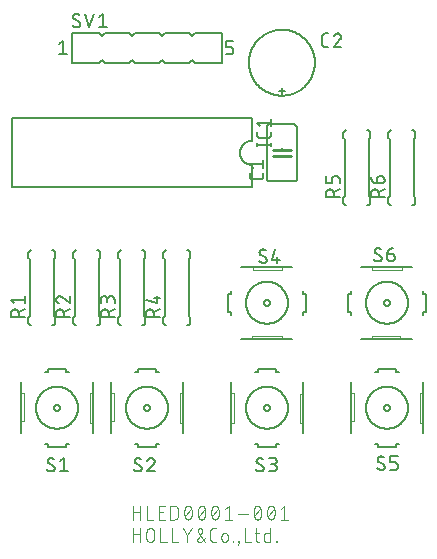
<source format=gbr>
G04 EAGLE Gerber RS-274X export*
G75*
%MOMM*%
%FSLAX34Y34*%
%LPD*%
%INSilkscreen Top*%
%IPPOS*%
%AMOC8*
5,1,8,0,0,1.08239X$1,22.5*%
G01*
%ADD10C,0.101600*%
%ADD11C,0.152400*%
%ADD12C,0.254000*%
%ADD13C,0.127000*%
%ADD14C,0.050800*%


D10*
X140208Y-5842D02*
X140208Y5842D01*
X140208Y649D02*
X146699Y649D01*
X146699Y5842D02*
X146699Y-5842D01*
X152423Y-5842D02*
X152423Y5842D01*
X152423Y-5842D02*
X157615Y-5842D01*
X162329Y-5842D02*
X167521Y-5842D01*
X162329Y-5842D02*
X162329Y5842D01*
X167521Y5842D01*
X166223Y649D02*
X162329Y649D01*
X172212Y5842D02*
X172212Y-5842D01*
X172212Y5842D02*
X175458Y5842D01*
X175571Y5840D01*
X175684Y5834D01*
X175797Y5824D01*
X175910Y5810D01*
X176022Y5793D01*
X176133Y5771D01*
X176243Y5746D01*
X176353Y5716D01*
X176461Y5683D01*
X176568Y5646D01*
X176674Y5606D01*
X176778Y5561D01*
X176881Y5513D01*
X176982Y5462D01*
X177081Y5407D01*
X177178Y5349D01*
X177273Y5287D01*
X177366Y5222D01*
X177456Y5154D01*
X177544Y5083D01*
X177630Y5008D01*
X177713Y4931D01*
X177793Y4851D01*
X177870Y4768D01*
X177945Y4682D01*
X178016Y4594D01*
X178084Y4504D01*
X178149Y4411D01*
X178211Y4316D01*
X178269Y4219D01*
X178324Y4120D01*
X178375Y4019D01*
X178423Y3916D01*
X178468Y3812D01*
X178508Y3706D01*
X178545Y3599D01*
X178578Y3491D01*
X178608Y3381D01*
X178633Y3271D01*
X178655Y3160D01*
X178672Y3048D01*
X178686Y2935D01*
X178696Y2822D01*
X178702Y2709D01*
X178704Y2596D01*
X178703Y2596D02*
X178703Y-2596D01*
X178704Y-2596D02*
X178702Y-2709D01*
X178696Y-2822D01*
X178686Y-2935D01*
X178672Y-3048D01*
X178655Y-3160D01*
X178633Y-3271D01*
X178608Y-3381D01*
X178578Y-3491D01*
X178545Y-3599D01*
X178508Y-3706D01*
X178468Y-3812D01*
X178423Y-3916D01*
X178375Y-4019D01*
X178324Y-4120D01*
X178269Y-4219D01*
X178211Y-4316D01*
X178149Y-4411D01*
X178084Y-4504D01*
X178016Y-4594D01*
X177945Y-4682D01*
X177870Y-4768D01*
X177793Y-4851D01*
X177713Y-4931D01*
X177630Y-5008D01*
X177544Y-5083D01*
X177456Y-5154D01*
X177366Y-5222D01*
X177273Y-5287D01*
X177178Y-5349D01*
X177081Y-5407D01*
X176982Y-5462D01*
X176881Y-5513D01*
X176778Y-5561D01*
X176674Y-5606D01*
X176568Y-5646D01*
X176461Y-5683D01*
X176353Y-5716D01*
X176243Y-5746D01*
X176133Y-5771D01*
X176022Y-5793D01*
X175910Y-5810D01*
X175797Y-5824D01*
X175684Y-5834D01*
X175571Y-5840D01*
X175458Y-5842D01*
X172212Y-5842D01*
X184023Y0D02*
X184026Y230D01*
X184034Y460D01*
X184048Y689D01*
X184067Y918D01*
X184092Y1147D01*
X184122Y1374D01*
X184157Y1602D01*
X184198Y1828D01*
X184244Y2053D01*
X184296Y2277D01*
X184353Y2499D01*
X184415Y2721D01*
X184483Y2940D01*
X184556Y3158D01*
X184634Y3375D01*
X184717Y3589D01*
X184805Y3801D01*
X184898Y4011D01*
X184997Y4219D01*
X184996Y4219D02*
X185029Y4309D01*
X185065Y4398D01*
X185105Y4486D01*
X185149Y4571D01*
X185196Y4655D01*
X185246Y4737D01*
X185300Y4817D01*
X185356Y4894D01*
X185416Y4970D01*
X185479Y5043D01*
X185544Y5113D01*
X185613Y5181D01*
X185684Y5245D01*
X185757Y5307D01*
X185833Y5366D01*
X185911Y5422D01*
X185992Y5475D01*
X186074Y5524D01*
X186158Y5570D01*
X186245Y5613D01*
X186332Y5652D01*
X186422Y5688D01*
X186512Y5720D01*
X186604Y5748D01*
X186697Y5773D01*
X186791Y5794D01*
X186885Y5811D01*
X186980Y5825D01*
X187076Y5834D01*
X187172Y5840D01*
X187268Y5842D01*
X187364Y5840D01*
X187460Y5834D01*
X187556Y5825D01*
X187651Y5811D01*
X187745Y5794D01*
X187839Y5773D01*
X187932Y5748D01*
X188024Y5720D01*
X188114Y5688D01*
X188204Y5652D01*
X188291Y5613D01*
X188378Y5570D01*
X188462Y5524D01*
X188544Y5475D01*
X188625Y5422D01*
X188703Y5366D01*
X188779Y5307D01*
X188852Y5245D01*
X188923Y5181D01*
X188992Y5113D01*
X189057Y5043D01*
X189120Y4970D01*
X189180Y4894D01*
X189236Y4817D01*
X189290Y4737D01*
X189340Y4655D01*
X189387Y4571D01*
X189431Y4486D01*
X189471Y4398D01*
X189507Y4309D01*
X189540Y4219D01*
X189541Y4219D02*
X189640Y4012D01*
X189733Y3802D01*
X189821Y3589D01*
X189904Y3375D01*
X189982Y3159D01*
X190055Y2941D01*
X190123Y2721D01*
X190185Y2500D01*
X190242Y2277D01*
X190294Y2053D01*
X190340Y1828D01*
X190381Y1602D01*
X190416Y1375D01*
X190446Y1147D01*
X190471Y918D01*
X190490Y689D01*
X190504Y460D01*
X190512Y230D01*
X190515Y0D01*
X184023Y0D02*
X184026Y-230D01*
X184034Y-460D01*
X184048Y-689D01*
X184067Y-918D01*
X184092Y-1147D01*
X184122Y-1375D01*
X184157Y-1602D01*
X184198Y-1828D01*
X184244Y-2053D01*
X184296Y-2277D01*
X184353Y-2500D01*
X184415Y-2721D01*
X184483Y-2941D01*
X184556Y-3159D01*
X184634Y-3375D01*
X184717Y-3589D01*
X184805Y-3801D01*
X184898Y-4012D01*
X184997Y-4219D01*
X184996Y-4219D02*
X185029Y-4309D01*
X185065Y-4398D01*
X185106Y-4486D01*
X185149Y-4571D01*
X185196Y-4655D01*
X185246Y-4737D01*
X185300Y-4817D01*
X185356Y-4894D01*
X185416Y-4970D01*
X185479Y-5043D01*
X185544Y-5113D01*
X185613Y-5181D01*
X185684Y-5245D01*
X185757Y-5307D01*
X185833Y-5366D01*
X185911Y-5422D01*
X185992Y-5475D01*
X186074Y-5524D01*
X186158Y-5570D01*
X186245Y-5613D01*
X186332Y-5652D01*
X186422Y-5688D01*
X186512Y-5720D01*
X186604Y-5748D01*
X186697Y-5773D01*
X186791Y-5794D01*
X186885Y-5811D01*
X186980Y-5825D01*
X187076Y-5834D01*
X187172Y-5840D01*
X187268Y-5842D01*
X189540Y-4219D02*
X189639Y-4012D01*
X189732Y-3801D01*
X189820Y-3589D01*
X189903Y-3375D01*
X189981Y-3159D01*
X190054Y-2941D01*
X190122Y-2721D01*
X190184Y-2500D01*
X190241Y-2277D01*
X190293Y-2053D01*
X190339Y-1828D01*
X190380Y-1602D01*
X190415Y-1375D01*
X190445Y-1147D01*
X190470Y-918D01*
X190489Y-689D01*
X190503Y-460D01*
X190511Y-230D01*
X190514Y0D01*
X189540Y-4219D02*
X189507Y-4309D01*
X189471Y-4398D01*
X189431Y-4486D01*
X189387Y-4571D01*
X189340Y-4655D01*
X189290Y-4737D01*
X189236Y-4817D01*
X189180Y-4894D01*
X189120Y-4970D01*
X189057Y-5043D01*
X188992Y-5113D01*
X188923Y-5181D01*
X188852Y-5245D01*
X188779Y-5307D01*
X188703Y-5366D01*
X188625Y-5422D01*
X188544Y-5475D01*
X188462Y-5524D01*
X188378Y-5570D01*
X188291Y-5613D01*
X188204Y-5652D01*
X188114Y-5688D01*
X188024Y-5720D01*
X187932Y-5748D01*
X187839Y-5773D01*
X187745Y-5794D01*
X187651Y-5811D01*
X187556Y-5825D01*
X187460Y-5834D01*
X187364Y-5840D01*
X187268Y-5842D01*
X184672Y-3246D02*
X189865Y3246D01*
X195453Y0D02*
X195456Y230D01*
X195464Y460D01*
X195478Y689D01*
X195497Y918D01*
X195522Y1147D01*
X195552Y1374D01*
X195587Y1602D01*
X195628Y1828D01*
X195674Y2053D01*
X195726Y2277D01*
X195783Y2499D01*
X195845Y2721D01*
X195913Y2940D01*
X195986Y3158D01*
X196064Y3375D01*
X196147Y3589D01*
X196235Y3801D01*
X196328Y4011D01*
X196427Y4219D01*
X196426Y4219D02*
X196459Y4309D01*
X196495Y4398D01*
X196535Y4486D01*
X196579Y4571D01*
X196626Y4655D01*
X196676Y4737D01*
X196730Y4817D01*
X196786Y4894D01*
X196846Y4970D01*
X196909Y5043D01*
X196974Y5113D01*
X197043Y5181D01*
X197114Y5245D01*
X197187Y5307D01*
X197263Y5366D01*
X197341Y5422D01*
X197422Y5475D01*
X197504Y5524D01*
X197588Y5570D01*
X197675Y5613D01*
X197762Y5652D01*
X197852Y5688D01*
X197942Y5720D01*
X198034Y5748D01*
X198127Y5773D01*
X198221Y5794D01*
X198315Y5811D01*
X198410Y5825D01*
X198506Y5834D01*
X198602Y5840D01*
X198698Y5842D01*
X198794Y5840D01*
X198890Y5834D01*
X198986Y5825D01*
X199081Y5811D01*
X199175Y5794D01*
X199269Y5773D01*
X199362Y5748D01*
X199454Y5720D01*
X199544Y5688D01*
X199634Y5652D01*
X199721Y5613D01*
X199808Y5570D01*
X199892Y5524D01*
X199974Y5475D01*
X200055Y5422D01*
X200133Y5366D01*
X200209Y5307D01*
X200282Y5245D01*
X200353Y5181D01*
X200422Y5113D01*
X200487Y5043D01*
X200550Y4970D01*
X200610Y4894D01*
X200666Y4817D01*
X200720Y4737D01*
X200770Y4655D01*
X200817Y4571D01*
X200861Y4486D01*
X200901Y4398D01*
X200937Y4309D01*
X200970Y4219D01*
X200971Y4219D02*
X201070Y4012D01*
X201163Y3802D01*
X201251Y3589D01*
X201334Y3375D01*
X201412Y3159D01*
X201485Y2941D01*
X201553Y2721D01*
X201615Y2500D01*
X201672Y2277D01*
X201724Y2053D01*
X201770Y1828D01*
X201811Y1602D01*
X201846Y1375D01*
X201876Y1147D01*
X201901Y918D01*
X201920Y689D01*
X201934Y460D01*
X201942Y230D01*
X201945Y0D01*
X195453Y0D02*
X195456Y-230D01*
X195464Y-460D01*
X195478Y-689D01*
X195497Y-918D01*
X195522Y-1147D01*
X195552Y-1375D01*
X195587Y-1602D01*
X195628Y-1828D01*
X195674Y-2053D01*
X195726Y-2277D01*
X195783Y-2500D01*
X195845Y-2721D01*
X195913Y-2941D01*
X195986Y-3159D01*
X196064Y-3375D01*
X196147Y-3589D01*
X196235Y-3801D01*
X196328Y-4012D01*
X196427Y-4219D01*
X196426Y-4219D02*
X196459Y-4309D01*
X196495Y-4398D01*
X196536Y-4486D01*
X196579Y-4571D01*
X196626Y-4655D01*
X196676Y-4737D01*
X196730Y-4817D01*
X196786Y-4894D01*
X196846Y-4970D01*
X196909Y-5043D01*
X196974Y-5113D01*
X197043Y-5181D01*
X197114Y-5245D01*
X197187Y-5307D01*
X197263Y-5366D01*
X197341Y-5422D01*
X197422Y-5475D01*
X197504Y-5524D01*
X197588Y-5570D01*
X197675Y-5613D01*
X197762Y-5652D01*
X197852Y-5688D01*
X197942Y-5720D01*
X198034Y-5748D01*
X198127Y-5773D01*
X198221Y-5794D01*
X198315Y-5811D01*
X198410Y-5825D01*
X198506Y-5834D01*
X198602Y-5840D01*
X198698Y-5842D01*
X200970Y-4219D02*
X201069Y-4012D01*
X201162Y-3801D01*
X201250Y-3589D01*
X201333Y-3375D01*
X201411Y-3159D01*
X201484Y-2941D01*
X201552Y-2721D01*
X201614Y-2500D01*
X201671Y-2277D01*
X201723Y-2053D01*
X201769Y-1828D01*
X201810Y-1602D01*
X201845Y-1375D01*
X201875Y-1147D01*
X201900Y-918D01*
X201919Y-689D01*
X201933Y-460D01*
X201941Y-230D01*
X201944Y0D01*
X200970Y-4219D02*
X200937Y-4309D01*
X200901Y-4398D01*
X200861Y-4486D01*
X200817Y-4571D01*
X200770Y-4655D01*
X200720Y-4737D01*
X200666Y-4817D01*
X200610Y-4894D01*
X200550Y-4970D01*
X200487Y-5043D01*
X200422Y-5113D01*
X200353Y-5181D01*
X200282Y-5245D01*
X200209Y-5307D01*
X200133Y-5366D01*
X200055Y-5422D01*
X199974Y-5475D01*
X199892Y-5524D01*
X199808Y-5570D01*
X199721Y-5613D01*
X199634Y-5652D01*
X199544Y-5688D01*
X199454Y-5720D01*
X199362Y-5748D01*
X199269Y-5773D01*
X199175Y-5794D01*
X199081Y-5811D01*
X198986Y-5825D01*
X198890Y-5834D01*
X198794Y-5840D01*
X198698Y-5842D01*
X196102Y-3246D02*
X201295Y3246D01*
X206883Y0D02*
X206886Y230D01*
X206894Y460D01*
X206908Y689D01*
X206927Y918D01*
X206952Y1147D01*
X206982Y1374D01*
X207017Y1602D01*
X207058Y1828D01*
X207104Y2053D01*
X207156Y2277D01*
X207213Y2499D01*
X207275Y2721D01*
X207343Y2940D01*
X207416Y3158D01*
X207494Y3375D01*
X207577Y3589D01*
X207665Y3801D01*
X207758Y4011D01*
X207857Y4219D01*
X207856Y4219D02*
X207889Y4309D01*
X207925Y4398D01*
X207965Y4486D01*
X208009Y4571D01*
X208056Y4655D01*
X208106Y4737D01*
X208160Y4817D01*
X208216Y4894D01*
X208276Y4970D01*
X208339Y5043D01*
X208404Y5113D01*
X208473Y5181D01*
X208544Y5245D01*
X208617Y5307D01*
X208693Y5366D01*
X208771Y5422D01*
X208852Y5475D01*
X208934Y5524D01*
X209018Y5570D01*
X209105Y5613D01*
X209192Y5652D01*
X209282Y5688D01*
X209372Y5720D01*
X209464Y5748D01*
X209557Y5773D01*
X209651Y5794D01*
X209745Y5811D01*
X209840Y5825D01*
X209936Y5834D01*
X210032Y5840D01*
X210128Y5842D01*
X210224Y5840D01*
X210320Y5834D01*
X210416Y5825D01*
X210511Y5811D01*
X210605Y5794D01*
X210699Y5773D01*
X210792Y5748D01*
X210884Y5720D01*
X210974Y5688D01*
X211064Y5652D01*
X211151Y5613D01*
X211238Y5570D01*
X211322Y5524D01*
X211404Y5475D01*
X211485Y5422D01*
X211563Y5366D01*
X211639Y5307D01*
X211712Y5245D01*
X211783Y5181D01*
X211852Y5113D01*
X211917Y5043D01*
X211980Y4970D01*
X212040Y4894D01*
X212096Y4817D01*
X212150Y4737D01*
X212200Y4655D01*
X212247Y4571D01*
X212291Y4486D01*
X212331Y4398D01*
X212367Y4309D01*
X212400Y4219D01*
X212499Y4012D01*
X212592Y3802D01*
X212680Y3589D01*
X212763Y3375D01*
X212841Y3159D01*
X212914Y2941D01*
X212982Y2721D01*
X213044Y2500D01*
X213101Y2277D01*
X213153Y2053D01*
X213199Y1828D01*
X213240Y1602D01*
X213275Y1375D01*
X213305Y1147D01*
X213330Y918D01*
X213349Y689D01*
X213363Y460D01*
X213371Y230D01*
X213374Y0D01*
X206883Y0D02*
X206886Y-230D01*
X206894Y-460D01*
X206908Y-689D01*
X206927Y-918D01*
X206952Y-1147D01*
X206982Y-1375D01*
X207017Y-1602D01*
X207058Y-1828D01*
X207104Y-2053D01*
X207156Y-2277D01*
X207213Y-2500D01*
X207275Y-2721D01*
X207343Y-2941D01*
X207416Y-3159D01*
X207494Y-3375D01*
X207577Y-3589D01*
X207665Y-3801D01*
X207758Y-4012D01*
X207857Y-4219D01*
X207856Y-4219D02*
X207889Y-4309D01*
X207925Y-4398D01*
X207966Y-4486D01*
X208009Y-4571D01*
X208056Y-4655D01*
X208106Y-4737D01*
X208160Y-4817D01*
X208216Y-4894D01*
X208276Y-4970D01*
X208339Y-5043D01*
X208404Y-5113D01*
X208473Y-5181D01*
X208544Y-5245D01*
X208617Y-5307D01*
X208693Y-5366D01*
X208771Y-5422D01*
X208852Y-5475D01*
X208934Y-5524D01*
X209018Y-5570D01*
X209105Y-5613D01*
X209192Y-5652D01*
X209282Y-5688D01*
X209372Y-5720D01*
X209464Y-5748D01*
X209557Y-5773D01*
X209651Y-5794D01*
X209745Y-5811D01*
X209840Y-5825D01*
X209936Y-5834D01*
X210032Y-5840D01*
X210128Y-5842D01*
X212400Y-4219D02*
X212499Y-4012D01*
X212592Y-3801D01*
X212680Y-3589D01*
X212763Y-3375D01*
X212841Y-3159D01*
X212914Y-2941D01*
X212982Y-2721D01*
X213044Y-2500D01*
X213101Y-2277D01*
X213153Y-2053D01*
X213199Y-1828D01*
X213240Y-1602D01*
X213275Y-1375D01*
X213305Y-1147D01*
X213330Y-918D01*
X213349Y-689D01*
X213363Y-460D01*
X213371Y-230D01*
X213374Y0D01*
X212400Y-4219D02*
X212367Y-4309D01*
X212331Y-4398D01*
X212291Y-4486D01*
X212247Y-4571D01*
X212200Y-4655D01*
X212150Y-4737D01*
X212096Y-4817D01*
X212040Y-4894D01*
X211980Y-4970D01*
X211917Y-5043D01*
X211852Y-5113D01*
X211783Y-5181D01*
X211712Y-5245D01*
X211639Y-5307D01*
X211563Y-5366D01*
X211485Y-5422D01*
X211404Y-5475D01*
X211322Y-5524D01*
X211238Y-5570D01*
X211151Y-5613D01*
X211064Y-5652D01*
X210974Y-5688D01*
X210884Y-5720D01*
X210792Y-5748D01*
X210699Y-5773D01*
X210605Y-5794D01*
X210511Y-5811D01*
X210416Y-5825D01*
X210320Y-5834D01*
X210224Y-5840D01*
X210128Y-5842D01*
X207532Y-3246D02*
X212725Y3246D01*
X218313Y3246D02*
X221558Y5842D01*
X221558Y-5842D01*
X218313Y-5842D02*
X224804Y-5842D01*
X229856Y-1298D02*
X237645Y-1298D01*
X242697Y0D02*
X242700Y230D01*
X242708Y460D01*
X242722Y689D01*
X242741Y918D01*
X242766Y1147D01*
X242796Y1374D01*
X242831Y1602D01*
X242872Y1828D01*
X242918Y2053D01*
X242970Y2277D01*
X243027Y2499D01*
X243089Y2721D01*
X243157Y2940D01*
X243230Y3158D01*
X243308Y3375D01*
X243391Y3589D01*
X243479Y3801D01*
X243572Y4011D01*
X243671Y4219D01*
X243670Y4219D02*
X243703Y4309D01*
X243739Y4398D01*
X243779Y4486D01*
X243823Y4571D01*
X243870Y4655D01*
X243920Y4737D01*
X243974Y4817D01*
X244030Y4894D01*
X244090Y4970D01*
X244153Y5043D01*
X244218Y5113D01*
X244287Y5181D01*
X244358Y5245D01*
X244431Y5307D01*
X244507Y5366D01*
X244585Y5422D01*
X244666Y5475D01*
X244748Y5524D01*
X244832Y5570D01*
X244919Y5613D01*
X245006Y5652D01*
X245096Y5688D01*
X245186Y5720D01*
X245278Y5748D01*
X245371Y5773D01*
X245465Y5794D01*
X245559Y5811D01*
X245654Y5825D01*
X245750Y5834D01*
X245846Y5840D01*
X245942Y5842D01*
X246038Y5840D01*
X246134Y5834D01*
X246230Y5825D01*
X246325Y5811D01*
X246419Y5794D01*
X246513Y5773D01*
X246606Y5748D01*
X246698Y5720D01*
X246788Y5688D01*
X246878Y5652D01*
X246965Y5613D01*
X247052Y5570D01*
X247136Y5524D01*
X247218Y5475D01*
X247299Y5422D01*
X247377Y5366D01*
X247453Y5307D01*
X247526Y5245D01*
X247597Y5181D01*
X247666Y5113D01*
X247731Y5043D01*
X247794Y4970D01*
X247854Y4894D01*
X247910Y4817D01*
X247964Y4737D01*
X248014Y4655D01*
X248061Y4571D01*
X248105Y4486D01*
X248145Y4398D01*
X248181Y4309D01*
X248214Y4219D01*
X248313Y4012D01*
X248406Y3802D01*
X248494Y3589D01*
X248577Y3375D01*
X248655Y3159D01*
X248728Y2941D01*
X248796Y2721D01*
X248858Y2500D01*
X248915Y2277D01*
X248967Y2053D01*
X249013Y1828D01*
X249054Y1602D01*
X249089Y1375D01*
X249119Y1147D01*
X249144Y918D01*
X249163Y689D01*
X249177Y460D01*
X249185Y230D01*
X249188Y0D01*
X242697Y0D02*
X242700Y-230D01*
X242708Y-460D01*
X242722Y-689D01*
X242741Y-918D01*
X242766Y-1147D01*
X242796Y-1375D01*
X242831Y-1602D01*
X242872Y-1828D01*
X242918Y-2053D01*
X242970Y-2277D01*
X243027Y-2500D01*
X243089Y-2721D01*
X243157Y-2941D01*
X243230Y-3159D01*
X243308Y-3375D01*
X243391Y-3589D01*
X243479Y-3801D01*
X243572Y-4012D01*
X243671Y-4219D01*
X243670Y-4219D02*
X243703Y-4309D01*
X243739Y-4398D01*
X243780Y-4486D01*
X243823Y-4571D01*
X243870Y-4655D01*
X243920Y-4737D01*
X243974Y-4817D01*
X244030Y-4894D01*
X244090Y-4970D01*
X244153Y-5043D01*
X244218Y-5113D01*
X244287Y-5181D01*
X244358Y-5245D01*
X244431Y-5307D01*
X244507Y-5366D01*
X244585Y-5422D01*
X244666Y-5475D01*
X244748Y-5524D01*
X244832Y-5570D01*
X244919Y-5613D01*
X245006Y-5652D01*
X245096Y-5688D01*
X245186Y-5720D01*
X245278Y-5748D01*
X245371Y-5773D01*
X245465Y-5794D01*
X245559Y-5811D01*
X245654Y-5825D01*
X245750Y-5834D01*
X245846Y-5840D01*
X245942Y-5842D01*
X248214Y-4219D02*
X248313Y-4012D01*
X248406Y-3801D01*
X248494Y-3589D01*
X248577Y-3375D01*
X248655Y-3159D01*
X248728Y-2941D01*
X248796Y-2721D01*
X248858Y-2500D01*
X248915Y-2277D01*
X248967Y-2053D01*
X249013Y-1828D01*
X249054Y-1602D01*
X249089Y-1375D01*
X249119Y-1147D01*
X249144Y-918D01*
X249163Y-689D01*
X249177Y-460D01*
X249185Y-230D01*
X249188Y0D01*
X248214Y-4219D02*
X248181Y-4309D01*
X248145Y-4398D01*
X248105Y-4486D01*
X248061Y-4571D01*
X248014Y-4655D01*
X247964Y-4737D01*
X247910Y-4817D01*
X247854Y-4894D01*
X247794Y-4970D01*
X247731Y-5043D01*
X247666Y-5113D01*
X247597Y-5181D01*
X247526Y-5245D01*
X247453Y-5307D01*
X247377Y-5366D01*
X247299Y-5422D01*
X247218Y-5475D01*
X247136Y-5524D01*
X247052Y-5570D01*
X246965Y-5613D01*
X246878Y-5652D01*
X246788Y-5688D01*
X246698Y-5720D01*
X246606Y-5748D01*
X246513Y-5773D01*
X246419Y-5794D01*
X246325Y-5811D01*
X246230Y-5825D01*
X246134Y-5834D01*
X246038Y-5840D01*
X245942Y-5842D01*
X243346Y-3246D02*
X248539Y3246D01*
X254127Y0D02*
X254130Y230D01*
X254138Y460D01*
X254152Y689D01*
X254171Y918D01*
X254196Y1147D01*
X254226Y1374D01*
X254261Y1602D01*
X254302Y1828D01*
X254348Y2053D01*
X254400Y2277D01*
X254457Y2499D01*
X254519Y2721D01*
X254587Y2940D01*
X254660Y3158D01*
X254738Y3375D01*
X254821Y3589D01*
X254909Y3801D01*
X255002Y4011D01*
X255101Y4219D01*
X255100Y4219D02*
X255133Y4309D01*
X255169Y4398D01*
X255209Y4486D01*
X255253Y4571D01*
X255300Y4655D01*
X255350Y4737D01*
X255404Y4817D01*
X255460Y4894D01*
X255520Y4970D01*
X255583Y5043D01*
X255648Y5113D01*
X255717Y5181D01*
X255788Y5245D01*
X255861Y5307D01*
X255937Y5366D01*
X256015Y5422D01*
X256096Y5475D01*
X256178Y5524D01*
X256262Y5570D01*
X256349Y5613D01*
X256436Y5652D01*
X256526Y5688D01*
X256616Y5720D01*
X256708Y5748D01*
X256801Y5773D01*
X256895Y5794D01*
X256989Y5811D01*
X257084Y5825D01*
X257180Y5834D01*
X257276Y5840D01*
X257372Y5842D01*
X257468Y5840D01*
X257564Y5834D01*
X257660Y5825D01*
X257755Y5811D01*
X257849Y5794D01*
X257943Y5773D01*
X258036Y5748D01*
X258128Y5720D01*
X258218Y5688D01*
X258308Y5652D01*
X258395Y5613D01*
X258482Y5570D01*
X258566Y5524D01*
X258648Y5475D01*
X258729Y5422D01*
X258807Y5366D01*
X258883Y5307D01*
X258956Y5245D01*
X259027Y5181D01*
X259096Y5113D01*
X259161Y5043D01*
X259224Y4970D01*
X259284Y4894D01*
X259340Y4817D01*
X259394Y4737D01*
X259444Y4655D01*
X259491Y4571D01*
X259535Y4486D01*
X259575Y4398D01*
X259611Y4309D01*
X259644Y4219D01*
X259743Y4012D01*
X259836Y3802D01*
X259924Y3589D01*
X260007Y3375D01*
X260085Y3159D01*
X260158Y2941D01*
X260226Y2721D01*
X260288Y2500D01*
X260345Y2277D01*
X260397Y2053D01*
X260443Y1828D01*
X260484Y1602D01*
X260519Y1375D01*
X260549Y1147D01*
X260574Y918D01*
X260593Y689D01*
X260607Y460D01*
X260615Y230D01*
X260618Y0D01*
X254126Y0D02*
X254129Y-230D01*
X254137Y-460D01*
X254151Y-689D01*
X254170Y-918D01*
X254195Y-1147D01*
X254225Y-1375D01*
X254260Y-1602D01*
X254301Y-1828D01*
X254347Y-2053D01*
X254399Y-2277D01*
X254456Y-2500D01*
X254518Y-2721D01*
X254586Y-2941D01*
X254659Y-3159D01*
X254737Y-3375D01*
X254820Y-3589D01*
X254908Y-3801D01*
X255001Y-4012D01*
X255100Y-4219D01*
X255133Y-4309D01*
X255169Y-4398D01*
X255210Y-4486D01*
X255253Y-4571D01*
X255300Y-4655D01*
X255350Y-4737D01*
X255404Y-4817D01*
X255460Y-4894D01*
X255520Y-4970D01*
X255583Y-5043D01*
X255648Y-5113D01*
X255717Y-5181D01*
X255788Y-5245D01*
X255861Y-5307D01*
X255937Y-5366D01*
X256015Y-5422D01*
X256096Y-5475D01*
X256178Y-5524D01*
X256262Y-5570D01*
X256349Y-5613D01*
X256436Y-5652D01*
X256526Y-5688D01*
X256616Y-5720D01*
X256708Y-5748D01*
X256801Y-5773D01*
X256895Y-5794D01*
X256989Y-5811D01*
X257084Y-5825D01*
X257180Y-5834D01*
X257276Y-5840D01*
X257372Y-5842D01*
X259644Y-4219D02*
X259743Y-4012D01*
X259836Y-3801D01*
X259924Y-3589D01*
X260007Y-3375D01*
X260085Y-3159D01*
X260158Y-2941D01*
X260226Y-2721D01*
X260288Y-2500D01*
X260345Y-2277D01*
X260397Y-2053D01*
X260443Y-1828D01*
X260484Y-1602D01*
X260519Y-1375D01*
X260549Y-1147D01*
X260574Y-918D01*
X260593Y-689D01*
X260607Y-460D01*
X260615Y-230D01*
X260618Y0D01*
X259644Y-4219D02*
X259611Y-4309D01*
X259575Y-4398D01*
X259535Y-4486D01*
X259491Y-4571D01*
X259444Y-4655D01*
X259394Y-4737D01*
X259340Y-4817D01*
X259284Y-4894D01*
X259224Y-4970D01*
X259161Y-5043D01*
X259096Y-5113D01*
X259027Y-5181D01*
X258956Y-5245D01*
X258883Y-5307D01*
X258807Y-5366D01*
X258729Y-5422D01*
X258648Y-5475D01*
X258566Y-5524D01*
X258482Y-5570D01*
X258395Y-5613D01*
X258308Y-5652D01*
X258218Y-5688D01*
X258128Y-5720D01*
X258036Y-5748D01*
X257943Y-5773D01*
X257849Y-5794D01*
X257755Y-5811D01*
X257660Y-5825D01*
X257564Y-5834D01*
X257468Y-5840D01*
X257372Y-5842D01*
X254776Y-3246D02*
X259969Y3246D01*
X265557Y3246D02*
X268802Y5842D01*
X268802Y-5842D01*
X265557Y-5842D02*
X272048Y-5842D01*
X140208Y-13208D02*
X140208Y-24892D01*
X140208Y-18401D02*
X146699Y-18401D01*
X146699Y-13208D02*
X146699Y-24892D01*
X152019Y-21646D02*
X152019Y-16454D01*
X152021Y-16341D01*
X152027Y-16228D01*
X152037Y-16115D01*
X152051Y-16002D01*
X152068Y-15890D01*
X152090Y-15779D01*
X152115Y-15669D01*
X152145Y-15559D01*
X152178Y-15451D01*
X152215Y-15344D01*
X152255Y-15238D01*
X152300Y-15134D01*
X152348Y-15031D01*
X152399Y-14930D01*
X152454Y-14831D01*
X152512Y-14734D01*
X152574Y-14639D01*
X152639Y-14546D01*
X152707Y-14456D01*
X152778Y-14368D01*
X152853Y-14282D01*
X152930Y-14199D01*
X153010Y-14119D01*
X153093Y-14042D01*
X153179Y-13967D01*
X153267Y-13896D01*
X153357Y-13828D01*
X153450Y-13763D01*
X153545Y-13701D01*
X153642Y-13643D01*
X153741Y-13588D01*
X153842Y-13537D01*
X153945Y-13489D01*
X154049Y-13444D01*
X154155Y-13404D01*
X154262Y-13367D01*
X154370Y-13334D01*
X154480Y-13304D01*
X154590Y-13279D01*
X154701Y-13257D01*
X154813Y-13240D01*
X154926Y-13226D01*
X155039Y-13216D01*
X155152Y-13210D01*
X155265Y-13208D01*
X155378Y-13210D01*
X155491Y-13216D01*
X155604Y-13226D01*
X155717Y-13240D01*
X155829Y-13257D01*
X155940Y-13279D01*
X156050Y-13304D01*
X156160Y-13334D01*
X156268Y-13367D01*
X156375Y-13404D01*
X156481Y-13444D01*
X156585Y-13489D01*
X156688Y-13537D01*
X156789Y-13588D01*
X156888Y-13643D01*
X156985Y-13701D01*
X157080Y-13763D01*
X157173Y-13828D01*
X157263Y-13896D01*
X157351Y-13967D01*
X157437Y-14042D01*
X157520Y-14119D01*
X157600Y-14199D01*
X157677Y-14282D01*
X157752Y-14368D01*
X157823Y-14456D01*
X157891Y-14546D01*
X157956Y-14639D01*
X158018Y-14734D01*
X158076Y-14831D01*
X158131Y-14930D01*
X158182Y-15031D01*
X158230Y-15134D01*
X158275Y-15238D01*
X158315Y-15344D01*
X158352Y-15451D01*
X158385Y-15559D01*
X158415Y-15669D01*
X158440Y-15779D01*
X158462Y-15890D01*
X158479Y-16002D01*
X158493Y-16115D01*
X158503Y-16228D01*
X158509Y-16341D01*
X158511Y-16454D01*
X158510Y-16454D02*
X158510Y-21646D01*
X158511Y-21646D02*
X158509Y-21759D01*
X158503Y-21872D01*
X158493Y-21985D01*
X158479Y-22098D01*
X158462Y-22210D01*
X158440Y-22321D01*
X158415Y-22431D01*
X158385Y-22541D01*
X158352Y-22649D01*
X158315Y-22756D01*
X158275Y-22862D01*
X158230Y-22966D01*
X158182Y-23069D01*
X158131Y-23170D01*
X158076Y-23269D01*
X158018Y-23366D01*
X157956Y-23461D01*
X157891Y-23554D01*
X157823Y-23644D01*
X157752Y-23732D01*
X157677Y-23818D01*
X157600Y-23901D01*
X157520Y-23981D01*
X157437Y-24058D01*
X157351Y-24133D01*
X157263Y-24204D01*
X157173Y-24272D01*
X157080Y-24337D01*
X156985Y-24399D01*
X156888Y-24457D01*
X156789Y-24512D01*
X156688Y-24563D01*
X156585Y-24611D01*
X156481Y-24656D01*
X156375Y-24696D01*
X156268Y-24733D01*
X156160Y-24766D01*
X156050Y-24796D01*
X155940Y-24821D01*
X155829Y-24843D01*
X155717Y-24860D01*
X155604Y-24874D01*
X155491Y-24884D01*
X155378Y-24890D01*
X155265Y-24892D01*
X155152Y-24890D01*
X155039Y-24884D01*
X154926Y-24874D01*
X154813Y-24860D01*
X154701Y-24843D01*
X154590Y-24821D01*
X154480Y-24796D01*
X154370Y-24766D01*
X154262Y-24733D01*
X154155Y-24696D01*
X154049Y-24656D01*
X153945Y-24611D01*
X153842Y-24563D01*
X153741Y-24512D01*
X153642Y-24457D01*
X153545Y-24399D01*
X153450Y-24337D01*
X153357Y-24272D01*
X153267Y-24204D01*
X153179Y-24133D01*
X153093Y-24058D01*
X153010Y-23981D01*
X152930Y-23901D01*
X152853Y-23818D01*
X152778Y-23732D01*
X152707Y-23644D01*
X152639Y-23554D01*
X152574Y-23461D01*
X152512Y-23366D01*
X152454Y-23269D01*
X152399Y-23170D01*
X152348Y-23069D01*
X152300Y-22966D01*
X152255Y-22862D01*
X152215Y-22756D01*
X152178Y-22649D01*
X152145Y-22541D01*
X152115Y-22431D01*
X152090Y-22321D01*
X152068Y-22210D01*
X152051Y-22098D01*
X152037Y-21985D01*
X152027Y-21872D01*
X152021Y-21759D01*
X152019Y-21646D01*
X163853Y-24892D02*
X163853Y-13208D01*
X163853Y-24892D02*
X169045Y-24892D01*
X173759Y-24892D02*
X173759Y-13208D01*
X173759Y-24892D02*
X178951Y-24892D01*
X186507Y-18725D02*
X182612Y-13208D01*
X186507Y-18725D02*
X190401Y-13208D01*
X186507Y-18725D02*
X186507Y-24892D01*
X195904Y-16129D02*
X195860Y-16054D01*
X195820Y-15978D01*
X195783Y-15900D01*
X195749Y-15820D01*
X195719Y-15739D01*
X195693Y-15656D01*
X195671Y-15573D01*
X195652Y-15488D01*
X195637Y-15403D01*
X195626Y-15317D01*
X195619Y-15231D01*
X195616Y-15145D01*
X195617Y-15058D01*
X195622Y-14972D01*
X195630Y-14886D01*
X195643Y-14800D01*
X195659Y-14715D01*
X195679Y-14631D01*
X195703Y-14548D01*
X195731Y-14466D01*
X195762Y-14385D01*
X195797Y-14306D01*
X195836Y-14229D01*
X195878Y-14153D01*
X195923Y-14080D01*
X195972Y-14008D01*
X196024Y-13939D01*
X196079Y-13872D01*
X196137Y-13808D01*
X196197Y-13746D01*
X196261Y-13688D01*
X196327Y-13632D01*
X196395Y-13579D01*
X196466Y-13529D01*
X196539Y-13483D01*
X196614Y-13440D01*
X196691Y-13400D01*
X196770Y-13364D01*
X196850Y-13332D01*
X196932Y-13303D01*
X197014Y-13278D01*
X197098Y-13257D01*
X197183Y-13239D01*
X197268Y-13226D01*
X197354Y-13216D01*
X197441Y-13210D01*
X197527Y-13208D01*
X195905Y-16129D02*
X201422Y-24892D01*
X199150Y-16129D02*
X199194Y-16054D01*
X199234Y-15978D01*
X199271Y-15900D01*
X199305Y-15820D01*
X199335Y-15739D01*
X199361Y-15656D01*
X199383Y-15573D01*
X199402Y-15488D01*
X199417Y-15403D01*
X199428Y-15317D01*
X199435Y-15231D01*
X199438Y-15145D01*
X199437Y-15058D01*
X199432Y-14972D01*
X199424Y-14886D01*
X199411Y-14800D01*
X199395Y-14715D01*
X199375Y-14631D01*
X199351Y-14548D01*
X199323Y-14466D01*
X199292Y-14386D01*
X199257Y-14306D01*
X199218Y-14229D01*
X199176Y-14153D01*
X199131Y-14080D01*
X199082Y-14008D01*
X199030Y-13939D01*
X198975Y-13872D01*
X198917Y-13808D01*
X198857Y-13746D01*
X198793Y-13688D01*
X198727Y-13632D01*
X198659Y-13579D01*
X198588Y-13529D01*
X198515Y-13483D01*
X198440Y-13440D01*
X198363Y-13400D01*
X198284Y-13364D01*
X198204Y-13332D01*
X198122Y-13303D01*
X198040Y-13278D01*
X197956Y-13257D01*
X197871Y-13239D01*
X197786Y-13226D01*
X197700Y-13216D01*
X197613Y-13210D01*
X197527Y-13208D01*
X194931Y-22945D02*
X194933Y-23032D01*
X194939Y-23120D01*
X194949Y-23206D01*
X194962Y-23293D01*
X194980Y-23378D01*
X195001Y-23463D01*
X195026Y-23547D01*
X195055Y-23629D01*
X195088Y-23710D01*
X195124Y-23790D01*
X195163Y-23868D01*
X195207Y-23944D01*
X195253Y-24018D01*
X195303Y-24089D01*
X195356Y-24159D01*
X195412Y-24226D01*
X195471Y-24290D01*
X195533Y-24352D01*
X195597Y-24411D01*
X195664Y-24467D01*
X195734Y-24520D01*
X195805Y-24570D01*
X195879Y-24616D01*
X195955Y-24660D01*
X196033Y-24699D01*
X196113Y-24735D01*
X196194Y-24768D01*
X196276Y-24797D01*
X196360Y-24822D01*
X196445Y-24843D01*
X196530Y-24861D01*
X196617Y-24874D01*
X196703Y-24884D01*
X196791Y-24890D01*
X196878Y-24892D01*
X194931Y-22945D02*
X194933Y-22870D01*
X194938Y-22796D01*
X194946Y-22722D01*
X194958Y-22648D01*
X194974Y-22575D01*
X194992Y-22503D01*
X195014Y-22432D01*
X195039Y-22362D01*
X195068Y-22293D01*
X195099Y-22225D01*
X195134Y-22159D01*
X195172Y-22095D01*
X195212Y-22032D01*
X195256Y-21971D01*
X195255Y-21971D02*
X199150Y-16129D01*
X197852Y-24567D02*
X197791Y-24611D01*
X197728Y-24651D01*
X197664Y-24689D01*
X197598Y-24724D01*
X197530Y-24755D01*
X197461Y-24784D01*
X197391Y-24809D01*
X197320Y-24831D01*
X197248Y-24849D01*
X197175Y-24865D01*
X197101Y-24877D01*
X197027Y-24885D01*
X196953Y-24890D01*
X196878Y-24892D01*
X197852Y-24567D02*
X202720Y-20997D01*
X208684Y-24892D02*
X211281Y-24892D01*
X208684Y-24892D02*
X208585Y-24890D01*
X208485Y-24884D01*
X208386Y-24875D01*
X208288Y-24862D01*
X208190Y-24845D01*
X208092Y-24824D01*
X207996Y-24799D01*
X207901Y-24771D01*
X207807Y-24739D01*
X207714Y-24704D01*
X207622Y-24665D01*
X207532Y-24622D01*
X207444Y-24577D01*
X207357Y-24527D01*
X207273Y-24475D01*
X207190Y-24419D01*
X207110Y-24361D01*
X207032Y-24299D01*
X206957Y-24234D01*
X206884Y-24166D01*
X206814Y-24096D01*
X206746Y-24023D01*
X206681Y-23948D01*
X206619Y-23870D01*
X206561Y-23790D01*
X206505Y-23707D01*
X206453Y-23623D01*
X206403Y-23536D01*
X206358Y-23448D01*
X206315Y-23358D01*
X206276Y-23266D01*
X206241Y-23173D01*
X206209Y-23079D01*
X206181Y-22984D01*
X206156Y-22888D01*
X206135Y-22790D01*
X206118Y-22692D01*
X206105Y-22594D01*
X206096Y-22495D01*
X206090Y-22395D01*
X206088Y-22296D01*
X206088Y-15804D01*
X206087Y-15804D02*
X206089Y-15705D01*
X206095Y-15605D01*
X206104Y-15506D01*
X206117Y-15408D01*
X206135Y-15310D01*
X206155Y-15212D01*
X206180Y-15116D01*
X206208Y-15020D01*
X206240Y-14926D01*
X206275Y-14833D01*
X206314Y-14742D01*
X206357Y-14652D01*
X206402Y-14563D01*
X206452Y-14477D01*
X206504Y-14392D01*
X206560Y-14310D01*
X206619Y-14230D01*
X206680Y-14152D01*
X206745Y-14076D01*
X206813Y-14003D01*
X206883Y-13933D01*
X206956Y-13865D01*
X207032Y-13800D01*
X207110Y-13739D01*
X207190Y-13680D01*
X207272Y-13624D01*
X207357Y-13572D01*
X207443Y-13523D01*
X207532Y-13477D01*
X207622Y-13434D01*
X207713Y-13395D01*
X207806Y-13360D01*
X207900Y-13328D01*
X207996Y-13300D01*
X208092Y-13275D01*
X208190Y-13255D01*
X208288Y-13237D01*
X208386Y-13224D01*
X208485Y-13215D01*
X208584Y-13209D01*
X208684Y-13207D01*
X208684Y-13208D02*
X211281Y-13208D01*
X215533Y-19699D02*
X215533Y-22296D01*
X215533Y-19699D02*
X215535Y-19598D01*
X215541Y-19498D01*
X215551Y-19398D01*
X215564Y-19298D01*
X215582Y-19199D01*
X215603Y-19100D01*
X215628Y-19003D01*
X215657Y-18906D01*
X215690Y-18811D01*
X215726Y-18717D01*
X215766Y-18625D01*
X215809Y-18534D01*
X215856Y-18445D01*
X215906Y-18358D01*
X215960Y-18272D01*
X216017Y-18189D01*
X216077Y-18109D01*
X216140Y-18030D01*
X216207Y-17954D01*
X216276Y-17881D01*
X216348Y-17811D01*
X216422Y-17743D01*
X216499Y-17678D01*
X216579Y-17617D01*
X216661Y-17558D01*
X216745Y-17503D01*
X216831Y-17451D01*
X216919Y-17402D01*
X217009Y-17357D01*
X217101Y-17315D01*
X217194Y-17277D01*
X217289Y-17243D01*
X217384Y-17212D01*
X217481Y-17185D01*
X217579Y-17162D01*
X217678Y-17142D01*
X217778Y-17127D01*
X217878Y-17115D01*
X217978Y-17107D01*
X218079Y-17103D01*
X218179Y-17103D01*
X218280Y-17107D01*
X218380Y-17115D01*
X218480Y-17127D01*
X218580Y-17142D01*
X218679Y-17162D01*
X218777Y-17185D01*
X218874Y-17212D01*
X218969Y-17243D01*
X219064Y-17277D01*
X219157Y-17315D01*
X219249Y-17357D01*
X219339Y-17402D01*
X219427Y-17451D01*
X219513Y-17503D01*
X219597Y-17558D01*
X219679Y-17617D01*
X219759Y-17678D01*
X219836Y-17743D01*
X219910Y-17811D01*
X219982Y-17881D01*
X220051Y-17954D01*
X220118Y-18030D01*
X220181Y-18109D01*
X220241Y-18189D01*
X220298Y-18272D01*
X220352Y-18358D01*
X220402Y-18445D01*
X220449Y-18534D01*
X220492Y-18625D01*
X220532Y-18717D01*
X220568Y-18811D01*
X220601Y-18906D01*
X220630Y-19003D01*
X220655Y-19100D01*
X220676Y-19199D01*
X220694Y-19298D01*
X220707Y-19398D01*
X220717Y-19498D01*
X220723Y-19598D01*
X220725Y-19699D01*
X220726Y-19699D02*
X220726Y-22296D01*
X220725Y-22296D02*
X220723Y-22397D01*
X220717Y-22497D01*
X220707Y-22597D01*
X220694Y-22697D01*
X220676Y-22796D01*
X220655Y-22895D01*
X220630Y-22992D01*
X220601Y-23089D01*
X220568Y-23184D01*
X220532Y-23278D01*
X220492Y-23370D01*
X220449Y-23461D01*
X220402Y-23550D01*
X220352Y-23637D01*
X220298Y-23723D01*
X220241Y-23806D01*
X220181Y-23886D01*
X220118Y-23965D01*
X220051Y-24041D01*
X219982Y-24114D01*
X219910Y-24184D01*
X219836Y-24252D01*
X219759Y-24317D01*
X219679Y-24378D01*
X219597Y-24437D01*
X219513Y-24492D01*
X219427Y-24544D01*
X219339Y-24593D01*
X219249Y-24638D01*
X219157Y-24680D01*
X219064Y-24718D01*
X218969Y-24752D01*
X218874Y-24783D01*
X218777Y-24810D01*
X218679Y-24833D01*
X218580Y-24853D01*
X218480Y-24868D01*
X218380Y-24880D01*
X218280Y-24888D01*
X218179Y-24892D01*
X218079Y-24892D01*
X217978Y-24888D01*
X217878Y-24880D01*
X217778Y-24868D01*
X217678Y-24853D01*
X217579Y-24833D01*
X217481Y-24810D01*
X217384Y-24783D01*
X217289Y-24752D01*
X217194Y-24718D01*
X217101Y-24680D01*
X217009Y-24638D01*
X216919Y-24593D01*
X216831Y-24544D01*
X216745Y-24492D01*
X216661Y-24437D01*
X216579Y-24378D01*
X216499Y-24317D01*
X216422Y-24252D01*
X216348Y-24184D01*
X216276Y-24114D01*
X216207Y-24041D01*
X216140Y-23965D01*
X216077Y-23886D01*
X216017Y-23806D01*
X215960Y-23723D01*
X215906Y-23637D01*
X215856Y-23550D01*
X215809Y-23461D01*
X215766Y-23370D01*
X215726Y-23278D01*
X215690Y-23184D01*
X215657Y-23089D01*
X215628Y-22992D01*
X215603Y-22895D01*
X215582Y-22796D01*
X215564Y-22697D01*
X215551Y-22597D01*
X215541Y-22497D01*
X215535Y-22397D01*
X215533Y-22296D01*
X225044Y-24243D02*
X225044Y-24892D01*
X225044Y-24243D02*
X225693Y-24243D01*
X225693Y-24892D01*
X225044Y-24892D01*
X229573Y-24892D02*
X230222Y-24892D01*
X229573Y-24892D02*
X229573Y-24243D01*
X230222Y-24243D01*
X230222Y-24892D01*
X229248Y-27488D01*
X235099Y-24892D02*
X235099Y-13208D01*
X235099Y-24892D02*
X240292Y-24892D01*
X243522Y-17103D02*
X247416Y-17103D01*
X244820Y-13208D02*
X244820Y-22945D01*
X244822Y-23032D01*
X244828Y-23120D01*
X244838Y-23206D01*
X244851Y-23293D01*
X244869Y-23378D01*
X244890Y-23463D01*
X244915Y-23547D01*
X244944Y-23629D01*
X244977Y-23710D01*
X245013Y-23790D01*
X245052Y-23868D01*
X245096Y-23944D01*
X245142Y-24018D01*
X245192Y-24089D01*
X245245Y-24159D01*
X245301Y-24226D01*
X245360Y-24290D01*
X245422Y-24352D01*
X245486Y-24411D01*
X245553Y-24467D01*
X245623Y-24520D01*
X245694Y-24570D01*
X245768Y-24616D01*
X245844Y-24660D01*
X245922Y-24699D01*
X246002Y-24735D01*
X246083Y-24768D01*
X246165Y-24797D01*
X246249Y-24822D01*
X246334Y-24843D01*
X246419Y-24861D01*
X246506Y-24874D01*
X246592Y-24884D01*
X246680Y-24890D01*
X246767Y-24892D01*
X247416Y-24892D01*
X256862Y-24892D02*
X256862Y-13208D01*
X256862Y-24892D02*
X253616Y-24892D01*
X253529Y-24890D01*
X253441Y-24884D01*
X253355Y-24874D01*
X253268Y-24861D01*
X253183Y-24843D01*
X253098Y-24822D01*
X253014Y-24797D01*
X252932Y-24768D01*
X252851Y-24735D01*
X252771Y-24699D01*
X252693Y-24660D01*
X252617Y-24616D01*
X252543Y-24570D01*
X252472Y-24520D01*
X252402Y-24467D01*
X252335Y-24411D01*
X252271Y-24352D01*
X252209Y-24290D01*
X252150Y-24226D01*
X252094Y-24159D01*
X252041Y-24089D01*
X251991Y-24018D01*
X251945Y-23944D01*
X251901Y-23868D01*
X251862Y-23790D01*
X251826Y-23710D01*
X251793Y-23629D01*
X251764Y-23547D01*
X251739Y-23463D01*
X251718Y-23378D01*
X251700Y-23293D01*
X251687Y-23206D01*
X251677Y-23120D01*
X251671Y-23032D01*
X251669Y-22945D01*
X251669Y-19050D01*
X251671Y-18963D01*
X251677Y-18875D01*
X251687Y-18789D01*
X251700Y-18702D01*
X251718Y-18617D01*
X251739Y-18532D01*
X251764Y-18448D01*
X251793Y-18366D01*
X251826Y-18285D01*
X251862Y-18205D01*
X251901Y-18127D01*
X251945Y-18051D01*
X251991Y-17977D01*
X252041Y-17906D01*
X252094Y-17836D01*
X252150Y-17769D01*
X252209Y-17705D01*
X252271Y-17643D01*
X252335Y-17584D01*
X252402Y-17528D01*
X252472Y-17475D01*
X252543Y-17425D01*
X252617Y-17379D01*
X252693Y-17335D01*
X252771Y-17296D01*
X252851Y-17260D01*
X252932Y-17227D01*
X253014Y-17198D01*
X253098Y-17173D01*
X253183Y-17152D01*
X253268Y-17134D01*
X253355Y-17121D01*
X253441Y-17111D01*
X253529Y-17105D01*
X253616Y-17103D01*
X256862Y-17103D01*
X261620Y-24243D02*
X261620Y-24892D01*
X261620Y-24243D02*
X262269Y-24243D01*
X262269Y-24892D01*
X261620Y-24892D01*
D11*
X254000Y283210D02*
X254000Y326390D01*
X279400Y326390D02*
X279400Y283210D01*
X276860Y328930D02*
X256540Y328930D01*
X256540Y280670D02*
X276860Y280670D01*
X254000Y326390D02*
X254002Y326490D01*
X254008Y326589D01*
X254018Y326689D01*
X254031Y326787D01*
X254049Y326886D01*
X254070Y326983D01*
X254095Y327079D01*
X254124Y327175D01*
X254157Y327269D01*
X254193Y327362D01*
X254233Y327453D01*
X254277Y327543D01*
X254324Y327631D01*
X254374Y327717D01*
X254428Y327801D01*
X254485Y327883D01*
X254545Y327962D01*
X254609Y328040D01*
X254675Y328114D01*
X254744Y328186D01*
X254816Y328255D01*
X254890Y328321D01*
X254968Y328385D01*
X255047Y328445D01*
X255129Y328502D01*
X255213Y328556D01*
X255299Y328606D01*
X255387Y328653D01*
X255477Y328697D01*
X255568Y328737D01*
X255661Y328773D01*
X255755Y328806D01*
X255851Y328835D01*
X255947Y328860D01*
X256044Y328881D01*
X256143Y328899D01*
X256241Y328912D01*
X256341Y328922D01*
X256440Y328928D01*
X256540Y328930D01*
X254000Y283210D02*
X254002Y283110D01*
X254008Y283011D01*
X254018Y282911D01*
X254031Y282813D01*
X254049Y282714D01*
X254070Y282617D01*
X254095Y282521D01*
X254124Y282425D01*
X254157Y282331D01*
X254193Y282238D01*
X254233Y282147D01*
X254277Y282057D01*
X254324Y281969D01*
X254374Y281883D01*
X254428Y281799D01*
X254485Y281717D01*
X254545Y281638D01*
X254609Y281560D01*
X254675Y281486D01*
X254744Y281414D01*
X254816Y281345D01*
X254890Y281279D01*
X254968Y281215D01*
X255047Y281155D01*
X255129Y281098D01*
X255213Y281044D01*
X255299Y280994D01*
X255387Y280947D01*
X255477Y280903D01*
X255568Y280863D01*
X255661Y280827D01*
X255755Y280794D01*
X255851Y280765D01*
X255947Y280740D01*
X256044Y280719D01*
X256143Y280701D01*
X256241Y280688D01*
X256341Y280678D01*
X256440Y280672D01*
X256540Y280670D01*
X279400Y326390D02*
X279398Y326490D01*
X279392Y326589D01*
X279382Y326689D01*
X279369Y326787D01*
X279351Y326886D01*
X279330Y326983D01*
X279305Y327079D01*
X279276Y327175D01*
X279243Y327269D01*
X279207Y327362D01*
X279167Y327453D01*
X279123Y327543D01*
X279076Y327631D01*
X279026Y327717D01*
X278972Y327801D01*
X278915Y327883D01*
X278855Y327962D01*
X278791Y328040D01*
X278725Y328114D01*
X278656Y328186D01*
X278584Y328255D01*
X278510Y328321D01*
X278432Y328385D01*
X278353Y328445D01*
X278271Y328502D01*
X278187Y328556D01*
X278101Y328606D01*
X278013Y328653D01*
X277923Y328697D01*
X277832Y328737D01*
X277739Y328773D01*
X277645Y328806D01*
X277549Y328835D01*
X277453Y328860D01*
X277356Y328881D01*
X277257Y328899D01*
X277159Y328912D01*
X277059Y328922D01*
X276960Y328928D01*
X276860Y328930D01*
X279400Y283210D02*
X279398Y283110D01*
X279392Y283011D01*
X279382Y282911D01*
X279369Y282813D01*
X279351Y282714D01*
X279330Y282617D01*
X279305Y282521D01*
X279276Y282425D01*
X279243Y282331D01*
X279207Y282238D01*
X279167Y282147D01*
X279123Y282057D01*
X279076Y281969D01*
X279026Y281883D01*
X278972Y281799D01*
X278915Y281717D01*
X278855Y281638D01*
X278791Y281560D01*
X278725Y281486D01*
X278656Y281414D01*
X278584Y281345D01*
X278510Y281279D01*
X278432Y281215D01*
X278353Y281155D01*
X278271Y281098D01*
X278187Y281044D01*
X278101Y280994D01*
X278013Y280947D01*
X277923Y280903D01*
X277832Y280863D01*
X277739Y280827D01*
X277645Y280794D01*
X277549Y280765D01*
X277453Y280740D01*
X277356Y280719D01*
X277257Y280701D01*
X277159Y280688D01*
X277059Y280678D01*
X276960Y280672D01*
X276860Y280670D01*
X266700Y307340D02*
X266700Y308610D01*
D12*
X266700Y307340D02*
X259080Y307340D01*
X266700Y307340D02*
X274320Y307340D01*
X266700Y302260D02*
X259080Y302260D01*
X266700Y302260D02*
X274320Y302260D01*
D11*
X266700Y302260D02*
X266700Y300990D01*
D13*
X250825Y287655D02*
X250825Y285115D01*
X250823Y285015D01*
X250817Y284916D01*
X250807Y284816D01*
X250794Y284718D01*
X250776Y284619D01*
X250755Y284522D01*
X250730Y284426D01*
X250701Y284330D01*
X250668Y284236D01*
X250632Y284143D01*
X250592Y284052D01*
X250548Y283962D01*
X250501Y283874D01*
X250451Y283788D01*
X250397Y283704D01*
X250340Y283622D01*
X250280Y283543D01*
X250216Y283465D01*
X250150Y283391D01*
X250081Y283319D01*
X250009Y283250D01*
X249935Y283184D01*
X249857Y283120D01*
X249778Y283060D01*
X249696Y283003D01*
X249612Y282949D01*
X249526Y282899D01*
X249438Y282852D01*
X249348Y282808D01*
X249257Y282768D01*
X249164Y282732D01*
X249070Y282699D01*
X248974Y282670D01*
X248878Y282645D01*
X248781Y282624D01*
X248682Y282606D01*
X248584Y282593D01*
X248484Y282583D01*
X248385Y282577D01*
X248285Y282575D01*
X241935Y282575D01*
X241835Y282577D01*
X241736Y282583D01*
X241636Y282593D01*
X241538Y282606D01*
X241439Y282624D01*
X241342Y282645D01*
X241246Y282670D01*
X241150Y282699D01*
X241056Y282732D01*
X240963Y282768D01*
X240872Y282808D01*
X240782Y282852D01*
X240694Y282899D01*
X240608Y282949D01*
X240524Y283003D01*
X240442Y283060D01*
X240363Y283120D01*
X240285Y283184D01*
X240211Y283250D01*
X240139Y283319D01*
X240070Y283391D01*
X240004Y283465D01*
X239940Y283543D01*
X239880Y283622D01*
X239823Y283704D01*
X239769Y283788D01*
X239719Y283874D01*
X239672Y283962D01*
X239628Y284052D01*
X239588Y284143D01*
X239552Y284236D01*
X239519Y284330D01*
X239490Y284426D01*
X239465Y284522D01*
X239444Y284619D01*
X239426Y284718D01*
X239413Y284816D01*
X239403Y284916D01*
X239397Y285015D01*
X239395Y285115D01*
X239395Y287655D01*
X241935Y292137D02*
X239395Y295312D01*
X250825Y295312D01*
X250825Y292137D02*
X250825Y298487D01*
D11*
X266700Y354330D02*
X266700Y359410D01*
X269240Y356870D02*
X264160Y356870D01*
X238760Y381000D02*
X238768Y381686D01*
X238794Y382371D01*
X238836Y383055D01*
X238895Y383739D01*
X238970Y384420D01*
X239062Y385100D01*
X239171Y385777D01*
X239297Y386451D01*
X239439Y387122D01*
X239597Y387789D01*
X239772Y388452D01*
X239963Y389111D01*
X240170Y389764D01*
X240393Y390413D01*
X240632Y391055D01*
X240887Y391692D01*
X241157Y392322D01*
X241443Y392946D01*
X241743Y393562D01*
X242059Y394171D01*
X242390Y394772D01*
X242735Y395364D01*
X243095Y395948D01*
X243469Y396523D01*
X243857Y397088D01*
X244258Y397644D01*
X244674Y398190D01*
X245102Y398725D01*
X245544Y399250D01*
X245998Y399763D01*
X246465Y400266D01*
X246943Y400757D01*
X247434Y401235D01*
X247937Y401702D01*
X248450Y402156D01*
X248975Y402598D01*
X249510Y403026D01*
X250056Y403442D01*
X250612Y403843D01*
X251177Y404231D01*
X251752Y404605D01*
X252336Y404965D01*
X252928Y405310D01*
X253529Y405641D01*
X254138Y405957D01*
X254754Y406257D01*
X255378Y406543D01*
X256008Y406813D01*
X256645Y407068D01*
X257287Y407307D01*
X257936Y407530D01*
X258589Y407737D01*
X259248Y407928D01*
X259911Y408103D01*
X260578Y408261D01*
X261249Y408403D01*
X261923Y408529D01*
X262600Y408638D01*
X263280Y408730D01*
X263961Y408805D01*
X264645Y408864D01*
X265329Y408906D01*
X266014Y408932D01*
X266700Y408940D01*
X267386Y408932D01*
X268071Y408906D01*
X268755Y408864D01*
X269439Y408805D01*
X270120Y408730D01*
X270800Y408638D01*
X271477Y408529D01*
X272151Y408403D01*
X272822Y408261D01*
X273489Y408103D01*
X274152Y407928D01*
X274811Y407737D01*
X275464Y407530D01*
X276113Y407307D01*
X276755Y407068D01*
X277392Y406813D01*
X278022Y406543D01*
X278646Y406257D01*
X279262Y405957D01*
X279871Y405641D01*
X280472Y405310D01*
X281064Y404965D01*
X281648Y404605D01*
X282223Y404231D01*
X282788Y403843D01*
X283344Y403442D01*
X283890Y403026D01*
X284425Y402598D01*
X284950Y402156D01*
X285463Y401702D01*
X285966Y401235D01*
X286457Y400757D01*
X286935Y400266D01*
X287402Y399763D01*
X287856Y399250D01*
X288298Y398725D01*
X288726Y398190D01*
X289142Y397644D01*
X289543Y397088D01*
X289931Y396523D01*
X290305Y395948D01*
X290665Y395364D01*
X291010Y394772D01*
X291341Y394171D01*
X291657Y393562D01*
X291957Y392946D01*
X292243Y392322D01*
X292513Y391692D01*
X292768Y391055D01*
X293007Y390413D01*
X293230Y389764D01*
X293437Y389111D01*
X293628Y388452D01*
X293803Y387789D01*
X293961Y387122D01*
X294103Y386451D01*
X294229Y385777D01*
X294338Y385100D01*
X294430Y384420D01*
X294505Y383739D01*
X294564Y383055D01*
X294606Y382371D01*
X294632Y381686D01*
X294640Y381000D01*
X294632Y380314D01*
X294606Y379629D01*
X294564Y378945D01*
X294505Y378261D01*
X294430Y377580D01*
X294338Y376900D01*
X294229Y376223D01*
X294103Y375549D01*
X293961Y374878D01*
X293803Y374211D01*
X293628Y373548D01*
X293437Y372889D01*
X293230Y372236D01*
X293007Y371587D01*
X292768Y370945D01*
X292513Y370308D01*
X292243Y369678D01*
X291957Y369054D01*
X291657Y368438D01*
X291341Y367829D01*
X291010Y367228D01*
X290665Y366636D01*
X290305Y366052D01*
X289931Y365477D01*
X289543Y364912D01*
X289142Y364356D01*
X288726Y363810D01*
X288298Y363275D01*
X287856Y362750D01*
X287402Y362237D01*
X286935Y361734D01*
X286457Y361243D01*
X285966Y360765D01*
X285463Y360298D01*
X284950Y359844D01*
X284425Y359402D01*
X283890Y358974D01*
X283344Y358558D01*
X282788Y358157D01*
X282223Y357769D01*
X281648Y357395D01*
X281064Y357035D01*
X280472Y356690D01*
X279871Y356359D01*
X279262Y356043D01*
X278646Y355743D01*
X278022Y355457D01*
X277392Y355187D01*
X276755Y354932D01*
X276113Y354693D01*
X275464Y354470D01*
X274811Y354263D01*
X274152Y354072D01*
X273489Y353897D01*
X272822Y353739D01*
X272151Y353597D01*
X271477Y353471D01*
X270800Y353362D01*
X270120Y353270D01*
X269439Y353195D01*
X268755Y353136D01*
X268071Y353094D01*
X267386Y353068D01*
X266700Y353060D01*
X266014Y353068D01*
X265329Y353094D01*
X264645Y353136D01*
X263961Y353195D01*
X263280Y353270D01*
X262600Y353362D01*
X261923Y353471D01*
X261249Y353597D01*
X260578Y353739D01*
X259911Y353897D01*
X259248Y354072D01*
X258589Y354263D01*
X257936Y354470D01*
X257287Y354693D01*
X256645Y354932D01*
X256008Y355187D01*
X255378Y355457D01*
X254754Y355743D01*
X254138Y356043D01*
X253529Y356359D01*
X252928Y356690D01*
X252336Y357035D01*
X251752Y357395D01*
X251177Y357769D01*
X250612Y358157D01*
X250056Y358558D01*
X249510Y358974D01*
X248975Y359402D01*
X248450Y359844D01*
X247937Y360298D01*
X247434Y360765D01*
X246943Y361243D01*
X246465Y361734D01*
X245998Y362237D01*
X245544Y362750D01*
X245102Y363275D01*
X244674Y363810D01*
X244258Y364356D01*
X243857Y364912D01*
X243469Y365477D01*
X243095Y366052D01*
X242735Y366636D01*
X242390Y367228D01*
X242059Y367829D01*
X241743Y368438D01*
X241443Y369054D01*
X241157Y369678D01*
X240887Y370308D01*
X240632Y370945D01*
X240393Y371587D01*
X240170Y372236D01*
X239963Y372889D01*
X239772Y373548D01*
X239597Y374211D01*
X239439Y374878D01*
X239297Y375549D01*
X239171Y376223D01*
X239062Y376900D01*
X238970Y377580D01*
X238895Y378261D01*
X238836Y378945D01*
X238794Y379629D01*
X238768Y380314D01*
X238760Y381000D01*
D13*
X303493Y394335D02*
X306033Y394335D01*
X303493Y394335D02*
X303393Y394337D01*
X303294Y394343D01*
X303194Y394353D01*
X303096Y394366D01*
X302997Y394384D01*
X302900Y394405D01*
X302804Y394430D01*
X302708Y394459D01*
X302614Y394492D01*
X302521Y394528D01*
X302430Y394568D01*
X302340Y394612D01*
X302252Y394659D01*
X302166Y394709D01*
X302082Y394763D01*
X302000Y394820D01*
X301921Y394880D01*
X301843Y394944D01*
X301769Y395010D01*
X301697Y395079D01*
X301628Y395151D01*
X301562Y395225D01*
X301498Y395303D01*
X301438Y395382D01*
X301381Y395464D01*
X301327Y395548D01*
X301277Y395634D01*
X301230Y395722D01*
X301186Y395812D01*
X301146Y395903D01*
X301110Y395996D01*
X301077Y396090D01*
X301048Y396186D01*
X301023Y396282D01*
X301002Y396379D01*
X300984Y396478D01*
X300971Y396576D01*
X300961Y396676D01*
X300955Y396775D01*
X300953Y396875D01*
X300953Y403225D01*
X300955Y403325D01*
X300961Y403424D01*
X300971Y403524D01*
X300984Y403622D01*
X301002Y403721D01*
X301023Y403818D01*
X301048Y403914D01*
X301077Y404010D01*
X301110Y404104D01*
X301146Y404197D01*
X301186Y404288D01*
X301230Y404378D01*
X301277Y404466D01*
X301327Y404552D01*
X301381Y404636D01*
X301438Y404718D01*
X301498Y404797D01*
X301562Y404875D01*
X301628Y404949D01*
X301697Y405021D01*
X301769Y405090D01*
X301843Y405156D01*
X301921Y405220D01*
X302000Y405280D01*
X302082Y405337D01*
X302166Y405391D01*
X302252Y405441D01*
X302340Y405488D01*
X302430Y405532D01*
X302521Y405572D01*
X302614Y405608D01*
X302708Y405641D01*
X302804Y405670D01*
X302900Y405695D01*
X302997Y405716D01*
X303096Y405734D01*
X303194Y405747D01*
X303294Y405757D01*
X303393Y405763D01*
X303493Y405765D01*
X306033Y405765D01*
X314008Y405766D02*
X314112Y405764D01*
X314217Y405758D01*
X314321Y405749D01*
X314424Y405736D01*
X314527Y405718D01*
X314629Y405698D01*
X314731Y405673D01*
X314831Y405645D01*
X314931Y405613D01*
X315029Y405577D01*
X315126Y405538D01*
X315221Y405496D01*
X315315Y405450D01*
X315407Y405400D01*
X315497Y405348D01*
X315585Y405292D01*
X315671Y405232D01*
X315755Y405170D01*
X315836Y405105D01*
X315915Y405037D01*
X315992Y404965D01*
X316065Y404892D01*
X316137Y404815D01*
X316205Y404736D01*
X316270Y404655D01*
X316332Y404571D01*
X316392Y404485D01*
X316448Y404397D01*
X316500Y404307D01*
X316550Y404215D01*
X316596Y404121D01*
X316638Y404026D01*
X316677Y403929D01*
X316713Y403831D01*
X316745Y403731D01*
X316773Y403631D01*
X316798Y403529D01*
X316818Y403427D01*
X316836Y403324D01*
X316849Y403221D01*
X316858Y403117D01*
X316864Y403012D01*
X316866Y402908D01*
X314008Y405765D02*
X313890Y405763D01*
X313771Y405757D01*
X313653Y405748D01*
X313536Y405735D01*
X313419Y405717D01*
X313302Y405697D01*
X313186Y405672D01*
X313071Y405644D01*
X312958Y405611D01*
X312845Y405576D01*
X312733Y405536D01*
X312623Y405494D01*
X312514Y405447D01*
X312406Y405397D01*
X312301Y405344D01*
X312197Y405287D01*
X312095Y405227D01*
X311995Y405164D01*
X311897Y405097D01*
X311801Y405028D01*
X311708Y404955D01*
X311617Y404879D01*
X311528Y404801D01*
X311442Y404719D01*
X311359Y404635D01*
X311278Y404549D01*
X311201Y404459D01*
X311126Y404368D01*
X311054Y404274D01*
X310985Y404177D01*
X310920Y404079D01*
X310857Y403978D01*
X310798Y403875D01*
X310742Y403771D01*
X310690Y403665D01*
X310641Y403557D01*
X310596Y403448D01*
X310554Y403337D01*
X310516Y403225D01*
X315913Y400686D02*
X315989Y400761D01*
X316064Y400840D01*
X316135Y400921D01*
X316204Y401005D01*
X316269Y401091D01*
X316331Y401179D01*
X316391Y401269D01*
X316447Y401361D01*
X316500Y401456D01*
X316549Y401552D01*
X316595Y401650D01*
X316638Y401749D01*
X316677Y401850D01*
X316712Y401952D01*
X316744Y402055D01*
X316772Y402159D01*
X316797Y402264D01*
X316818Y402371D01*
X316835Y402477D01*
X316848Y402584D01*
X316857Y402692D01*
X316863Y402800D01*
X316865Y402908D01*
X315913Y400685D02*
X310515Y394335D01*
X316865Y394335D01*
D11*
X241300Y275590D02*
X38100Y275590D01*
X38100Y334010D02*
X241300Y334010D01*
X38100Y334010D02*
X38100Y275590D01*
X241300Y275590D02*
X241300Y294640D01*
X241300Y314960D02*
X241300Y334010D01*
X241300Y314960D02*
X241053Y314957D01*
X240805Y314948D01*
X240558Y314933D01*
X240312Y314912D01*
X240066Y314885D01*
X239821Y314852D01*
X239576Y314813D01*
X239333Y314768D01*
X239091Y314717D01*
X238850Y314660D01*
X238611Y314598D01*
X238373Y314529D01*
X238137Y314455D01*
X237903Y314375D01*
X237671Y314290D01*
X237441Y314198D01*
X237213Y314102D01*
X236988Y313999D01*
X236765Y313892D01*
X236545Y313778D01*
X236328Y313660D01*
X236113Y313536D01*
X235902Y313407D01*
X235694Y313273D01*
X235489Y313134D01*
X235288Y312990D01*
X235090Y312842D01*
X234896Y312688D01*
X234706Y312530D01*
X234520Y312367D01*
X234338Y312200D01*
X234160Y312028D01*
X233986Y311852D01*
X233816Y311672D01*
X233651Y311487D01*
X233491Y311299D01*
X233335Y311107D01*
X233183Y310911D01*
X233037Y310712D01*
X232895Y310509D01*
X232759Y310302D01*
X232627Y310093D01*
X232501Y309880D01*
X232380Y309664D01*
X232264Y309446D01*
X232154Y309224D01*
X232049Y309000D01*
X231949Y308774D01*
X231855Y308545D01*
X231767Y308314D01*
X231684Y308080D01*
X231607Y307845D01*
X231536Y307608D01*
X231470Y307370D01*
X231411Y307130D01*
X231357Y306888D01*
X231309Y306645D01*
X231267Y306402D01*
X231231Y306157D01*
X231201Y305911D01*
X231177Y305665D01*
X231159Y305418D01*
X231147Y305171D01*
X231141Y304924D01*
X231141Y304676D01*
X231147Y304429D01*
X231159Y304182D01*
X231177Y303935D01*
X231201Y303689D01*
X231231Y303443D01*
X231267Y303198D01*
X231309Y302955D01*
X231357Y302712D01*
X231411Y302470D01*
X231470Y302230D01*
X231536Y301992D01*
X231607Y301755D01*
X231684Y301520D01*
X231767Y301286D01*
X231855Y301055D01*
X231949Y300826D01*
X232049Y300600D01*
X232154Y300376D01*
X232264Y300154D01*
X232380Y299936D01*
X232501Y299720D01*
X232627Y299507D01*
X232759Y299298D01*
X232895Y299091D01*
X233037Y298888D01*
X233183Y298689D01*
X233335Y298493D01*
X233491Y298301D01*
X233651Y298113D01*
X233816Y297928D01*
X233986Y297748D01*
X234160Y297572D01*
X234338Y297400D01*
X234520Y297233D01*
X234706Y297070D01*
X234896Y296912D01*
X235090Y296758D01*
X235288Y296610D01*
X235489Y296466D01*
X235694Y296327D01*
X235902Y296193D01*
X236113Y296064D01*
X236328Y295940D01*
X236545Y295822D01*
X236765Y295708D01*
X236988Y295601D01*
X237213Y295498D01*
X237441Y295402D01*
X237671Y295310D01*
X237903Y295225D01*
X238137Y295145D01*
X238373Y295071D01*
X238611Y295002D01*
X238850Y294940D01*
X239091Y294883D01*
X239333Y294832D01*
X239576Y294787D01*
X239821Y294748D01*
X240066Y294715D01*
X240312Y294688D01*
X240558Y294667D01*
X240805Y294652D01*
X241053Y294643D01*
X241300Y294640D01*
D13*
X245745Y311531D02*
X257175Y311531D01*
X257175Y310261D02*
X257175Y312801D01*
X245745Y312801D02*
X245745Y310261D01*
X257175Y320003D02*
X257175Y322543D01*
X257175Y320003D02*
X257173Y319903D01*
X257167Y319804D01*
X257157Y319704D01*
X257144Y319606D01*
X257126Y319507D01*
X257105Y319410D01*
X257080Y319314D01*
X257051Y319218D01*
X257018Y319124D01*
X256982Y319031D01*
X256942Y318940D01*
X256898Y318850D01*
X256851Y318762D01*
X256801Y318676D01*
X256747Y318592D01*
X256690Y318510D01*
X256630Y318431D01*
X256566Y318353D01*
X256500Y318279D01*
X256431Y318207D01*
X256359Y318138D01*
X256285Y318072D01*
X256207Y318008D01*
X256128Y317948D01*
X256046Y317891D01*
X255962Y317837D01*
X255876Y317787D01*
X255788Y317740D01*
X255698Y317696D01*
X255607Y317656D01*
X255514Y317620D01*
X255420Y317587D01*
X255324Y317558D01*
X255228Y317533D01*
X255131Y317512D01*
X255032Y317494D01*
X254934Y317481D01*
X254834Y317471D01*
X254735Y317465D01*
X254635Y317463D01*
X248285Y317463D01*
X248185Y317465D01*
X248086Y317471D01*
X247986Y317481D01*
X247888Y317494D01*
X247789Y317512D01*
X247692Y317533D01*
X247596Y317558D01*
X247500Y317587D01*
X247406Y317620D01*
X247313Y317656D01*
X247222Y317696D01*
X247132Y317740D01*
X247044Y317787D01*
X246958Y317837D01*
X246874Y317891D01*
X246792Y317948D01*
X246713Y318008D01*
X246635Y318072D01*
X246561Y318138D01*
X246489Y318207D01*
X246420Y318279D01*
X246354Y318353D01*
X246290Y318431D01*
X246230Y318510D01*
X246173Y318592D01*
X246119Y318676D01*
X246069Y318762D01*
X246022Y318850D01*
X245978Y318940D01*
X245938Y319031D01*
X245902Y319124D01*
X245869Y319218D01*
X245840Y319314D01*
X245815Y319410D01*
X245794Y319507D01*
X245776Y319606D01*
X245763Y319704D01*
X245753Y319804D01*
X245747Y319903D01*
X245745Y320003D01*
X245745Y322543D01*
X248285Y327025D02*
X245745Y330200D01*
X257175Y330200D01*
X257175Y327025D02*
X257175Y333375D01*
D11*
X54610Y158750D02*
X54510Y158752D01*
X54411Y158758D01*
X54311Y158768D01*
X54213Y158781D01*
X54114Y158799D01*
X54017Y158820D01*
X53921Y158845D01*
X53825Y158874D01*
X53731Y158907D01*
X53638Y158943D01*
X53547Y158983D01*
X53457Y159027D01*
X53369Y159074D01*
X53283Y159124D01*
X53199Y159178D01*
X53117Y159235D01*
X53038Y159295D01*
X52960Y159359D01*
X52886Y159425D01*
X52814Y159494D01*
X52745Y159566D01*
X52679Y159640D01*
X52615Y159718D01*
X52555Y159797D01*
X52498Y159879D01*
X52444Y159963D01*
X52394Y160049D01*
X52347Y160137D01*
X52303Y160227D01*
X52263Y160318D01*
X52227Y160411D01*
X52194Y160505D01*
X52165Y160601D01*
X52140Y160697D01*
X52119Y160794D01*
X52101Y160893D01*
X52088Y160991D01*
X52078Y161091D01*
X52072Y161190D01*
X52070Y161290D01*
X72390Y158750D02*
X72490Y158752D01*
X72589Y158758D01*
X72689Y158768D01*
X72787Y158781D01*
X72886Y158799D01*
X72983Y158820D01*
X73079Y158845D01*
X73175Y158874D01*
X73269Y158907D01*
X73362Y158943D01*
X73453Y158983D01*
X73543Y159027D01*
X73631Y159074D01*
X73717Y159124D01*
X73801Y159178D01*
X73883Y159235D01*
X73962Y159295D01*
X74040Y159359D01*
X74114Y159425D01*
X74186Y159494D01*
X74255Y159566D01*
X74321Y159640D01*
X74385Y159718D01*
X74445Y159797D01*
X74502Y159879D01*
X74556Y159963D01*
X74606Y160049D01*
X74653Y160137D01*
X74697Y160227D01*
X74737Y160318D01*
X74773Y160411D01*
X74806Y160505D01*
X74835Y160601D01*
X74860Y160697D01*
X74881Y160794D01*
X74899Y160893D01*
X74912Y160991D01*
X74922Y161091D01*
X74928Y161190D01*
X74930Y161290D01*
X74930Y219710D02*
X74928Y219810D01*
X74922Y219909D01*
X74912Y220009D01*
X74899Y220107D01*
X74881Y220206D01*
X74860Y220303D01*
X74835Y220399D01*
X74806Y220495D01*
X74773Y220589D01*
X74737Y220682D01*
X74697Y220773D01*
X74653Y220863D01*
X74606Y220951D01*
X74556Y221037D01*
X74502Y221121D01*
X74445Y221203D01*
X74385Y221282D01*
X74321Y221360D01*
X74255Y221434D01*
X74186Y221506D01*
X74114Y221575D01*
X74040Y221641D01*
X73962Y221705D01*
X73883Y221765D01*
X73801Y221822D01*
X73717Y221876D01*
X73631Y221926D01*
X73543Y221973D01*
X73453Y222017D01*
X73362Y222057D01*
X73269Y222093D01*
X73175Y222126D01*
X73079Y222155D01*
X72983Y222180D01*
X72886Y222201D01*
X72787Y222219D01*
X72689Y222232D01*
X72589Y222242D01*
X72490Y222248D01*
X72390Y222250D01*
X54610Y222250D02*
X54510Y222248D01*
X54411Y222242D01*
X54311Y222232D01*
X54213Y222219D01*
X54114Y222201D01*
X54017Y222180D01*
X53921Y222155D01*
X53825Y222126D01*
X53731Y222093D01*
X53638Y222057D01*
X53547Y222017D01*
X53457Y221973D01*
X53369Y221926D01*
X53283Y221876D01*
X53199Y221822D01*
X53117Y221765D01*
X53038Y221705D01*
X52960Y221641D01*
X52886Y221575D01*
X52814Y221506D01*
X52745Y221434D01*
X52679Y221360D01*
X52615Y221282D01*
X52555Y221203D01*
X52498Y221121D01*
X52444Y221037D01*
X52394Y220951D01*
X52347Y220863D01*
X52303Y220773D01*
X52263Y220682D01*
X52227Y220589D01*
X52194Y220495D01*
X52165Y220399D01*
X52140Y220303D01*
X52119Y220206D01*
X52101Y220107D01*
X52088Y220009D01*
X52078Y219909D01*
X52072Y219810D01*
X52070Y219710D01*
X52070Y165100D02*
X52070Y161290D01*
X52070Y165100D02*
X53340Y166370D01*
X74930Y165100D02*
X74930Y161290D01*
X74930Y165100D02*
X73660Y166370D01*
X53340Y214630D02*
X52070Y215900D01*
X53340Y214630D02*
X53340Y166370D01*
X73660Y214630D02*
X74930Y215900D01*
X73660Y214630D02*
X73660Y166370D01*
X52070Y215900D02*
X52070Y219710D01*
X74930Y219710D02*
X74930Y215900D01*
D13*
X48895Y165735D02*
X37465Y165735D01*
X37465Y168910D01*
X37467Y169021D01*
X37473Y169131D01*
X37482Y169242D01*
X37496Y169352D01*
X37513Y169461D01*
X37534Y169570D01*
X37559Y169678D01*
X37588Y169785D01*
X37620Y169891D01*
X37656Y169996D01*
X37696Y170099D01*
X37739Y170201D01*
X37786Y170302D01*
X37837Y170401D01*
X37890Y170498D01*
X37947Y170592D01*
X38008Y170685D01*
X38071Y170776D01*
X38138Y170865D01*
X38208Y170951D01*
X38281Y171034D01*
X38356Y171116D01*
X38434Y171194D01*
X38516Y171269D01*
X38599Y171342D01*
X38685Y171412D01*
X38774Y171479D01*
X38865Y171542D01*
X38958Y171603D01*
X39052Y171660D01*
X39149Y171713D01*
X39248Y171764D01*
X39349Y171811D01*
X39451Y171854D01*
X39554Y171894D01*
X39659Y171930D01*
X39765Y171962D01*
X39872Y171991D01*
X39980Y172016D01*
X40089Y172037D01*
X40198Y172054D01*
X40308Y172068D01*
X40419Y172077D01*
X40529Y172083D01*
X40640Y172085D01*
X40751Y172083D01*
X40861Y172077D01*
X40972Y172068D01*
X41082Y172054D01*
X41191Y172037D01*
X41300Y172016D01*
X41408Y171991D01*
X41515Y171962D01*
X41621Y171930D01*
X41726Y171894D01*
X41829Y171854D01*
X41931Y171811D01*
X42032Y171764D01*
X42131Y171713D01*
X42228Y171660D01*
X42322Y171603D01*
X42415Y171542D01*
X42506Y171479D01*
X42595Y171412D01*
X42681Y171342D01*
X42764Y171269D01*
X42846Y171194D01*
X42924Y171116D01*
X42999Y171034D01*
X43072Y170951D01*
X43142Y170865D01*
X43209Y170776D01*
X43272Y170685D01*
X43333Y170592D01*
X43390Y170498D01*
X43443Y170401D01*
X43494Y170302D01*
X43541Y170201D01*
X43584Y170099D01*
X43624Y169996D01*
X43660Y169891D01*
X43692Y169785D01*
X43721Y169678D01*
X43746Y169570D01*
X43767Y169461D01*
X43784Y169352D01*
X43798Y169242D01*
X43807Y169131D01*
X43813Y169021D01*
X43815Y168910D01*
X43815Y165735D01*
X43815Y169545D02*
X48895Y172085D01*
X40005Y177082D02*
X37465Y180257D01*
X48895Y180257D01*
X48895Y177082D02*
X48895Y183432D01*
D11*
X90170Y161290D02*
X90172Y161190D01*
X90178Y161091D01*
X90188Y160991D01*
X90201Y160893D01*
X90219Y160794D01*
X90240Y160697D01*
X90265Y160601D01*
X90294Y160505D01*
X90327Y160411D01*
X90363Y160318D01*
X90403Y160227D01*
X90447Y160137D01*
X90494Y160049D01*
X90544Y159963D01*
X90598Y159879D01*
X90655Y159797D01*
X90715Y159718D01*
X90779Y159640D01*
X90845Y159566D01*
X90914Y159494D01*
X90986Y159425D01*
X91060Y159359D01*
X91138Y159295D01*
X91217Y159235D01*
X91299Y159178D01*
X91383Y159124D01*
X91469Y159074D01*
X91557Y159027D01*
X91647Y158983D01*
X91738Y158943D01*
X91831Y158907D01*
X91925Y158874D01*
X92021Y158845D01*
X92117Y158820D01*
X92214Y158799D01*
X92313Y158781D01*
X92411Y158768D01*
X92511Y158758D01*
X92610Y158752D01*
X92710Y158750D01*
X110490Y158750D02*
X110590Y158752D01*
X110689Y158758D01*
X110789Y158768D01*
X110887Y158781D01*
X110986Y158799D01*
X111083Y158820D01*
X111179Y158845D01*
X111275Y158874D01*
X111369Y158907D01*
X111462Y158943D01*
X111553Y158983D01*
X111643Y159027D01*
X111731Y159074D01*
X111817Y159124D01*
X111901Y159178D01*
X111983Y159235D01*
X112062Y159295D01*
X112140Y159359D01*
X112214Y159425D01*
X112286Y159494D01*
X112355Y159566D01*
X112421Y159640D01*
X112485Y159718D01*
X112545Y159797D01*
X112602Y159879D01*
X112656Y159963D01*
X112706Y160049D01*
X112753Y160137D01*
X112797Y160227D01*
X112837Y160318D01*
X112873Y160411D01*
X112906Y160505D01*
X112935Y160601D01*
X112960Y160697D01*
X112981Y160794D01*
X112999Y160893D01*
X113012Y160991D01*
X113022Y161091D01*
X113028Y161190D01*
X113030Y161290D01*
X113030Y219710D02*
X113028Y219810D01*
X113022Y219909D01*
X113012Y220009D01*
X112999Y220107D01*
X112981Y220206D01*
X112960Y220303D01*
X112935Y220399D01*
X112906Y220495D01*
X112873Y220589D01*
X112837Y220682D01*
X112797Y220773D01*
X112753Y220863D01*
X112706Y220951D01*
X112656Y221037D01*
X112602Y221121D01*
X112545Y221203D01*
X112485Y221282D01*
X112421Y221360D01*
X112355Y221434D01*
X112286Y221506D01*
X112214Y221575D01*
X112140Y221641D01*
X112062Y221705D01*
X111983Y221765D01*
X111901Y221822D01*
X111817Y221876D01*
X111731Y221926D01*
X111643Y221973D01*
X111553Y222017D01*
X111462Y222057D01*
X111369Y222093D01*
X111275Y222126D01*
X111179Y222155D01*
X111083Y222180D01*
X110986Y222201D01*
X110887Y222219D01*
X110789Y222232D01*
X110689Y222242D01*
X110590Y222248D01*
X110490Y222250D01*
X92710Y222250D02*
X92610Y222248D01*
X92511Y222242D01*
X92411Y222232D01*
X92313Y222219D01*
X92214Y222201D01*
X92117Y222180D01*
X92021Y222155D01*
X91925Y222126D01*
X91831Y222093D01*
X91738Y222057D01*
X91647Y222017D01*
X91557Y221973D01*
X91469Y221926D01*
X91383Y221876D01*
X91299Y221822D01*
X91217Y221765D01*
X91138Y221705D01*
X91060Y221641D01*
X90986Y221575D01*
X90914Y221506D01*
X90845Y221434D01*
X90779Y221360D01*
X90715Y221282D01*
X90655Y221203D01*
X90598Y221121D01*
X90544Y221037D01*
X90494Y220951D01*
X90447Y220863D01*
X90403Y220773D01*
X90363Y220682D01*
X90327Y220589D01*
X90294Y220495D01*
X90265Y220399D01*
X90240Y220303D01*
X90219Y220206D01*
X90201Y220107D01*
X90188Y220009D01*
X90178Y219909D01*
X90172Y219810D01*
X90170Y219710D01*
X90170Y165100D02*
X90170Y161290D01*
X90170Y165100D02*
X91440Y166370D01*
X113030Y165100D02*
X113030Y161290D01*
X113030Y165100D02*
X111760Y166370D01*
X91440Y214630D02*
X90170Y215900D01*
X91440Y214630D02*
X91440Y166370D01*
X111760Y214630D02*
X113030Y215900D01*
X111760Y214630D02*
X111760Y166370D01*
X90170Y215900D02*
X90170Y219710D01*
X113030Y219710D02*
X113030Y215900D01*
D13*
X86995Y165735D02*
X75565Y165735D01*
X75565Y168910D01*
X75567Y169021D01*
X75573Y169131D01*
X75582Y169242D01*
X75596Y169352D01*
X75613Y169461D01*
X75634Y169570D01*
X75659Y169678D01*
X75688Y169785D01*
X75720Y169891D01*
X75756Y169996D01*
X75796Y170099D01*
X75839Y170201D01*
X75886Y170302D01*
X75937Y170401D01*
X75990Y170498D01*
X76047Y170592D01*
X76108Y170685D01*
X76171Y170776D01*
X76238Y170865D01*
X76308Y170951D01*
X76381Y171034D01*
X76456Y171116D01*
X76534Y171194D01*
X76616Y171269D01*
X76699Y171342D01*
X76785Y171412D01*
X76874Y171479D01*
X76965Y171542D01*
X77058Y171603D01*
X77153Y171660D01*
X77249Y171713D01*
X77348Y171764D01*
X77449Y171811D01*
X77551Y171854D01*
X77654Y171894D01*
X77759Y171930D01*
X77865Y171962D01*
X77972Y171991D01*
X78080Y172016D01*
X78189Y172037D01*
X78298Y172054D01*
X78408Y172068D01*
X78519Y172077D01*
X78629Y172083D01*
X78740Y172085D01*
X78851Y172083D01*
X78961Y172077D01*
X79072Y172068D01*
X79182Y172054D01*
X79291Y172037D01*
X79400Y172016D01*
X79508Y171991D01*
X79615Y171962D01*
X79721Y171930D01*
X79826Y171894D01*
X79929Y171854D01*
X80031Y171811D01*
X80132Y171764D01*
X80231Y171713D01*
X80328Y171660D01*
X80422Y171603D01*
X80515Y171542D01*
X80606Y171479D01*
X80695Y171412D01*
X80781Y171342D01*
X80864Y171269D01*
X80946Y171194D01*
X81024Y171116D01*
X81099Y171034D01*
X81172Y170951D01*
X81242Y170865D01*
X81309Y170776D01*
X81372Y170685D01*
X81433Y170592D01*
X81490Y170498D01*
X81543Y170401D01*
X81594Y170302D01*
X81641Y170201D01*
X81684Y170099D01*
X81724Y169996D01*
X81760Y169891D01*
X81792Y169785D01*
X81821Y169678D01*
X81846Y169570D01*
X81867Y169461D01*
X81884Y169352D01*
X81898Y169242D01*
X81907Y169131D01*
X81913Y169021D01*
X81915Y168910D01*
X81915Y165735D01*
X81915Y169545D02*
X86995Y172085D01*
X78423Y183433D02*
X78319Y183431D01*
X78214Y183425D01*
X78110Y183416D01*
X78007Y183403D01*
X77904Y183385D01*
X77802Y183365D01*
X77700Y183340D01*
X77600Y183312D01*
X77500Y183280D01*
X77402Y183244D01*
X77305Y183205D01*
X77210Y183163D01*
X77116Y183117D01*
X77024Y183067D01*
X76934Y183015D01*
X76846Y182959D01*
X76760Y182899D01*
X76676Y182837D01*
X76595Y182772D01*
X76516Y182704D01*
X76439Y182632D01*
X76366Y182559D01*
X76294Y182482D01*
X76226Y182403D01*
X76161Y182322D01*
X76099Y182238D01*
X76039Y182152D01*
X75983Y182064D01*
X75931Y181974D01*
X75881Y181882D01*
X75835Y181788D01*
X75793Y181693D01*
X75754Y181596D01*
X75718Y181498D01*
X75686Y181398D01*
X75658Y181298D01*
X75633Y181196D01*
X75613Y181094D01*
X75595Y180991D01*
X75582Y180888D01*
X75573Y180784D01*
X75567Y180679D01*
X75565Y180575D01*
X75567Y180457D01*
X75573Y180338D01*
X75582Y180220D01*
X75595Y180103D01*
X75613Y179986D01*
X75633Y179869D01*
X75658Y179753D01*
X75686Y179638D01*
X75719Y179525D01*
X75754Y179412D01*
X75794Y179300D01*
X75836Y179190D01*
X75883Y179081D01*
X75933Y178973D01*
X75986Y178868D01*
X76043Y178764D01*
X76103Y178662D01*
X76166Y178562D01*
X76233Y178464D01*
X76302Y178368D01*
X76375Y178275D01*
X76451Y178184D01*
X76529Y178095D01*
X76611Y178009D01*
X76695Y177926D01*
X76781Y177845D01*
X76871Y177768D01*
X76962Y177693D01*
X77056Y177621D01*
X77153Y177552D01*
X77251Y177487D01*
X77352Y177424D01*
X77455Y177365D01*
X77559Y177309D01*
X77665Y177257D01*
X77773Y177208D01*
X77882Y177163D01*
X77993Y177121D01*
X78105Y177083D01*
X80645Y182480D02*
X80570Y182556D01*
X80491Y182631D01*
X80410Y182702D01*
X80326Y182771D01*
X80240Y182836D01*
X80152Y182898D01*
X80062Y182958D01*
X79970Y183014D01*
X79875Y183067D01*
X79779Y183116D01*
X79681Y183162D01*
X79582Y183205D01*
X79481Y183244D01*
X79379Y183279D01*
X79276Y183311D01*
X79172Y183339D01*
X79067Y183364D01*
X78960Y183385D01*
X78854Y183402D01*
X78747Y183415D01*
X78639Y183424D01*
X78531Y183430D01*
X78423Y183432D01*
X80645Y182480D02*
X86995Y177082D01*
X86995Y183432D01*
D11*
X128270Y161290D02*
X128272Y161190D01*
X128278Y161091D01*
X128288Y160991D01*
X128301Y160893D01*
X128319Y160794D01*
X128340Y160697D01*
X128365Y160601D01*
X128394Y160505D01*
X128427Y160411D01*
X128463Y160318D01*
X128503Y160227D01*
X128547Y160137D01*
X128594Y160049D01*
X128644Y159963D01*
X128698Y159879D01*
X128755Y159797D01*
X128815Y159718D01*
X128879Y159640D01*
X128945Y159566D01*
X129014Y159494D01*
X129086Y159425D01*
X129160Y159359D01*
X129238Y159295D01*
X129317Y159235D01*
X129399Y159178D01*
X129483Y159124D01*
X129569Y159074D01*
X129657Y159027D01*
X129747Y158983D01*
X129838Y158943D01*
X129931Y158907D01*
X130025Y158874D01*
X130121Y158845D01*
X130217Y158820D01*
X130314Y158799D01*
X130413Y158781D01*
X130511Y158768D01*
X130611Y158758D01*
X130710Y158752D01*
X130810Y158750D01*
X148590Y158750D02*
X148690Y158752D01*
X148789Y158758D01*
X148889Y158768D01*
X148987Y158781D01*
X149086Y158799D01*
X149183Y158820D01*
X149279Y158845D01*
X149375Y158874D01*
X149469Y158907D01*
X149562Y158943D01*
X149653Y158983D01*
X149743Y159027D01*
X149831Y159074D01*
X149917Y159124D01*
X150001Y159178D01*
X150083Y159235D01*
X150162Y159295D01*
X150240Y159359D01*
X150314Y159425D01*
X150386Y159494D01*
X150455Y159566D01*
X150521Y159640D01*
X150585Y159718D01*
X150645Y159797D01*
X150702Y159879D01*
X150756Y159963D01*
X150806Y160049D01*
X150853Y160137D01*
X150897Y160227D01*
X150937Y160318D01*
X150973Y160411D01*
X151006Y160505D01*
X151035Y160601D01*
X151060Y160697D01*
X151081Y160794D01*
X151099Y160893D01*
X151112Y160991D01*
X151122Y161091D01*
X151128Y161190D01*
X151130Y161290D01*
X151130Y219710D02*
X151128Y219810D01*
X151122Y219909D01*
X151112Y220009D01*
X151099Y220107D01*
X151081Y220206D01*
X151060Y220303D01*
X151035Y220399D01*
X151006Y220495D01*
X150973Y220589D01*
X150937Y220682D01*
X150897Y220773D01*
X150853Y220863D01*
X150806Y220951D01*
X150756Y221037D01*
X150702Y221121D01*
X150645Y221203D01*
X150585Y221282D01*
X150521Y221360D01*
X150455Y221434D01*
X150386Y221506D01*
X150314Y221575D01*
X150240Y221641D01*
X150162Y221705D01*
X150083Y221765D01*
X150001Y221822D01*
X149917Y221876D01*
X149831Y221926D01*
X149743Y221973D01*
X149653Y222017D01*
X149562Y222057D01*
X149469Y222093D01*
X149375Y222126D01*
X149279Y222155D01*
X149183Y222180D01*
X149086Y222201D01*
X148987Y222219D01*
X148889Y222232D01*
X148789Y222242D01*
X148690Y222248D01*
X148590Y222250D01*
X130810Y222250D02*
X130710Y222248D01*
X130611Y222242D01*
X130511Y222232D01*
X130413Y222219D01*
X130314Y222201D01*
X130217Y222180D01*
X130121Y222155D01*
X130025Y222126D01*
X129931Y222093D01*
X129838Y222057D01*
X129747Y222017D01*
X129657Y221973D01*
X129569Y221926D01*
X129483Y221876D01*
X129399Y221822D01*
X129317Y221765D01*
X129238Y221705D01*
X129160Y221641D01*
X129086Y221575D01*
X129014Y221506D01*
X128945Y221434D01*
X128879Y221360D01*
X128815Y221282D01*
X128755Y221203D01*
X128698Y221121D01*
X128644Y221037D01*
X128594Y220951D01*
X128547Y220863D01*
X128503Y220773D01*
X128463Y220682D01*
X128427Y220589D01*
X128394Y220495D01*
X128365Y220399D01*
X128340Y220303D01*
X128319Y220206D01*
X128301Y220107D01*
X128288Y220009D01*
X128278Y219909D01*
X128272Y219810D01*
X128270Y219710D01*
X128270Y165100D02*
X128270Y161290D01*
X128270Y165100D02*
X129540Y166370D01*
X151130Y165100D02*
X151130Y161290D01*
X151130Y165100D02*
X149860Y166370D01*
X129540Y214630D02*
X128270Y215900D01*
X129540Y214630D02*
X129540Y166370D01*
X149860Y214630D02*
X151130Y215900D01*
X149860Y214630D02*
X149860Y166370D01*
X128270Y215900D02*
X128270Y219710D01*
X151130Y219710D02*
X151130Y215900D01*
D13*
X125095Y165735D02*
X113665Y165735D01*
X113665Y168910D01*
X113667Y169021D01*
X113673Y169131D01*
X113682Y169242D01*
X113696Y169352D01*
X113713Y169461D01*
X113734Y169570D01*
X113759Y169678D01*
X113788Y169785D01*
X113820Y169891D01*
X113856Y169996D01*
X113896Y170099D01*
X113939Y170201D01*
X113986Y170302D01*
X114037Y170401D01*
X114090Y170498D01*
X114147Y170592D01*
X114208Y170685D01*
X114271Y170776D01*
X114338Y170865D01*
X114408Y170951D01*
X114481Y171034D01*
X114556Y171116D01*
X114634Y171194D01*
X114716Y171269D01*
X114799Y171342D01*
X114885Y171412D01*
X114974Y171479D01*
X115065Y171542D01*
X115158Y171603D01*
X115253Y171660D01*
X115349Y171713D01*
X115448Y171764D01*
X115549Y171811D01*
X115651Y171854D01*
X115754Y171894D01*
X115859Y171930D01*
X115965Y171962D01*
X116072Y171991D01*
X116180Y172016D01*
X116289Y172037D01*
X116398Y172054D01*
X116508Y172068D01*
X116619Y172077D01*
X116729Y172083D01*
X116840Y172085D01*
X116951Y172083D01*
X117061Y172077D01*
X117172Y172068D01*
X117282Y172054D01*
X117391Y172037D01*
X117500Y172016D01*
X117608Y171991D01*
X117715Y171962D01*
X117821Y171930D01*
X117926Y171894D01*
X118029Y171854D01*
X118131Y171811D01*
X118232Y171764D01*
X118331Y171713D01*
X118428Y171660D01*
X118522Y171603D01*
X118615Y171542D01*
X118706Y171479D01*
X118795Y171412D01*
X118881Y171342D01*
X118964Y171269D01*
X119046Y171194D01*
X119124Y171116D01*
X119199Y171034D01*
X119272Y170951D01*
X119342Y170865D01*
X119409Y170776D01*
X119472Y170685D01*
X119533Y170592D01*
X119590Y170498D01*
X119643Y170401D01*
X119694Y170302D01*
X119741Y170201D01*
X119784Y170099D01*
X119824Y169996D01*
X119860Y169891D01*
X119892Y169785D01*
X119921Y169678D01*
X119946Y169570D01*
X119967Y169461D01*
X119984Y169352D01*
X119998Y169242D01*
X120007Y169131D01*
X120013Y169021D01*
X120015Y168910D01*
X120015Y165735D01*
X120015Y169545D02*
X125095Y172085D01*
X125095Y177082D02*
X125095Y180257D01*
X125093Y180368D01*
X125087Y180478D01*
X125078Y180589D01*
X125064Y180699D01*
X125047Y180808D01*
X125026Y180917D01*
X125001Y181025D01*
X124972Y181132D01*
X124940Y181238D01*
X124904Y181343D01*
X124864Y181446D01*
X124821Y181548D01*
X124774Y181649D01*
X124723Y181748D01*
X124670Y181845D01*
X124613Y181939D01*
X124552Y182032D01*
X124489Y182123D01*
X124422Y182212D01*
X124352Y182298D01*
X124279Y182381D01*
X124204Y182463D01*
X124126Y182541D01*
X124044Y182616D01*
X123961Y182689D01*
X123875Y182759D01*
X123786Y182826D01*
X123695Y182889D01*
X123602Y182950D01*
X123508Y183007D01*
X123411Y183060D01*
X123312Y183111D01*
X123211Y183158D01*
X123109Y183201D01*
X123006Y183241D01*
X122901Y183277D01*
X122795Y183309D01*
X122688Y183338D01*
X122580Y183363D01*
X122471Y183384D01*
X122362Y183401D01*
X122252Y183415D01*
X122141Y183424D01*
X122031Y183430D01*
X121920Y183432D01*
X121809Y183430D01*
X121699Y183424D01*
X121588Y183415D01*
X121478Y183401D01*
X121369Y183384D01*
X121260Y183363D01*
X121152Y183338D01*
X121045Y183309D01*
X120939Y183277D01*
X120834Y183241D01*
X120731Y183201D01*
X120629Y183158D01*
X120528Y183111D01*
X120429Y183060D01*
X120333Y183007D01*
X120238Y182950D01*
X120145Y182889D01*
X120054Y182826D01*
X119965Y182759D01*
X119879Y182689D01*
X119796Y182616D01*
X119714Y182541D01*
X119636Y182463D01*
X119561Y182381D01*
X119488Y182298D01*
X119418Y182212D01*
X119351Y182123D01*
X119288Y182032D01*
X119227Y181939D01*
X119170Y181845D01*
X119117Y181748D01*
X119066Y181649D01*
X119019Y181548D01*
X118976Y181446D01*
X118936Y181343D01*
X118900Y181238D01*
X118868Y181132D01*
X118839Y181025D01*
X118814Y180917D01*
X118793Y180808D01*
X118776Y180699D01*
X118762Y180589D01*
X118753Y180478D01*
X118747Y180368D01*
X118745Y180257D01*
X113665Y180892D02*
X113665Y177082D01*
X113665Y180892D02*
X113667Y180992D01*
X113673Y181091D01*
X113683Y181191D01*
X113696Y181289D01*
X113714Y181388D01*
X113735Y181485D01*
X113760Y181581D01*
X113789Y181677D01*
X113822Y181771D01*
X113858Y181864D01*
X113898Y181955D01*
X113942Y182045D01*
X113989Y182133D01*
X114039Y182219D01*
X114093Y182303D01*
X114150Y182385D01*
X114210Y182464D01*
X114274Y182542D01*
X114340Y182616D01*
X114409Y182688D01*
X114481Y182757D01*
X114555Y182823D01*
X114633Y182887D01*
X114712Y182947D01*
X114794Y183004D01*
X114878Y183058D01*
X114964Y183108D01*
X115052Y183155D01*
X115142Y183199D01*
X115233Y183239D01*
X115326Y183275D01*
X115420Y183308D01*
X115516Y183337D01*
X115612Y183362D01*
X115709Y183383D01*
X115808Y183401D01*
X115906Y183414D01*
X116006Y183424D01*
X116105Y183430D01*
X116205Y183432D01*
X116305Y183430D01*
X116404Y183424D01*
X116504Y183414D01*
X116602Y183401D01*
X116701Y183383D01*
X116798Y183362D01*
X116894Y183337D01*
X116990Y183308D01*
X117084Y183275D01*
X117177Y183239D01*
X117268Y183199D01*
X117358Y183155D01*
X117446Y183108D01*
X117532Y183058D01*
X117616Y183004D01*
X117698Y182947D01*
X117777Y182887D01*
X117855Y182823D01*
X117929Y182757D01*
X118001Y182688D01*
X118070Y182616D01*
X118136Y182542D01*
X118200Y182464D01*
X118260Y182385D01*
X118317Y182303D01*
X118371Y182219D01*
X118421Y182133D01*
X118468Y182045D01*
X118512Y181955D01*
X118552Y181864D01*
X118588Y181771D01*
X118621Y181677D01*
X118650Y181581D01*
X118675Y181485D01*
X118696Y181388D01*
X118714Y181289D01*
X118727Y181191D01*
X118737Y181091D01*
X118743Y180992D01*
X118745Y180892D01*
X118745Y178352D01*
D11*
X166370Y161290D02*
X166372Y161190D01*
X166378Y161091D01*
X166388Y160991D01*
X166401Y160893D01*
X166419Y160794D01*
X166440Y160697D01*
X166465Y160601D01*
X166494Y160505D01*
X166527Y160411D01*
X166563Y160318D01*
X166603Y160227D01*
X166647Y160137D01*
X166694Y160049D01*
X166744Y159963D01*
X166798Y159879D01*
X166855Y159797D01*
X166915Y159718D01*
X166979Y159640D01*
X167045Y159566D01*
X167114Y159494D01*
X167186Y159425D01*
X167260Y159359D01*
X167338Y159295D01*
X167417Y159235D01*
X167499Y159178D01*
X167583Y159124D01*
X167669Y159074D01*
X167757Y159027D01*
X167847Y158983D01*
X167938Y158943D01*
X168031Y158907D01*
X168125Y158874D01*
X168221Y158845D01*
X168317Y158820D01*
X168414Y158799D01*
X168513Y158781D01*
X168611Y158768D01*
X168711Y158758D01*
X168810Y158752D01*
X168910Y158750D01*
X186690Y158750D02*
X186790Y158752D01*
X186889Y158758D01*
X186989Y158768D01*
X187087Y158781D01*
X187186Y158799D01*
X187283Y158820D01*
X187379Y158845D01*
X187475Y158874D01*
X187569Y158907D01*
X187662Y158943D01*
X187753Y158983D01*
X187843Y159027D01*
X187931Y159074D01*
X188017Y159124D01*
X188101Y159178D01*
X188183Y159235D01*
X188262Y159295D01*
X188340Y159359D01*
X188414Y159425D01*
X188486Y159494D01*
X188555Y159566D01*
X188621Y159640D01*
X188685Y159718D01*
X188745Y159797D01*
X188802Y159879D01*
X188856Y159963D01*
X188906Y160049D01*
X188953Y160137D01*
X188997Y160227D01*
X189037Y160318D01*
X189073Y160411D01*
X189106Y160505D01*
X189135Y160601D01*
X189160Y160697D01*
X189181Y160794D01*
X189199Y160893D01*
X189212Y160991D01*
X189222Y161091D01*
X189228Y161190D01*
X189230Y161290D01*
X189230Y219710D02*
X189228Y219810D01*
X189222Y219909D01*
X189212Y220009D01*
X189199Y220107D01*
X189181Y220206D01*
X189160Y220303D01*
X189135Y220399D01*
X189106Y220495D01*
X189073Y220589D01*
X189037Y220682D01*
X188997Y220773D01*
X188953Y220863D01*
X188906Y220951D01*
X188856Y221037D01*
X188802Y221121D01*
X188745Y221203D01*
X188685Y221282D01*
X188621Y221360D01*
X188555Y221434D01*
X188486Y221506D01*
X188414Y221575D01*
X188340Y221641D01*
X188262Y221705D01*
X188183Y221765D01*
X188101Y221822D01*
X188017Y221876D01*
X187931Y221926D01*
X187843Y221973D01*
X187753Y222017D01*
X187662Y222057D01*
X187569Y222093D01*
X187475Y222126D01*
X187379Y222155D01*
X187283Y222180D01*
X187186Y222201D01*
X187087Y222219D01*
X186989Y222232D01*
X186889Y222242D01*
X186790Y222248D01*
X186690Y222250D01*
X168910Y222250D02*
X168810Y222248D01*
X168711Y222242D01*
X168611Y222232D01*
X168513Y222219D01*
X168414Y222201D01*
X168317Y222180D01*
X168221Y222155D01*
X168125Y222126D01*
X168031Y222093D01*
X167938Y222057D01*
X167847Y222017D01*
X167757Y221973D01*
X167669Y221926D01*
X167583Y221876D01*
X167499Y221822D01*
X167417Y221765D01*
X167338Y221705D01*
X167260Y221641D01*
X167186Y221575D01*
X167114Y221506D01*
X167045Y221434D01*
X166979Y221360D01*
X166915Y221282D01*
X166855Y221203D01*
X166798Y221121D01*
X166744Y221037D01*
X166694Y220951D01*
X166647Y220863D01*
X166603Y220773D01*
X166563Y220682D01*
X166527Y220589D01*
X166494Y220495D01*
X166465Y220399D01*
X166440Y220303D01*
X166419Y220206D01*
X166401Y220107D01*
X166388Y220009D01*
X166378Y219909D01*
X166372Y219810D01*
X166370Y219710D01*
X166370Y165100D02*
X166370Y161290D01*
X166370Y165100D02*
X167640Y166370D01*
X189230Y165100D02*
X189230Y161290D01*
X189230Y165100D02*
X187960Y166370D01*
X167640Y214630D02*
X166370Y215900D01*
X167640Y214630D02*
X167640Y166370D01*
X187960Y214630D02*
X189230Y215900D01*
X187960Y214630D02*
X187960Y166370D01*
X166370Y215900D02*
X166370Y219710D01*
X189230Y219710D02*
X189230Y215900D01*
D13*
X163195Y165735D02*
X151765Y165735D01*
X151765Y168910D01*
X151767Y169021D01*
X151773Y169131D01*
X151782Y169242D01*
X151796Y169352D01*
X151813Y169461D01*
X151834Y169570D01*
X151859Y169678D01*
X151888Y169785D01*
X151920Y169891D01*
X151956Y169996D01*
X151996Y170099D01*
X152039Y170201D01*
X152086Y170302D01*
X152137Y170401D01*
X152190Y170498D01*
X152247Y170592D01*
X152308Y170685D01*
X152371Y170776D01*
X152438Y170865D01*
X152508Y170951D01*
X152581Y171034D01*
X152656Y171116D01*
X152734Y171194D01*
X152816Y171269D01*
X152899Y171342D01*
X152985Y171412D01*
X153074Y171479D01*
X153165Y171542D01*
X153258Y171603D01*
X153353Y171660D01*
X153449Y171713D01*
X153548Y171764D01*
X153649Y171811D01*
X153751Y171854D01*
X153854Y171894D01*
X153959Y171930D01*
X154065Y171962D01*
X154172Y171991D01*
X154280Y172016D01*
X154389Y172037D01*
X154498Y172054D01*
X154608Y172068D01*
X154719Y172077D01*
X154829Y172083D01*
X154940Y172085D01*
X155051Y172083D01*
X155161Y172077D01*
X155272Y172068D01*
X155382Y172054D01*
X155491Y172037D01*
X155600Y172016D01*
X155708Y171991D01*
X155815Y171962D01*
X155921Y171930D01*
X156026Y171894D01*
X156129Y171854D01*
X156231Y171811D01*
X156332Y171764D01*
X156431Y171713D01*
X156528Y171660D01*
X156622Y171603D01*
X156715Y171542D01*
X156806Y171479D01*
X156895Y171412D01*
X156981Y171342D01*
X157064Y171269D01*
X157146Y171194D01*
X157224Y171116D01*
X157299Y171034D01*
X157372Y170951D01*
X157442Y170865D01*
X157509Y170776D01*
X157572Y170685D01*
X157633Y170592D01*
X157690Y170498D01*
X157743Y170401D01*
X157794Y170302D01*
X157841Y170201D01*
X157884Y170099D01*
X157924Y169996D01*
X157960Y169891D01*
X157992Y169785D01*
X158021Y169678D01*
X158046Y169570D01*
X158067Y169461D01*
X158084Y169352D01*
X158098Y169242D01*
X158107Y169131D01*
X158113Y169021D01*
X158115Y168910D01*
X158115Y165735D01*
X158115Y169545D02*
X163195Y172085D01*
X160655Y177082D02*
X151765Y179622D01*
X160655Y177082D02*
X160655Y183432D01*
X158115Y181527D02*
X163195Y181527D01*
D11*
X318770Y262890D02*
X318772Y262790D01*
X318778Y262691D01*
X318788Y262591D01*
X318801Y262493D01*
X318819Y262394D01*
X318840Y262297D01*
X318865Y262201D01*
X318894Y262105D01*
X318927Y262011D01*
X318963Y261918D01*
X319003Y261827D01*
X319047Y261737D01*
X319094Y261649D01*
X319144Y261563D01*
X319198Y261479D01*
X319255Y261397D01*
X319315Y261318D01*
X319379Y261240D01*
X319445Y261166D01*
X319514Y261094D01*
X319586Y261025D01*
X319660Y260959D01*
X319738Y260895D01*
X319817Y260835D01*
X319899Y260778D01*
X319983Y260724D01*
X320069Y260674D01*
X320157Y260627D01*
X320247Y260583D01*
X320338Y260543D01*
X320431Y260507D01*
X320525Y260474D01*
X320621Y260445D01*
X320717Y260420D01*
X320814Y260399D01*
X320913Y260381D01*
X321011Y260368D01*
X321111Y260358D01*
X321210Y260352D01*
X321310Y260350D01*
X339090Y260350D02*
X339190Y260352D01*
X339289Y260358D01*
X339389Y260368D01*
X339487Y260381D01*
X339586Y260399D01*
X339683Y260420D01*
X339779Y260445D01*
X339875Y260474D01*
X339969Y260507D01*
X340062Y260543D01*
X340153Y260583D01*
X340243Y260627D01*
X340331Y260674D01*
X340417Y260724D01*
X340501Y260778D01*
X340583Y260835D01*
X340662Y260895D01*
X340740Y260959D01*
X340814Y261025D01*
X340886Y261094D01*
X340955Y261166D01*
X341021Y261240D01*
X341085Y261318D01*
X341145Y261397D01*
X341202Y261479D01*
X341256Y261563D01*
X341306Y261649D01*
X341353Y261737D01*
X341397Y261827D01*
X341437Y261918D01*
X341473Y262011D01*
X341506Y262105D01*
X341535Y262201D01*
X341560Y262297D01*
X341581Y262394D01*
X341599Y262493D01*
X341612Y262591D01*
X341622Y262691D01*
X341628Y262790D01*
X341630Y262890D01*
X341630Y321310D02*
X341628Y321410D01*
X341622Y321509D01*
X341612Y321609D01*
X341599Y321707D01*
X341581Y321806D01*
X341560Y321903D01*
X341535Y321999D01*
X341506Y322095D01*
X341473Y322189D01*
X341437Y322282D01*
X341397Y322373D01*
X341353Y322463D01*
X341306Y322551D01*
X341256Y322637D01*
X341202Y322721D01*
X341145Y322803D01*
X341085Y322882D01*
X341021Y322960D01*
X340955Y323034D01*
X340886Y323106D01*
X340814Y323175D01*
X340740Y323241D01*
X340662Y323305D01*
X340583Y323365D01*
X340501Y323422D01*
X340417Y323476D01*
X340331Y323526D01*
X340243Y323573D01*
X340153Y323617D01*
X340062Y323657D01*
X339969Y323693D01*
X339875Y323726D01*
X339779Y323755D01*
X339683Y323780D01*
X339586Y323801D01*
X339487Y323819D01*
X339389Y323832D01*
X339289Y323842D01*
X339190Y323848D01*
X339090Y323850D01*
X321310Y323850D02*
X321210Y323848D01*
X321111Y323842D01*
X321011Y323832D01*
X320913Y323819D01*
X320814Y323801D01*
X320717Y323780D01*
X320621Y323755D01*
X320525Y323726D01*
X320431Y323693D01*
X320338Y323657D01*
X320247Y323617D01*
X320157Y323573D01*
X320069Y323526D01*
X319983Y323476D01*
X319899Y323422D01*
X319817Y323365D01*
X319738Y323305D01*
X319660Y323241D01*
X319586Y323175D01*
X319514Y323106D01*
X319445Y323034D01*
X319379Y322960D01*
X319315Y322882D01*
X319255Y322803D01*
X319198Y322721D01*
X319144Y322637D01*
X319094Y322551D01*
X319047Y322463D01*
X319003Y322373D01*
X318963Y322282D01*
X318927Y322189D01*
X318894Y322095D01*
X318865Y321999D01*
X318840Y321903D01*
X318819Y321806D01*
X318801Y321707D01*
X318788Y321609D01*
X318778Y321509D01*
X318772Y321410D01*
X318770Y321310D01*
X318770Y266700D02*
X318770Y262890D01*
X318770Y266700D02*
X320040Y267970D01*
X341630Y266700D02*
X341630Y262890D01*
X341630Y266700D02*
X340360Y267970D01*
X320040Y316230D02*
X318770Y317500D01*
X320040Y316230D02*
X320040Y267970D01*
X340360Y316230D02*
X341630Y317500D01*
X340360Y316230D02*
X340360Y267970D01*
X318770Y317500D02*
X318770Y321310D01*
X341630Y321310D02*
X341630Y317500D01*
D13*
X315595Y267335D02*
X304165Y267335D01*
X304165Y270510D01*
X304167Y270621D01*
X304173Y270731D01*
X304182Y270842D01*
X304196Y270952D01*
X304213Y271061D01*
X304234Y271170D01*
X304259Y271278D01*
X304288Y271385D01*
X304320Y271491D01*
X304356Y271596D01*
X304396Y271699D01*
X304439Y271801D01*
X304486Y271902D01*
X304537Y272001D01*
X304590Y272098D01*
X304647Y272192D01*
X304708Y272285D01*
X304771Y272376D01*
X304838Y272465D01*
X304908Y272551D01*
X304981Y272634D01*
X305056Y272716D01*
X305134Y272794D01*
X305216Y272869D01*
X305299Y272942D01*
X305385Y273012D01*
X305474Y273079D01*
X305565Y273142D01*
X305658Y273203D01*
X305753Y273260D01*
X305849Y273313D01*
X305948Y273364D01*
X306049Y273411D01*
X306151Y273454D01*
X306254Y273494D01*
X306359Y273530D01*
X306465Y273562D01*
X306572Y273591D01*
X306680Y273616D01*
X306789Y273637D01*
X306898Y273654D01*
X307008Y273668D01*
X307119Y273677D01*
X307229Y273683D01*
X307340Y273685D01*
X307451Y273683D01*
X307561Y273677D01*
X307672Y273668D01*
X307782Y273654D01*
X307891Y273637D01*
X308000Y273616D01*
X308108Y273591D01*
X308215Y273562D01*
X308321Y273530D01*
X308426Y273494D01*
X308529Y273454D01*
X308631Y273411D01*
X308732Y273364D01*
X308831Y273313D01*
X308928Y273260D01*
X309022Y273203D01*
X309115Y273142D01*
X309206Y273079D01*
X309295Y273012D01*
X309381Y272942D01*
X309464Y272869D01*
X309546Y272794D01*
X309624Y272716D01*
X309699Y272634D01*
X309772Y272551D01*
X309842Y272465D01*
X309909Y272376D01*
X309972Y272285D01*
X310033Y272192D01*
X310090Y272098D01*
X310143Y272001D01*
X310194Y271902D01*
X310241Y271801D01*
X310284Y271699D01*
X310324Y271596D01*
X310360Y271491D01*
X310392Y271385D01*
X310421Y271278D01*
X310446Y271170D01*
X310467Y271061D01*
X310484Y270952D01*
X310498Y270842D01*
X310507Y270731D01*
X310513Y270621D01*
X310515Y270510D01*
X310515Y267335D01*
X310515Y271145D02*
X315595Y273685D01*
X315595Y278682D02*
X315595Y282492D01*
X315593Y282592D01*
X315587Y282691D01*
X315577Y282791D01*
X315564Y282889D01*
X315546Y282988D01*
X315525Y283085D01*
X315500Y283181D01*
X315471Y283277D01*
X315438Y283371D01*
X315402Y283464D01*
X315362Y283555D01*
X315318Y283645D01*
X315271Y283733D01*
X315221Y283819D01*
X315167Y283903D01*
X315110Y283985D01*
X315050Y284064D01*
X314986Y284142D01*
X314920Y284216D01*
X314851Y284288D01*
X314779Y284357D01*
X314705Y284423D01*
X314627Y284487D01*
X314548Y284547D01*
X314466Y284604D01*
X314382Y284658D01*
X314296Y284708D01*
X314208Y284755D01*
X314118Y284799D01*
X314027Y284839D01*
X313934Y284875D01*
X313840Y284908D01*
X313744Y284937D01*
X313648Y284962D01*
X313551Y284983D01*
X313452Y285001D01*
X313354Y285014D01*
X313254Y285024D01*
X313155Y285030D01*
X313055Y285032D01*
X311785Y285032D01*
X311685Y285030D01*
X311586Y285024D01*
X311486Y285014D01*
X311388Y285001D01*
X311289Y284983D01*
X311192Y284962D01*
X311096Y284937D01*
X311000Y284908D01*
X310906Y284875D01*
X310813Y284839D01*
X310722Y284799D01*
X310632Y284755D01*
X310544Y284708D01*
X310458Y284658D01*
X310374Y284604D01*
X310292Y284547D01*
X310213Y284487D01*
X310135Y284423D01*
X310061Y284357D01*
X309989Y284288D01*
X309920Y284216D01*
X309854Y284142D01*
X309790Y284064D01*
X309730Y283985D01*
X309673Y283903D01*
X309619Y283819D01*
X309569Y283733D01*
X309522Y283645D01*
X309478Y283555D01*
X309438Y283464D01*
X309402Y283371D01*
X309369Y283277D01*
X309340Y283181D01*
X309315Y283085D01*
X309294Y282988D01*
X309276Y282889D01*
X309263Y282791D01*
X309253Y282691D01*
X309247Y282592D01*
X309245Y282492D01*
X309245Y278682D01*
X304165Y278682D01*
X304165Y285032D01*
D11*
X356870Y262890D02*
X356872Y262790D01*
X356878Y262691D01*
X356888Y262591D01*
X356901Y262493D01*
X356919Y262394D01*
X356940Y262297D01*
X356965Y262201D01*
X356994Y262105D01*
X357027Y262011D01*
X357063Y261918D01*
X357103Y261827D01*
X357147Y261737D01*
X357194Y261649D01*
X357244Y261563D01*
X357298Y261479D01*
X357355Y261397D01*
X357415Y261318D01*
X357479Y261240D01*
X357545Y261166D01*
X357614Y261094D01*
X357686Y261025D01*
X357760Y260959D01*
X357838Y260895D01*
X357917Y260835D01*
X357999Y260778D01*
X358083Y260724D01*
X358169Y260674D01*
X358257Y260627D01*
X358347Y260583D01*
X358438Y260543D01*
X358531Y260507D01*
X358625Y260474D01*
X358721Y260445D01*
X358817Y260420D01*
X358914Y260399D01*
X359013Y260381D01*
X359111Y260368D01*
X359211Y260358D01*
X359310Y260352D01*
X359410Y260350D01*
X377190Y260350D02*
X377290Y260352D01*
X377389Y260358D01*
X377489Y260368D01*
X377587Y260381D01*
X377686Y260399D01*
X377783Y260420D01*
X377879Y260445D01*
X377975Y260474D01*
X378069Y260507D01*
X378162Y260543D01*
X378253Y260583D01*
X378343Y260627D01*
X378431Y260674D01*
X378517Y260724D01*
X378601Y260778D01*
X378683Y260835D01*
X378762Y260895D01*
X378840Y260959D01*
X378914Y261025D01*
X378986Y261094D01*
X379055Y261166D01*
X379121Y261240D01*
X379185Y261318D01*
X379245Y261397D01*
X379302Y261479D01*
X379356Y261563D01*
X379406Y261649D01*
X379453Y261737D01*
X379497Y261827D01*
X379537Y261918D01*
X379573Y262011D01*
X379606Y262105D01*
X379635Y262201D01*
X379660Y262297D01*
X379681Y262394D01*
X379699Y262493D01*
X379712Y262591D01*
X379722Y262691D01*
X379728Y262790D01*
X379730Y262890D01*
X379730Y321310D02*
X379728Y321410D01*
X379722Y321509D01*
X379712Y321609D01*
X379699Y321707D01*
X379681Y321806D01*
X379660Y321903D01*
X379635Y321999D01*
X379606Y322095D01*
X379573Y322189D01*
X379537Y322282D01*
X379497Y322373D01*
X379453Y322463D01*
X379406Y322551D01*
X379356Y322637D01*
X379302Y322721D01*
X379245Y322803D01*
X379185Y322882D01*
X379121Y322960D01*
X379055Y323034D01*
X378986Y323106D01*
X378914Y323175D01*
X378840Y323241D01*
X378762Y323305D01*
X378683Y323365D01*
X378601Y323422D01*
X378517Y323476D01*
X378431Y323526D01*
X378343Y323573D01*
X378253Y323617D01*
X378162Y323657D01*
X378069Y323693D01*
X377975Y323726D01*
X377879Y323755D01*
X377783Y323780D01*
X377686Y323801D01*
X377587Y323819D01*
X377489Y323832D01*
X377389Y323842D01*
X377290Y323848D01*
X377190Y323850D01*
X359410Y323850D02*
X359310Y323848D01*
X359211Y323842D01*
X359111Y323832D01*
X359013Y323819D01*
X358914Y323801D01*
X358817Y323780D01*
X358721Y323755D01*
X358625Y323726D01*
X358531Y323693D01*
X358438Y323657D01*
X358347Y323617D01*
X358257Y323573D01*
X358169Y323526D01*
X358083Y323476D01*
X357999Y323422D01*
X357917Y323365D01*
X357838Y323305D01*
X357760Y323241D01*
X357686Y323175D01*
X357614Y323106D01*
X357545Y323034D01*
X357479Y322960D01*
X357415Y322882D01*
X357355Y322803D01*
X357298Y322721D01*
X357244Y322637D01*
X357194Y322551D01*
X357147Y322463D01*
X357103Y322373D01*
X357063Y322282D01*
X357027Y322189D01*
X356994Y322095D01*
X356965Y321999D01*
X356940Y321903D01*
X356919Y321806D01*
X356901Y321707D01*
X356888Y321609D01*
X356878Y321509D01*
X356872Y321410D01*
X356870Y321310D01*
X356870Y266700D02*
X356870Y262890D01*
X356870Y266700D02*
X358140Y267970D01*
X379730Y266700D02*
X379730Y262890D01*
X379730Y266700D02*
X378460Y267970D01*
X358140Y316230D02*
X356870Y317500D01*
X358140Y316230D02*
X358140Y267970D01*
X378460Y316230D02*
X379730Y317500D01*
X378460Y316230D02*
X378460Y267970D01*
X356870Y317500D02*
X356870Y321310D01*
X379730Y321310D02*
X379730Y317500D01*
D13*
X353695Y267335D02*
X342265Y267335D01*
X342265Y270510D01*
X342267Y270621D01*
X342273Y270731D01*
X342282Y270842D01*
X342296Y270952D01*
X342313Y271061D01*
X342334Y271170D01*
X342359Y271278D01*
X342388Y271385D01*
X342420Y271491D01*
X342456Y271596D01*
X342496Y271699D01*
X342539Y271801D01*
X342586Y271902D01*
X342637Y272001D01*
X342690Y272098D01*
X342747Y272192D01*
X342808Y272285D01*
X342871Y272376D01*
X342938Y272465D01*
X343008Y272551D01*
X343081Y272634D01*
X343156Y272716D01*
X343234Y272794D01*
X343316Y272869D01*
X343399Y272942D01*
X343485Y273012D01*
X343574Y273079D01*
X343665Y273142D01*
X343758Y273203D01*
X343853Y273260D01*
X343949Y273313D01*
X344048Y273364D01*
X344149Y273411D01*
X344251Y273454D01*
X344354Y273494D01*
X344459Y273530D01*
X344565Y273562D01*
X344672Y273591D01*
X344780Y273616D01*
X344889Y273637D01*
X344998Y273654D01*
X345108Y273668D01*
X345219Y273677D01*
X345329Y273683D01*
X345440Y273685D01*
X345551Y273683D01*
X345661Y273677D01*
X345772Y273668D01*
X345882Y273654D01*
X345991Y273637D01*
X346100Y273616D01*
X346208Y273591D01*
X346315Y273562D01*
X346421Y273530D01*
X346526Y273494D01*
X346629Y273454D01*
X346731Y273411D01*
X346832Y273364D01*
X346931Y273313D01*
X347028Y273260D01*
X347122Y273203D01*
X347215Y273142D01*
X347306Y273079D01*
X347395Y273012D01*
X347481Y272942D01*
X347564Y272869D01*
X347646Y272794D01*
X347724Y272716D01*
X347799Y272634D01*
X347872Y272551D01*
X347942Y272465D01*
X348009Y272376D01*
X348072Y272285D01*
X348133Y272192D01*
X348190Y272098D01*
X348243Y272001D01*
X348294Y271902D01*
X348341Y271801D01*
X348384Y271699D01*
X348424Y271596D01*
X348460Y271491D01*
X348492Y271385D01*
X348521Y271278D01*
X348546Y271170D01*
X348567Y271061D01*
X348584Y270952D01*
X348598Y270842D01*
X348607Y270731D01*
X348613Y270621D01*
X348615Y270510D01*
X348615Y267335D01*
X348615Y271145D02*
X353695Y273685D01*
X347345Y278682D02*
X347345Y282492D01*
X347347Y282592D01*
X347353Y282691D01*
X347363Y282791D01*
X347376Y282889D01*
X347394Y282988D01*
X347415Y283085D01*
X347440Y283181D01*
X347469Y283277D01*
X347502Y283371D01*
X347538Y283464D01*
X347578Y283555D01*
X347622Y283645D01*
X347669Y283733D01*
X347719Y283819D01*
X347773Y283903D01*
X347830Y283985D01*
X347890Y284064D01*
X347954Y284142D01*
X348020Y284216D01*
X348089Y284288D01*
X348161Y284357D01*
X348235Y284423D01*
X348313Y284487D01*
X348392Y284547D01*
X348474Y284604D01*
X348558Y284658D01*
X348644Y284708D01*
X348732Y284755D01*
X348822Y284799D01*
X348913Y284839D01*
X349006Y284875D01*
X349100Y284908D01*
X349196Y284937D01*
X349292Y284962D01*
X349389Y284983D01*
X349488Y285001D01*
X349586Y285014D01*
X349686Y285024D01*
X349785Y285030D01*
X349885Y285032D01*
X350520Y285032D01*
X350631Y285030D01*
X350741Y285024D01*
X350852Y285015D01*
X350962Y285001D01*
X351071Y284984D01*
X351180Y284963D01*
X351288Y284938D01*
X351395Y284909D01*
X351501Y284877D01*
X351606Y284841D01*
X351709Y284801D01*
X351811Y284758D01*
X351912Y284711D01*
X352011Y284660D01*
X352108Y284607D01*
X352202Y284550D01*
X352295Y284489D01*
X352386Y284426D01*
X352475Y284359D01*
X352561Y284289D01*
X352644Y284216D01*
X352726Y284141D01*
X352804Y284063D01*
X352879Y283981D01*
X352952Y283898D01*
X353022Y283812D01*
X353089Y283723D01*
X353152Y283632D01*
X353213Y283539D01*
X353270Y283444D01*
X353323Y283348D01*
X353374Y283249D01*
X353421Y283148D01*
X353464Y283046D01*
X353504Y282943D01*
X353540Y282838D01*
X353572Y282732D01*
X353601Y282625D01*
X353626Y282517D01*
X353647Y282408D01*
X353664Y282299D01*
X353678Y282189D01*
X353687Y282078D01*
X353693Y281968D01*
X353695Y281857D01*
X353693Y281746D01*
X353687Y281636D01*
X353678Y281525D01*
X353664Y281415D01*
X353647Y281306D01*
X353626Y281197D01*
X353601Y281089D01*
X353572Y280982D01*
X353540Y280876D01*
X353504Y280771D01*
X353464Y280668D01*
X353421Y280566D01*
X353374Y280465D01*
X353323Y280366D01*
X353270Y280269D01*
X353213Y280175D01*
X353152Y280082D01*
X353089Y279991D01*
X353022Y279902D01*
X352952Y279816D01*
X352879Y279733D01*
X352804Y279651D01*
X352726Y279573D01*
X352644Y279498D01*
X352561Y279425D01*
X352475Y279355D01*
X352386Y279288D01*
X352295Y279225D01*
X352202Y279164D01*
X352108Y279107D01*
X352011Y279054D01*
X351912Y279003D01*
X351811Y278956D01*
X351709Y278913D01*
X351606Y278873D01*
X351501Y278837D01*
X351395Y278805D01*
X351288Y278776D01*
X351180Y278751D01*
X351071Y278730D01*
X350962Y278713D01*
X350852Y278699D01*
X350741Y278690D01*
X350631Y278684D01*
X350520Y278682D01*
X347345Y278682D01*
X347205Y278684D01*
X347065Y278690D01*
X346925Y278699D01*
X346786Y278713D01*
X346647Y278730D01*
X346509Y278751D01*
X346371Y278776D01*
X346234Y278805D01*
X346098Y278837D01*
X345963Y278874D01*
X345829Y278914D01*
X345696Y278957D01*
X345564Y279005D01*
X345433Y279055D01*
X345304Y279110D01*
X345177Y279168D01*
X345051Y279229D01*
X344927Y279294D01*
X344805Y279363D01*
X344685Y279434D01*
X344567Y279509D01*
X344450Y279587D01*
X344336Y279669D01*
X344225Y279753D01*
X344116Y279841D01*
X344009Y279931D01*
X343904Y280025D01*
X343803Y280121D01*
X343704Y280220D01*
X343608Y280321D01*
X343514Y280426D01*
X343424Y280533D01*
X343336Y280642D01*
X343252Y280753D01*
X343170Y280867D01*
X343092Y280984D01*
X343017Y281102D01*
X342946Y281222D01*
X342877Y281344D01*
X342812Y281468D01*
X342751Y281594D01*
X342693Y281721D01*
X342638Y281850D01*
X342588Y281981D01*
X342540Y282113D01*
X342497Y282246D01*
X342457Y282380D01*
X342420Y282515D01*
X342388Y282651D01*
X342359Y282788D01*
X342334Y282926D01*
X342313Y283064D01*
X342296Y283203D01*
X342282Y283342D01*
X342273Y283482D01*
X342267Y283622D01*
X342265Y283762D01*
D11*
X68580Y58420D02*
X68580Y55880D01*
X83820Y55880D01*
X83820Y58420D01*
X83820Y119380D02*
X83820Y121920D01*
X68580Y121920D01*
X68580Y119380D01*
D14*
X104140Y101600D02*
X106680Y101600D01*
X104140Y101600D02*
X104140Y76200D01*
X106680Y76200D01*
X48260Y77470D02*
X48260Y101600D01*
X48260Y77470D02*
X45720Y77470D01*
X45720Y101600D02*
X48260Y101600D01*
D11*
X45720Y101600D02*
X45720Y110490D01*
X106680Y76200D02*
X106680Y67310D01*
X106680Y76200D02*
X106680Y101600D01*
X106680Y110490D01*
X45720Y101600D02*
X45720Y77470D01*
X45720Y67310D01*
X66040Y58420D02*
X68580Y58420D01*
X83820Y58420D02*
X86360Y58420D01*
X68580Y119380D02*
X66040Y119380D01*
X83820Y119380D02*
X86360Y119380D01*
X58420Y88900D02*
X58425Y89336D01*
X58441Y89772D01*
X58468Y90208D01*
X58506Y90643D01*
X58554Y91076D01*
X58612Y91509D01*
X58682Y91940D01*
X58762Y92369D01*
X58852Y92796D01*
X58953Y93220D01*
X59064Y93642D01*
X59186Y94061D01*
X59317Y94477D01*
X59459Y94890D01*
X59611Y95299D01*
X59773Y95704D01*
X59945Y96105D01*
X60127Y96502D01*
X60318Y96894D01*
X60519Y97281D01*
X60730Y97664D01*
X60950Y98041D01*
X61179Y98412D01*
X61416Y98778D01*
X61663Y99138D01*
X61919Y99492D01*
X62183Y99839D01*
X62456Y100180D01*
X62737Y100513D01*
X63026Y100840D01*
X63323Y101160D01*
X63628Y101472D01*
X63940Y101777D01*
X64260Y102074D01*
X64587Y102363D01*
X64920Y102644D01*
X65261Y102917D01*
X65608Y103181D01*
X65962Y103437D01*
X66322Y103684D01*
X66688Y103921D01*
X67059Y104150D01*
X67436Y104370D01*
X67819Y104581D01*
X68206Y104782D01*
X68598Y104973D01*
X68995Y105155D01*
X69396Y105327D01*
X69801Y105489D01*
X70210Y105641D01*
X70623Y105783D01*
X71039Y105914D01*
X71458Y106036D01*
X71880Y106147D01*
X72304Y106248D01*
X72731Y106338D01*
X73160Y106418D01*
X73591Y106488D01*
X74024Y106546D01*
X74457Y106594D01*
X74892Y106632D01*
X75328Y106659D01*
X75764Y106675D01*
X76200Y106680D01*
X76636Y106675D01*
X77072Y106659D01*
X77508Y106632D01*
X77943Y106594D01*
X78376Y106546D01*
X78809Y106488D01*
X79240Y106418D01*
X79669Y106338D01*
X80096Y106248D01*
X80520Y106147D01*
X80942Y106036D01*
X81361Y105914D01*
X81777Y105783D01*
X82190Y105641D01*
X82599Y105489D01*
X83004Y105327D01*
X83405Y105155D01*
X83802Y104973D01*
X84194Y104782D01*
X84581Y104581D01*
X84964Y104370D01*
X85341Y104150D01*
X85712Y103921D01*
X86078Y103684D01*
X86438Y103437D01*
X86792Y103181D01*
X87139Y102917D01*
X87480Y102644D01*
X87813Y102363D01*
X88140Y102074D01*
X88460Y101777D01*
X88772Y101472D01*
X89077Y101160D01*
X89374Y100840D01*
X89663Y100513D01*
X89944Y100180D01*
X90217Y99839D01*
X90481Y99492D01*
X90737Y99138D01*
X90984Y98778D01*
X91221Y98412D01*
X91450Y98041D01*
X91670Y97664D01*
X91881Y97281D01*
X92082Y96894D01*
X92273Y96502D01*
X92455Y96105D01*
X92627Y95704D01*
X92789Y95299D01*
X92941Y94890D01*
X93083Y94477D01*
X93214Y94061D01*
X93336Y93642D01*
X93447Y93220D01*
X93548Y92796D01*
X93638Y92369D01*
X93718Y91940D01*
X93788Y91509D01*
X93846Y91076D01*
X93894Y90643D01*
X93932Y90208D01*
X93959Y89772D01*
X93975Y89336D01*
X93980Y88900D01*
X93975Y88464D01*
X93959Y88028D01*
X93932Y87592D01*
X93894Y87157D01*
X93846Y86724D01*
X93788Y86291D01*
X93718Y85860D01*
X93638Y85431D01*
X93548Y85004D01*
X93447Y84580D01*
X93336Y84158D01*
X93214Y83739D01*
X93083Y83323D01*
X92941Y82910D01*
X92789Y82501D01*
X92627Y82096D01*
X92455Y81695D01*
X92273Y81298D01*
X92082Y80906D01*
X91881Y80519D01*
X91670Y80136D01*
X91450Y79759D01*
X91221Y79388D01*
X90984Y79022D01*
X90737Y78662D01*
X90481Y78308D01*
X90217Y77961D01*
X89944Y77620D01*
X89663Y77287D01*
X89374Y76960D01*
X89077Y76640D01*
X88772Y76328D01*
X88460Y76023D01*
X88140Y75726D01*
X87813Y75437D01*
X87480Y75156D01*
X87139Y74883D01*
X86792Y74619D01*
X86438Y74363D01*
X86078Y74116D01*
X85712Y73879D01*
X85341Y73650D01*
X84964Y73430D01*
X84581Y73219D01*
X84194Y73018D01*
X83802Y72827D01*
X83405Y72645D01*
X83004Y72473D01*
X82599Y72311D01*
X82190Y72159D01*
X81777Y72017D01*
X81361Y71886D01*
X80942Y71764D01*
X80520Y71653D01*
X80096Y71552D01*
X79669Y71462D01*
X79240Y71382D01*
X78809Y71312D01*
X78376Y71254D01*
X77943Y71206D01*
X77508Y71168D01*
X77072Y71141D01*
X76636Y71125D01*
X76200Y71120D01*
X75764Y71125D01*
X75328Y71141D01*
X74892Y71168D01*
X74457Y71206D01*
X74024Y71254D01*
X73591Y71312D01*
X73160Y71382D01*
X72731Y71462D01*
X72304Y71552D01*
X71880Y71653D01*
X71458Y71764D01*
X71039Y71886D01*
X70623Y72017D01*
X70210Y72159D01*
X69801Y72311D01*
X69396Y72473D01*
X68995Y72645D01*
X68598Y72827D01*
X68206Y73018D01*
X67819Y73219D01*
X67436Y73430D01*
X67059Y73650D01*
X66688Y73879D01*
X66322Y74116D01*
X65962Y74363D01*
X65608Y74619D01*
X65261Y74883D01*
X64920Y75156D01*
X64587Y75437D01*
X64260Y75726D01*
X63940Y76023D01*
X63628Y76328D01*
X63323Y76640D01*
X63026Y76960D01*
X62737Y77287D01*
X62456Y77620D01*
X62183Y77961D01*
X61919Y78308D01*
X61663Y78662D01*
X61416Y79022D01*
X61179Y79388D01*
X60950Y79759D01*
X60730Y80136D01*
X60519Y80519D01*
X60318Y80906D01*
X60127Y81298D01*
X59945Y81695D01*
X59773Y82096D01*
X59611Y82501D01*
X59459Y82910D01*
X59317Y83323D01*
X59186Y83739D01*
X59064Y84158D01*
X58953Y84580D01*
X58852Y85004D01*
X58762Y85431D01*
X58682Y85860D01*
X58612Y86291D01*
X58554Y86724D01*
X58506Y87157D01*
X58468Y87592D01*
X58441Y88028D01*
X58425Y88464D01*
X58420Y88900D01*
X73660Y88900D02*
X73662Y89000D01*
X73668Y89101D01*
X73678Y89200D01*
X73692Y89300D01*
X73709Y89399D01*
X73731Y89497D01*
X73757Y89594D01*
X73786Y89690D01*
X73819Y89784D01*
X73856Y89878D01*
X73896Y89970D01*
X73940Y90060D01*
X73988Y90148D01*
X74039Y90235D01*
X74093Y90319D01*
X74151Y90401D01*
X74212Y90481D01*
X74276Y90558D01*
X74343Y90633D01*
X74413Y90705D01*
X74486Y90774D01*
X74561Y90840D01*
X74639Y90904D01*
X74719Y90964D01*
X74802Y91021D01*
X74887Y91074D01*
X74974Y91124D01*
X75063Y91171D01*
X75153Y91214D01*
X75245Y91254D01*
X75339Y91290D01*
X75434Y91322D01*
X75530Y91350D01*
X75628Y91375D01*
X75726Y91395D01*
X75825Y91412D01*
X75925Y91425D01*
X76024Y91434D01*
X76125Y91439D01*
X76225Y91440D01*
X76325Y91437D01*
X76426Y91430D01*
X76525Y91419D01*
X76625Y91404D01*
X76723Y91386D01*
X76821Y91363D01*
X76918Y91336D01*
X77013Y91306D01*
X77108Y91272D01*
X77201Y91234D01*
X77292Y91193D01*
X77382Y91148D01*
X77470Y91100D01*
X77556Y91048D01*
X77640Y90993D01*
X77721Y90934D01*
X77800Y90872D01*
X77877Y90808D01*
X77951Y90740D01*
X78022Y90669D01*
X78091Y90596D01*
X78156Y90520D01*
X78219Y90441D01*
X78278Y90360D01*
X78334Y90277D01*
X78387Y90192D01*
X78436Y90104D01*
X78482Y90015D01*
X78524Y89924D01*
X78563Y89831D01*
X78598Y89737D01*
X78629Y89642D01*
X78657Y89545D01*
X78680Y89448D01*
X78700Y89349D01*
X78716Y89250D01*
X78728Y89151D01*
X78736Y89050D01*
X78740Y88950D01*
X78740Y88850D01*
X78736Y88750D01*
X78728Y88649D01*
X78716Y88550D01*
X78700Y88451D01*
X78680Y88352D01*
X78657Y88255D01*
X78629Y88158D01*
X78598Y88063D01*
X78563Y87969D01*
X78524Y87876D01*
X78482Y87785D01*
X78436Y87696D01*
X78387Y87608D01*
X78334Y87523D01*
X78278Y87440D01*
X78219Y87359D01*
X78156Y87280D01*
X78091Y87204D01*
X78022Y87131D01*
X77951Y87060D01*
X77877Y86992D01*
X77800Y86928D01*
X77721Y86866D01*
X77640Y86807D01*
X77556Y86752D01*
X77470Y86700D01*
X77382Y86652D01*
X77292Y86607D01*
X77201Y86566D01*
X77108Y86528D01*
X77013Y86494D01*
X76918Y86464D01*
X76821Y86437D01*
X76723Y86414D01*
X76625Y86396D01*
X76525Y86381D01*
X76426Y86370D01*
X76325Y86363D01*
X76225Y86360D01*
X76125Y86361D01*
X76024Y86366D01*
X75925Y86375D01*
X75825Y86388D01*
X75726Y86405D01*
X75628Y86425D01*
X75530Y86450D01*
X75434Y86478D01*
X75339Y86510D01*
X75245Y86546D01*
X75153Y86586D01*
X75063Y86629D01*
X74974Y86676D01*
X74887Y86726D01*
X74802Y86779D01*
X74719Y86836D01*
X74639Y86896D01*
X74561Y86960D01*
X74486Y87026D01*
X74413Y87095D01*
X74343Y87167D01*
X74276Y87242D01*
X74212Y87319D01*
X74151Y87399D01*
X74093Y87481D01*
X74039Y87565D01*
X73988Y87652D01*
X73940Y87740D01*
X73896Y87830D01*
X73856Y87922D01*
X73819Y88016D01*
X73786Y88110D01*
X73757Y88206D01*
X73731Y88303D01*
X73709Y88401D01*
X73692Y88500D01*
X73678Y88600D01*
X73668Y88699D01*
X73662Y88800D01*
X73660Y88900D01*
D13*
X74295Y37465D02*
X74293Y37365D01*
X74287Y37266D01*
X74277Y37166D01*
X74264Y37068D01*
X74246Y36969D01*
X74225Y36872D01*
X74200Y36776D01*
X74171Y36680D01*
X74138Y36586D01*
X74102Y36493D01*
X74062Y36402D01*
X74018Y36312D01*
X73971Y36224D01*
X73921Y36138D01*
X73867Y36054D01*
X73810Y35972D01*
X73750Y35893D01*
X73686Y35815D01*
X73620Y35741D01*
X73551Y35669D01*
X73479Y35600D01*
X73405Y35534D01*
X73327Y35470D01*
X73248Y35410D01*
X73166Y35353D01*
X73082Y35299D01*
X72996Y35249D01*
X72908Y35202D01*
X72818Y35158D01*
X72727Y35118D01*
X72634Y35082D01*
X72540Y35049D01*
X72444Y35020D01*
X72348Y34995D01*
X72251Y34974D01*
X72152Y34956D01*
X72054Y34943D01*
X71954Y34933D01*
X71855Y34927D01*
X71755Y34925D01*
X71614Y34927D01*
X71473Y34932D01*
X71332Y34942D01*
X71191Y34955D01*
X71051Y34971D01*
X70911Y34992D01*
X70772Y35016D01*
X70633Y35044D01*
X70496Y35075D01*
X70359Y35110D01*
X70223Y35148D01*
X70088Y35190D01*
X69955Y35236D01*
X69822Y35285D01*
X69691Y35338D01*
X69562Y35394D01*
X69433Y35453D01*
X69307Y35516D01*
X69182Y35582D01*
X69059Y35651D01*
X68938Y35724D01*
X68819Y35800D01*
X68701Y35879D01*
X68586Y35960D01*
X68474Y36045D01*
X68363Y36133D01*
X68255Y36224D01*
X68149Y36317D01*
X68046Y36414D01*
X67945Y36513D01*
X68263Y43815D02*
X68265Y43915D01*
X68271Y44014D01*
X68281Y44114D01*
X68294Y44212D01*
X68312Y44311D01*
X68333Y44408D01*
X68358Y44504D01*
X68387Y44600D01*
X68420Y44694D01*
X68456Y44787D01*
X68496Y44878D01*
X68540Y44968D01*
X68587Y45056D01*
X68637Y45142D01*
X68691Y45226D01*
X68748Y45308D01*
X68808Y45387D01*
X68872Y45465D01*
X68938Y45539D01*
X69007Y45611D01*
X69079Y45680D01*
X69153Y45746D01*
X69231Y45810D01*
X69310Y45870D01*
X69392Y45927D01*
X69476Y45981D01*
X69562Y46031D01*
X69650Y46078D01*
X69740Y46122D01*
X69831Y46162D01*
X69924Y46198D01*
X70018Y46231D01*
X70114Y46260D01*
X70210Y46285D01*
X70307Y46306D01*
X70406Y46324D01*
X70504Y46337D01*
X70604Y46347D01*
X70703Y46353D01*
X70803Y46355D01*
X70803Y46356D02*
X70936Y46354D01*
X71069Y46349D01*
X71202Y46339D01*
X71335Y46326D01*
X71467Y46309D01*
X71599Y46289D01*
X71730Y46265D01*
X71860Y46237D01*
X71990Y46206D01*
X72118Y46171D01*
X72246Y46132D01*
X72372Y46090D01*
X72497Y46044D01*
X72621Y45995D01*
X72744Y45943D01*
X72865Y45887D01*
X72984Y45827D01*
X73102Y45765D01*
X73217Y45699D01*
X73331Y45630D01*
X73443Y45557D01*
X73553Y45482D01*
X73661Y45403D01*
X69532Y41592D02*
X69448Y41644D01*
X69365Y41699D01*
X69285Y41758D01*
X69207Y41819D01*
X69132Y41883D01*
X69059Y41951D01*
X68988Y42021D01*
X68921Y42093D01*
X68856Y42168D01*
X68794Y42246D01*
X68735Y42326D01*
X68679Y42408D01*
X68627Y42492D01*
X68578Y42578D01*
X68532Y42666D01*
X68489Y42756D01*
X68450Y42847D01*
X68415Y42940D01*
X68383Y43034D01*
X68355Y43129D01*
X68330Y43225D01*
X68310Y43322D01*
X68292Y43420D01*
X68279Y43518D01*
X68270Y43617D01*
X68264Y43716D01*
X68262Y43815D01*
X73025Y39688D02*
X73109Y39636D01*
X73192Y39581D01*
X73272Y39522D01*
X73350Y39461D01*
X73425Y39397D01*
X73498Y39329D01*
X73569Y39259D01*
X73636Y39187D01*
X73701Y39112D01*
X73763Y39034D01*
X73822Y38954D01*
X73878Y38872D01*
X73930Y38788D01*
X73979Y38702D01*
X74025Y38614D01*
X74068Y38524D01*
X74107Y38433D01*
X74142Y38340D01*
X74174Y38246D01*
X74202Y38151D01*
X74227Y38055D01*
X74247Y37958D01*
X74265Y37860D01*
X74278Y37762D01*
X74287Y37663D01*
X74293Y37564D01*
X74295Y37465D01*
X73025Y39688D02*
X69533Y41593D01*
X78994Y43815D02*
X82169Y46355D01*
X82169Y34925D01*
X78994Y34925D02*
X85344Y34925D01*
D11*
X144780Y55880D02*
X144780Y58420D01*
X144780Y55880D02*
X160020Y55880D01*
X160020Y58420D01*
X160020Y119380D02*
X160020Y121920D01*
X144780Y121920D01*
X144780Y119380D01*
D14*
X180340Y101600D02*
X182880Y101600D01*
X180340Y101600D02*
X180340Y76200D01*
X182880Y76200D01*
X124460Y77470D02*
X124460Y101600D01*
X124460Y77470D02*
X121920Y77470D01*
X121920Y101600D02*
X124460Y101600D01*
D11*
X121920Y101600D02*
X121920Y110490D01*
X182880Y76200D02*
X182880Y67310D01*
X182880Y76200D02*
X182880Y101600D01*
X182880Y110490D01*
X121920Y101600D02*
X121920Y77470D01*
X121920Y67310D01*
X142240Y58420D02*
X144780Y58420D01*
X160020Y58420D02*
X162560Y58420D01*
X144780Y119380D02*
X142240Y119380D01*
X160020Y119380D02*
X162560Y119380D01*
X134620Y88900D02*
X134625Y89336D01*
X134641Y89772D01*
X134668Y90208D01*
X134706Y90643D01*
X134754Y91076D01*
X134812Y91509D01*
X134882Y91940D01*
X134962Y92369D01*
X135052Y92796D01*
X135153Y93220D01*
X135264Y93642D01*
X135386Y94061D01*
X135517Y94477D01*
X135659Y94890D01*
X135811Y95299D01*
X135973Y95704D01*
X136145Y96105D01*
X136327Y96502D01*
X136518Y96894D01*
X136719Y97281D01*
X136930Y97664D01*
X137150Y98041D01*
X137379Y98412D01*
X137616Y98778D01*
X137863Y99138D01*
X138119Y99492D01*
X138383Y99839D01*
X138656Y100180D01*
X138937Y100513D01*
X139226Y100840D01*
X139523Y101160D01*
X139828Y101472D01*
X140140Y101777D01*
X140460Y102074D01*
X140787Y102363D01*
X141120Y102644D01*
X141461Y102917D01*
X141808Y103181D01*
X142162Y103437D01*
X142522Y103684D01*
X142888Y103921D01*
X143259Y104150D01*
X143636Y104370D01*
X144019Y104581D01*
X144406Y104782D01*
X144798Y104973D01*
X145195Y105155D01*
X145596Y105327D01*
X146001Y105489D01*
X146410Y105641D01*
X146823Y105783D01*
X147239Y105914D01*
X147658Y106036D01*
X148080Y106147D01*
X148504Y106248D01*
X148931Y106338D01*
X149360Y106418D01*
X149791Y106488D01*
X150224Y106546D01*
X150657Y106594D01*
X151092Y106632D01*
X151528Y106659D01*
X151964Y106675D01*
X152400Y106680D01*
X152836Y106675D01*
X153272Y106659D01*
X153708Y106632D01*
X154143Y106594D01*
X154576Y106546D01*
X155009Y106488D01*
X155440Y106418D01*
X155869Y106338D01*
X156296Y106248D01*
X156720Y106147D01*
X157142Y106036D01*
X157561Y105914D01*
X157977Y105783D01*
X158390Y105641D01*
X158799Y105489D01*
X159204Y105327D01*
X159605Y105155D01*
X160002Y104973D01*
X160394Y104782D01*
X160781Y104581D01*
X161164Y104370D01*
X161541Y104150D01*
X161912Y103921D01*
X162278Y103684D01*
X162638Y103437D01*
X162992Y103181D01*
X163339Y102917D01*
X163680Y102644D01*
X164013Y102363D01*
X164340Y102074D01*
X164660Y101777D01*
X164972Y101472D01*
X165277Y101160D01*
X165574Y100840D01*
X165863Y100513D01*
X166144Y100180D01*
X166417Y99839D01*
X166681Y99492D01*
X166937Y99138D01*
X167184Y98778D01*
X167421Y98412D01*
X167650Y98041D01*
X167870Y97664D01*
X168081Y97281D01*
X168282Y96894D01*
X168473Y96502D01*
X168655Y96105D01*
X168827Y95704D01*
X168989Y95299D01*
X169141Y94890D01*
X169283Y94477D01*
X169414Y94061D01*
X169536Y93642D01*
X169647Y93220D01*
X169748Y92796D01*
X169838Y92369D01*
X169918Y91940D01*
X169988Y91509D01*
X170046Y91076D01*
X170094Y90643D01*
X170132Y90208D01*
X170159Y89772D01*
X170175Y89336D01*
X170180Y88900D01*
X170175Y88464D01*
X170159Y88028D01*
X170132Y87592D01*
X170094Y87157D01*
X170046Y86724D01*
X169988Y86291D01*
X169918Y85860D01*
X169838Y85431D01*
X169748Y85004D01*
X169647Y84580D01*
X169536Y84158D01*
X169414Y83739D01*
X169283Y83323D01*
X169141Y82910D01*
X168989Y82501D01*
X168827Y82096D01*
X168655Y81695D01*
X168473Y81298D01*
X168282Y80906D01*
X168081Y80519D01*
X167870Y80136D01*
X167650Y79759D01*
X167421Y79388D01*
X167184Y79022D01*
X166937Y78662D01*
X166681Y78308D01*
X166417Y77961D01*
X166144Y77620D01*
X165863Y77287D01*
X165574Y76960D01*
X165277Y76640D01*
X164972Y76328D01*
X164660Y76023D01*
X164340Y75726D01*
X164013Y75437D01*
X163680Y75156D01*
X163339Y74883D01*
X162992Y74619D01*
X162638Y74363D01*
X162278Y74116D01*
X161912Y73879D01*
X161541Y73650D01*
X161164Y73430D01*
X160781Y73219D01*
X160394Y73018D01*
X160002Y72827D01*
X159605Y72645D01*
X159204Y72473D01*
X158799Y72311D01*
X158390Y72159D01*
X157977Y72017D01*
X157561Y71886D01*
X157142Y71764D01*
X156720Y71653D01*
X156296Y71552D01*
X155869Y71462D01*
X155440Y71382D01*
X155009Y71312D01*
X154576Y71254D01*
X154143Y71206D01*
X153708Y71168D01*
X153272Y71141D01*
X152836Y71125D01*
X152400Y71120D01*
X151964Y71125D01*
X151528Y71141D01*
X151092Y71168D01*
X150657Y71206D01*
X150224Y71254D01*
X149791Y71312D01*
X149360Y71382D01*
X148931Y71462D01*
X148504Y71552D01*
X148080Y71653D01*
X147658Y71764D01*
X147239Y71886D01*
X146823Y72017D01*
X146410Y72159D01*
X146001Y72311D01*
X145596Y72473D01*
X145195Y72645D01*
X144798Y72827D01*
X144406Y73018D01*
X144019Y73219D01*
X143636Y73430D01*
X143259Y73650D01*
X142888Y73879D01*
X142522Y74116D01*
X142162Y74363D01*
X141808Y74619D01*
X141461Y74883D01*
X141120Y75156D01*
X140787Y75437D01*
X140460Y75726D01*
X140140Y76023D01*
X139828Y76328D01*
X139523Y76640D01*
X139226Y76960D01*
X138937Y77287D01*
X138656Y77620D01*
X138383Y77961D01*
X138119Y78308D01*
X137863Y78662D01*
X137616Y79022D01*
X137379Y79388D01*
X137150Y79759D01*
X136930Y80136D01*
X136719Y80519D01*
X136518Y80906D01*
X136327Y81298D01*
X136145Y81695D01*
X135973Y82096D01*
X135811Y82501D01*
X135659Y82910D01*
X135517Y83323D01*
X135386Y83739D01*
X135264Y84158D01*
X135153Y84580D01*
X135052Y85004D01*
X134962Y85431D01*
X134882Y85860D01*
X134812Y86291D01*
X134754Y86724D01*
X134706Y87157D01*
X134668Y87592D01*
X134641Y88028D01*
X134625Y88464D01*
X134620Y88900D01*
X149860Y88900D02*
X149862Y89000D01*
X149868Y89101D01*
X149878Y89200D01*
X149892Y89300D01*
X149909Y89399D01*
X149931Y89497D01*
X149957Y89594D01*
X149986Y89690D01*
X150019Y89784D01*
X150056Y89878D01*
X150096Y89970D01*
X150140Y90060D01*
X150188Y90148D01*
X150239Y90235D01*
X150293Y90319D01*
X150351Y90401D01*
X150412Y90481D01*
X150476Y90558D01*
X150543Y90633D01*
X150613Y90705D01*
X150686Y90774D01*
X150761Y90840D01*
X150839Y90904D01*
X150919Y90964D01*
X151002Y91021D01*
X151087Y91074D01*
X151174Y91124D01*
X151263Y91171D01*
X151353Y91214D01*
X151445Y91254D01*
X151539Y91290D01*
X151634Y91322D01*
X151730Y91350D01*
X151828Y91375D01*
X151926Y91395D01*
X152025Y91412D01*
X152125Y91425D01*
X152224Y91434D01*
X152325Y91439D01*
X152425Y91440D01*
X152525Y91437D01*
X152626Y91430D01*
X152725Y91419D01*
X152825Y91404D01*
X152923Y91386D01*
X153021Y91363D01*
X153118Y91336D01*
X153213Y91306D01*
X153308Y91272D01*
X153401Y91234D01*
X153492Y91193D01*
X153582Y91148D01*
X153670Y91100D01*
X153756Y91048D01*
X153840Y90993D01*
X153921Y90934D01*
X154000Y90872D01*
X154077Y90808D01*
X154151Y90740D01*
X154222Y90669D01*
X154291Y90596D01*
X154356Y90520D01*
X154419Y90441D01*
X154478Y90360D01*
X154534Y90277D01*
X154587Y90192D01*
X154636Y90104D01*
X154682Y90015D01*
X154724Y89924D01*
X154763Y89831D01*
X154798Y89737D01*
X154829Y89642D01*
X154857Y89545D01*
X154880Y89448D01*
X154900Y89349D01*
X154916Y89250D01*
X154928Y89151D01*
X154936Y89050D01*
X154940Y88950D01*
X154940Y88850D01*
X154936Y88750D01*
X154928Y88649D01*
X154916Y88550D01*
X154900Y88451D01*
X154880Y88352D01*
X154857Y88255D01*
X154829Y88158D01*
X154798Y88063D01*
X154763Y87969D01*
X154724Y87876D01*
X154682Y87785D01*
X154636Y87696D01*
X154587Y87608D01*
X154534Y87523D01*
X154478Y87440D01*
X154419Y87359D01*
X154356Y87280D01*
X154291Y87204D01*
X154222Y87131D01*
X154151Y87060D01*
X154077Y86992D01*
X154000Y86928D01*
X153921Y86866D01*
X153840Y86807D01*
X153756Y86752D01*
X153670Y86700D01*
X153582Y86652D01*
X153492Y86607D01*
X153401Y86566D01*
X153308Y86528D01*
X153213Y86494D01*
X153118Y86464D01*
X153021Y86437D01*
X152923Y86414D01*
X152825Y86396D01*
X152725Y86381D01*
X152626Y86370D01*
X152525Y86363D01*
X152425Y86360D01*
X152325Y86361D01*
X152224Y86366D01*
X152125Y86375D01*
X152025Y86388D01*
X151926Y86405D01*
X151828Y86425D01*
X151730Y86450D01*
X151634Y86478D01*
X151539Y86510D01*
X151445Y86546D01*
X151353Y86586D01*
X151263Y86629D01*
X151174Y86676D01*
X151087Y86726D01*
X151002Y86779D01*
X150919Y86836D01*
X150839Y86896D01*
X150761Y86960D01*
X150686Y87026D01*
X150613Y87095D01*
X150543Y87167D01*
X150476Y87242D01*
X150412Y87319D01*
X150351Y87399D01*
X150293Y87481D01*
X150239Y87565D01*
X150188Y87652D01*
X150140Y87740D01*
X150096Y87830D01*
X150056Y87922D01*
X150019Y88016D01*
X149986Y88110D01*
X149957Y88206D01*
X149931Y88303D01*
X149909Y88401D01*
X149892Y88500D01*
X149878Y88600D01*
X149868Y88699D01*
X149862Y88800D01*
X149860Y88900D01*
D13*
X147955Y37465D02*
X147953Y37365D01*
X147947Y37266D01*
X147937Y37166D01*
X147924Y37068D01*
X147906Y36969D01*
X147885Y36872D01*
X147860Y36776D01*
X147831Y36680D01*
X147798Y36586D01*
X147762Y36493D01*
X147722Y36402D01*
X147678Y36312D01*
X147631Y36224D01*
X147581Y36138D01*
X147527Y36054D01*
X147470Y35972D01*
X147410Y35893D01*
X147346Y35815D01*
X147280Y35741D01*
X147211Y35669D01*
X147139Y35600D01*
X147065Y35534D01*
X146987Y35470D01*
X146908Y35410D01*
X146826Y35353D01*
X146742Y35299D01*
X146656Y35249D01*
X146568Y35202D01*
X146478Y35158D01*
X146387Y35118D01*
X146294Y35082D01*
X146200Y35049D01*
X146104Y35020D01*
X146008Y34995D01*
X145911Y34974D01*
X145812Y34956D01*
X145714Y34943D01*
X145614Y34933D01*
X145515Y34927D01*
X145415Y34925D01*
X145274Y34927D01*
X145133Y34932D01*
X144992Y34942D01*
X144851Y34955D01*
X144711Y34971D01*
X144571Y34992D01*
X144432Y35016D01*
X144293Y35044D01*
X144156Y35075D01*
X144019Y35110D01*
X143883Y35148D01*
X143748Y35190D01*
X143615Y35236D01*
X143482Y35285D01*
X143351Y35338D01*
X143222Y35394D01*
X143093Y35453D01*
X142967Y35516D01*
X142842Y35582D01*
X142719Y35651D01*
X142598Y35724D01*
X142479Y35800D01*
X142361Y35879D01*
X142246Y35960D01*
X142134Y36045D01*
X142023Y36133D01*
X141915Y36224D01*
X141809Y36317D01*
X141706Y36414D01*
X141605Y36513D01*
X141923Y43815D02*
X141925Y43915D01*
X141931Y44014D01*
X141941Y44114D01*
X141954Y44212D01*
X141972Y44311D01*
X141993Y44408D01*
X142018Y44504D01*
X142047Y44600D01*
X142080Y44694D01*
X142116Y44787D01*
X142156Y44878D01*
X142200Y44968D01*
X142247Y45056D01*
X142297Y45142D01*
X142351Y45226D01*
X142408Y45308D01*
X142468Y45387D01*
X142532Y45465D01*
X142598Y45539D01*
X142667Y45611D01*
X142739Y45680D01*
X142813Y45746D01*
X142891Y45810D01*
X142970Y45870D01*
X143052Y45927D01*
X143136Y45981D01*
X143222Y46031D01*
X143310Y46078D01*
X143400Y46122D01*
X143491Y46162D01*
X143584Y46198D01*
X143678Y46231D01*
X143774Y46260D01*
X143870Y46285D01*
X143967Y46306D01*
X144066Y46324D01*
X144164Y46337D01*
X144264Y46347D01*
X144363Y46353D01*
X144463Y46355D01*
X144463Y46356D02*
X144596Y46354D01*
X144729Y46349D01*
X144862Y46339D01*
X144995Y46326D01*
X145127Y46309D01*
X145259Y46289D01*
X145390Y46265D01*
X145520Y46237D01*
X145650Y46206D01*
X145778Y46171D01*
X145906Y46132D01*
X146032Y46090D01*
X146157Y46044D01*
X146281Y45995D01*
X146404Y45943D01*
X146525Y45887D01*
X146644Y45827D01*
X146762Y45765D01*
X146877Y45699D01*
X146991Y45630D01*
X147103Y45557D01*
X147213Y45482D01*
X147321Y45403D01*
X143192Y41592D02*
X143108Y41644D01*
X143025Y41699D01*
X142945Y41758D01*
X142867Y41819D01*
X142792Y41883D01*
X142719Y41951D01*
X142648Y42021D01*
X142581Y42093D01*
X142516Y42168D01*
X142454Y42246D01*
X142395Y42326D01*
X142339Y42408D01*
X142287Y42492D01*
X142238Y42578D01*
X142192Y42666D01*
X142149Y42756D01*
X142110Y42847D01*
X142075Y42940D01*
X142043Y43034D01*
X142015Y43129D01*
X141990Y43225D01*
X141970Y43322D01*
X141952Y43420D01*
X141939Y43518D01*
X141930Y43617D01*
X141924Y43716D01*
X141922Y43815D01*
X146685Y39688D02*
X146769Y39636D01*
X146852Y39581D01*
X146932Y39522D01*
X147010Y39461D01*
X147085Y39397D01*
X147158Y39329D01*
X147229Y39259D01*
X147296Y39187D01*
X147361Y39112D01*
X147423Y39034D01*
X147482Y38954D01*
X147538Y38872D01*
X147590Y38788D01*
X147639Y38702D01*
X147685Y38614D01*
X147728Y38524D01*
X147767Y38433D01*
X147802Y38340D01*
X147834Y38246D01*
X147862Y38151D01*
X147887Y38055D01*
X147907Y37958D01*
X147925Y37860D01*
X147938Y37762D01*
X147947Y37663D01*
X147953Y37564D01*
X147955Y37465D01*
X146685Y39688D02*
X143193Y41593D01*
X156147Y46356D02*
X156251Y46354D01*
X156356Y46348D01*
X156460Y46339D01*
X156563Y46326D01*
X156666Y46308D01*
X156768Y46288D01*
X156870Y46263D01*
X156970Y46235D01*
X157070Y46203D01*
X157168Y46167D01*
X157265Y46128D01*
X157360Y46086D01*
X157454Y46040D01*
X157546Y45990D01*
X157636Y45938D01*
X157724Y45882D01*
X157810Y45822D01*
X157894Y45760D01*
X157975Y45695D01*
X158054Y45627D01*
X158131Y45555D01*
X158204Y45482D01*
X158276Y45405D01*
X158344Y45326D01*
X158409Y45245D01*
X158471Y45161D01*
X158531Y45075D01*
X158587Y44987D01*
X158639Y44897D01*
X158689Y44805D01*
X158735Y44711D01*
X158777Y44616D01*
X158816Y44519D01*
X158852Y44421D01*
X158884Y44321D01*
X158912Y44221D01*
X158937Y44119D01*
X158957Y44017D01*
X158975Y43914D01*
X158988Y43811D01*
X158997Y43707D01*
X159003Y43602D01*
X159005Y43498D01*
X156147Y46355D02*
X156029Y46353D01*
X155910Y46347D01*
X155792Y46338D01*
X155675Y46325D01*
X155558Y46307D01*
X155441Y46287D01*
X155325Y46262D01*
X155210Y46234D01*
X155097Y46201D01*
X154984Y46166D01*
X154872Y46126D01*
X154762Y46084D01*
X154653Y46037D01*
X154545Y45987D01*
X154440Y45934D01*
X154336Y45877D01*
X154234Y45817D01*
X154134Y45754D01*
X154036Y45687D01*
X153940Y45618D01*
X153847Y45545D01*
X153756Y45469D01*
X153667Y45391D01*
X153581Y45309D01*
X153498Y45225D01*
X153417Y45139D01*
X153340Y45049D01*
X153265Y44958D01*
X153193Y44864D01*
X153124Y44767D01*
X153059Y44669D01*
X152996Y44568D01*
X152937Y44465D01*
X152881Y44361D01*
X152829Y44255D01*
X152780Y44147D01*
X152735Y44038D01*
X152693Y43927D01*
X152655Y43815D01*
X158052Y41276D02*
X158128Y41351D01*
X158203Y41430D01*
X158274Y41511D01*
X158343Y41595D01*
X158408Y41681D01*
X158470Y41769D01*
X158530Y41859D01*
X158586Y41951D01*
X158639Y42046D01*
X158688Y42142D01*
X158734Y42240D01*
X158777Y42339D01*
X158816Y42440D01*
X158851Y42542D01*
X158883Y42645D01*
X158911Y42749D01*
X158936Y42854D01*
X158957Y42961D01*
X158974Y43067D01*
X158987Y43174D01*
X158996Y43282D01*
X159002Y43390D01*
X159004Y43498D01*
X158052Y41275D02*
X152654Y34925D01*
X159004Y34925D01*
D11*
X261620Y119380D02*
X261620Y121920D01*
X246380Y121920D01*
X246380Y119380D01*
X246380Y58420D02*
X246380Y55880D01*
X261620Y55880D01*
X261620Y58420D01*
D14*
X226060Y76200D02*
X223520Y76200D01*
X226060Y76200D02*
X226060Y101600D01*
X223520Y101600D01*
X281940Y100330D02*
X281940Y76200D01*
X281940Y100330D02*
X284480Y100330D01*
X284480Y76200D02*
X281940Y76200D01*
D11*
X284480Y76200D02*
X284480Y67310D01*
X223520Y101600D02*
X223520Y110490D01*
X223520Y101600D02*
X223520Y76200D01*
X223520Y67310D01*
X284480Y76200D02*
X284480Y100330D01*
X284480Y110490D01*
X264160Y119380D02*
X261620Y119380D01*
X246380Y119380D02*
X243840Y119380D01*
X261620Y58420D02*
X264160Y58420D01*
X246380Y58420D02*
X243840Y58420D01*
X236220Y88900D02*
X236225Y89336D01*
X236241Y89772D01*
X236268Y90208D01*
X236306Y90643D01*
X236354Y91076D01*
X236412Y91509D01*
X236482Y91940D01*
X236562Y92369D01*
X236652Y92796D01*
X236753Y93220D01*
X236864Y93642D01*
X236986Y94061D01*
X237117Y94477D01*
X237259Y94890D01*
X237411Y95299D01*
X237573Y95704D01*
X237745Y96105D01*
X237927Y96502D01*
X238118Y96894D01*
X238319Y97281D01*
X238530Y97664D01*
X238750Y98041D01*
X238979Y98412D01*
X239216Y98778D01*
X239463Y99138D01*
X239719Y99492D01*
X239983Y99839D01*
X240256Y100180D01*
X240537Y100513D01*
X240826Y100840D01*
X241123Y101160D01*
X241428Y101472D01*
X241740Y101777D01*
X242060Y102074D01*
X242387Y102363D01*
X242720Y102644D01*
X243061Y102917D01*
X243408Y103181D01*
X243762Y103437D01*
X244122Y103684D01*
X244488Y103921D01*
X244859Y104150D01*
X245236Y104370D01*
X245619Y104581D01*
X246006Y104782D01*
X246398Y104973D01*
X246795Y105155D01*
X247196Y105327D01*
X247601Y105489D01*
X248010Y105641D01*
X248423Y105783D01*
X248839Y105914D01*
X249258Y106036D01*
X249680Y106147D01*
X250104Y106248D01*
X250531Y106338D01*
X250960Y106418D01*
X251391Y106488D01*
X251824Y106546D01*
X252257Y106594D01*
X252692Y106632D01*
X253128Y106659D01*
X253564Y106675D01*
X254000Y106680D01*
X254436Y106675D01*
X254872Y106659D01*
X255308Y106632D01*
X255743Y106594D01*
X256176Y106546D01*
X256609Y106488D01*
X257040Y106418D01*
X257469Y106338D01*
X257896Y106248D01*
X258320Y106147D01*
X258742Y106036D01*
X259161Y105914D01*
X259577Y105783D01*
X259990Y105641D01*
X260399Y105489D01*
X260804Y105327D01*
X261205Y105155D01*
X261602Y104973D01*
X261994Y104782D01*
X262381Y104581D01*
X262764Y104370D01*
X263141Y104150D01*
X263512Y103921D01*
X263878Y103684D01*
X264238Y103437D01*
X264592Y103181D01*
X264939Y102917D01*
X265280Y102644D01*
X265613Y102363D01*
X265940Y102074D01*
X266260Y101777D01*
X266572Y101472D01*
X266877Y101160D01*
X267174Y100840D01*
X267463Y100513D01*
X267744Y100180D01*
X268017Y99839D01*
X268281Y99492D01*
X268537Y99138D01*
X268784Y98778D01*
X269021Y98412D01*
X269250Y98041D01*
X269470Y97664D01*
X269681Y97281D01*
X269882Y96894D01*
X270073Y96502D01*
X270255Y96105D01*
X270427Y95704D01*
X270589Y95299D01*
X270741Y94890D01*
X270883Y94477D01*
X271014Y94061D01*
X271136Y93642D01*
X271247Y93220D01*
X271348Y92796D01*
X271438Y92369D01*
X271518Y91940D01*
X271588Y91509D01*
X271646Y91076D01*
X271694Y90643D01*
X271732Y90208D01*
X271759Y89772D01*
X271775Y89336D01*
X271780Y88900D01*
X271775Y88464D01*
X271759Y88028D01*
X271732Y87592D01*
X271694Y87157D01*
X271646Y86724D01*
X271588Y86291D01*
X271518Y85860D01*
X271438Y85431D01*
X271348Y85004D01*
X271247Y84580D01*
X271136Y84158D01*
X271014Y83739D01*
X270883Y83323D01*
X270741Y82910D01*
X270589Y82501D01*
X270427Y82096D01*
X270255Y81695D01*
X270073Y81298D01*
X269882Y80906D01*
X269681Y80519D01*
X269470Y80136D01*
X269250Y79759D01*
X269021Y79388D01*
X268784Y79022D01*
X268537Y78662D01*
X268281Y78308D01*
X268017Y77961D01*
X267744Y77620D01*
X267463Y77287D01*
X267174Y76960D01*
X266877Y76640D01*
X266572Y76328D01*
X266260Y76023D01*
X265940Y75726D01*
X265613Y75437D01*
X265280Y75156D01*
X264939Y74883D01*
X264592Y74619D01*
X264238Y74363D01*
X263878Y74116D01*
X263512Y73879D01*
X263141Y73650D01*
X262764Y73430D01*
X262381Y73219D01*
X261994Y73018D01*
X261602Y72827D01*
X261205Y72645D01*
X260804Y72473D01*
X260399Y72311D01*
X259990Y72159D01*
X259577Y72017D01*
X259161Y71886D01*
X258742Y71764D01*
X258320Y71653D01*
X257896Y71552D01*
X257469Y71462D01*
X257040Y71382D01*
X256609Y71312D01*
X256176Y71254D01*
X255743Y71206D01*
X255308Y71168D01*
X254872Y71141D01*
X254436Y71125D01*
X254000Y71120D01*
X253564Y71125D01*
X253128Y71141D01*
X252692Y71168D01*
X252257Y71206D01*
X251824Y71254D01*
X251391Y71312D01*
X250960Y71382D01*
X250531Y71462D01*
X250104Y71552D01*
X249680Y71653D01*
X249258Y71764D01*
X248839Y71886D01*
X248423Y72017D01*
X248010Y72159D01*
X247601Y72311D01*
X247196Y72473D01*
X246795Y72645D01*
X246398Y72827D01*
X246006Y73018D01*
X245619Y73219D01*
X245236Y73430D01*
X244859Y73650D01*
X244488Y73879D01*
X244122Y74116D01*
X243762Y74363D01*
X243408Y74619D01*
X243061Y74883D01*
X242720Y75156D01*
X242387Y75437D01*
X242060Y75726D01*
X241740Y76023D01*
X241428Y76328D01*
X241123Y76640D01*
X240826Y76960D01*
X240537Y77287D01*
X240256Y77620D01*
X239983Y77961D01*
X239719Y78308D01*
X239463Y78662D01*
X239216Y79022D01*
X238979Y79388D01*
X238750Y79759D01*
X238530Y80136D01*
X238319Y80519D01*
X238118Y80906D01*
X237927Y81298D01*
X237745Y81695D01*
X237573Y82096D01*
X237411Y82501D01*
X237259Y82910D01*
X237117Y83323D01*
X236986Y83739D01*
X236864Y84158D01*
X236753Y84580D01*
X236652Y85004D01*
X236562Y85431D01*
X236482Y85860D01*
X236412Y86291D01*
X236354Y86724D01*
X236306Y87157D01*
X236268Y87592D01*
X236241Y88028D01*
X236225Y88464D01*
X236220Y88900D01*
X251460Y88900D02*
X251462Y89000D01*
X251468Y89101D01*
X251478Y89200D01*
X251492Y89300D01*
X251509Y89399D01*
X251531Y89497D01*
X251557Y89594D01*
X251586Y89690D01*
X251619Y89784D01*
X251656Y89878D01*
X251696Y89970D01*
X251740Y90060D01*
X251788Y90148D01*
X251839Y90235D01*
X251893Y90319D01*
X251951Y90401D01*
X252012Y90481D01*
X252076Y90558D01*
X252143Y90633D01*
X252213Y90705D01*
X252286Y90774D01*
X252361Y90840D01*
X252439Y90904D01*
X252519Y90964D01*
X252602Y91021D01*
X252687Y91074D01*
X252774Y91124D01*
X252863Y91171D01*
X252953Y91214D01*
X253045Y91254D01*
X253139Y91290D01*
X253234Y91322D01*
X253330Y91350D01*
X253428Y91375D01*
X253526Y91395D01*
X253625Y91412D01*
X253725Y91425D01*
X253824Y91434D01*
X253925Y91439D01*
X254025Y91440D01*
X254125Y91437D01*
X254226Y91430D01*
X254325Y91419D01*
X254425Y91404D01*
X254523Y91386D01*
X254621Y91363D01*
X254718Y91336D01*
X254813Y91306D01*
X254908Y91272D01*
X255001Y91234D01*
X255092Y91193D01*
X255182Y91148D01*
X255270Y91100D01*
X255356Y91048D01*
X255440Y90993D01*
X255521Y90934D01*
X255600Y90872D01*
X255677Y90808D01*
X255751Y90740D01*
X255822Y90669D01*
X255891Y90596D01*
X255956Y90520D01*
X256019Y90441D01*
X256078Y90360D01*
X256134Y90277D01*
X256187Y90192D01*
X256236Y90104D01*
X256282Y90015D01*
X256324Y89924D01*
X256363Y89831D01*
X256398Y89737D01*
X256429Y89642D01*
X256457Y89545D01*
X256480Y89448D01*
X256500Y89349D01*
X256516Y89250D01*
X256528Y89151D01*
X256536Y89050D01*
X256540Y88950D01*
X256540Y88850D01*
X256536Y88750D01*
X256528Y88649D01*
X256516Y88550D01*
X256500Y88451D01*
X256480Y88352D01*
X256457Y88255D01*
X256429Y88158D01*
X256398Y88063D01*
X256363Y87969D01*
X256324Y87876D01*
X256282Y87785D01*
X256236Y87696D01*
X256187Y87608D01*
X256134Y87523D01*
X256078Y87440D01*
X256019Y87359D01*
X255956Y87280D01*
X255891Y87204D01*
X255822Y87131D01*
X255751Y87060D01*
X255677Y86992D01*
X255600Y86928D01*
X255521Y86866D01*
X255440Y86807D01*
X255356Y86752D01*
X255270Y86700D01*
X255182Y86652D01*
X255092Y86607D01*
X255001Y86566D01*
X254908Y86528D01*
X254813Y86494D01*
X254718Y86464D01*
X254621Y86437D01*
X254523Y86414D01*
X254425Y86396D01*
X254325Y86381D01*
X254226Y86370D01*
X254125Y86363D01*
X254025Y86360D01*
X253925Y86361D01*
X253824Y86366D01*
X253725Y86375D01*
X253625Y86388D01*
X253526Y86405D01*
X253428Y86425D01*
X253330Y86450D01*
X253234Y86478D01*
X253139Y86510D01*
X253045Y86546D01*
X252953Y86586D01*
X252863Y86629D01*
X252774Y86676D01*
X252687Y86726D01*
X252602Y86779D01*
X252519Y86836D01*
X252439Y86896D01*
X252361Y86960D01*
X252286Y87026D01*
X252213Y87095D01*
X252143Y87167D01*
X252076Y87242D01*
X252012Y87319D01*
X251951Y87399D01*
X251893Y87481D01*
X251839Y87565D01*
X251788Y87652D01*
X251740Y87740D01*
X251696Y87830D01*
X251656Y87922D01*
X251619Y88016D01*
X251586Y88110D01*
X251557Y88206D01*
X251531Y88303D01*
X251509Y88401D01*
X251492Y88500D01*
X251478Y88600D01*
X251468Y88699D01*
X251462Y88800D01*
X251460Y88900D01*
D13*
X251206Y37465D02*
X251204Y37365D01*
X251198Y37266D01*
X251188Y37166D01*
X251175Y37068D01*
X251157Y36969D01*
X251136Y36872D01*
X251111Y36776D01*
X251082Y36680D01*
X251049Y36586D01*
X251013Y36493D01*
X250973Y36402D01*
X250929Y36312D01*
X250882Y36224D01*
X250832Y36138D01*
X250778Y36054D01*
X250721Y35972D01*
X250661Y35893D01*
X250597Y35815D01*
X250531Y35741D01*
X250462Y35669D01*
X250390Y35600D01*
X250316Y35534D01*
X250238Y35470D01*
X250159Y35410D01*
X250077Y35353D01*
X249993Y35299D01*
X249907Y35249D01*
X249819Y35202D01*
X249729Y35158D01*
X249638Y35118D01*
X249545Y35082D01*
X249451Y35049D01*
X249355Y35020D01*
X249259Y34995D01*
X249162Y34974D01*
X249063Y34956D01*
X248965Y34943D01*
X248865Y34933D01*
X248766Y34927D01*
X248666Y34925D01*
X248525Y34927D01*
X248384Y34932D01*
X248243Y34942D01*
X248102Y34955D01*
X247962Y34971D01*
X247822Y34992D01*
X247683Y35016D01*
X247544Y35044D01*
X247407Y35075D01*
X247270Y35110D01*
X247134Y35148D01*
X246999Y35190D01*
X246866Y35236D01*
X246733Y35285D01*
X246602Y35338D01*
X246473Y35394D01*
X246344Y35453D01*
X246218Y35516D01*
X246093Y35582D01*
X245970Y35651D01*
X245849Y35724D01*
X245730Y35800D01*
X245612Y35879D01*
X245497Y35960D01*
X245385Y36045D01*
X245274Y36133D01*
X245166Y36224D01*
X245060Y36317D01*
X244957Y36414D01*
X244856Y36513D01*
X245174Y43815D02*
X245176Y43915D01*
X245182Y44014D01*
X245192Y44114D01*
X245205Y44212D01*
X245223Y44311D01*
X245244Y44408D01*
X245269Y44504D01*
X245298Y44600D01*
X245331Y44694D01*
X245367Y44787D01*
X245407Y44878D01*
X245451Y44968D01*
X245498Y45056D01*
X245548Y45142D01*
X245602Y45226D01*
X245659Y45308D01*
X245719Y45387D01*
X245783Y45465D01*
X245849Y45539D01*
X245918Y45611D01*
X245990Y45680D01*
X246064Y45746D01*
X246142Y45810D01*
X246221Y45870D01*
X246303Y45927D01*
X246387Y45981D01*
X246473Y46031D01*
X246561Y46078D01*
X246651Y46122D01*
X246742Y46162D01*
X246835Y46198D01*
X246929Y46231D01*
X247025Y46260D01*
X247121Y46285D01*
X247218Y46306D01*
X247317Y46324D01*
X247415Y46337D01*
X247515Y46347D01*
X247614Y46353D01*
X247714Y46355D01*
X247714Y46356D02*
X247847Y46354D01*
X247980Y46349D01*
X248113Y46339D01*
X248246Y46326D01*
X248378Y46309D01*
X248510Y46289D01*
X248641Y46265D01*
X248771Y46237D01*
X248901Y46206D01*
X249029Y46171D01*
X249157Y46132D01*
X249283Y46090D01*
X249408Y46044D01*
X249532Y45995D01*
X249655Y45943D01*
X249776Y45887D01*
X249895Y45827D01*
X250013Y45765D01*
X250128Y45699D01*
X250242Y45630D01*
X250354Y45557D01*
X250464Y45482D01*
X250572Y45403D01*
X246443Y41592D02*
X246359Y41644D01*
X246276Y41699D01*
X246196Y41758D01*
X246118Y41819D01*
X246043Y41883D01*
X245970Y41951D01*
X245899Y42021D01*
X245832Y42093D01*
X245767Y42168D01*
X245705Y42246D01*
X245646Y42326D01*
X245590Y42408D01*
X245538Y42492D01*
X245489Y42578D01*
X245443Y42666D01*
X245400Y42756D01*
X245361Y42847D01*
X245326Y42940D01*
X245294Y43034D01*
X245266Y43129D01*
X245241Y43225D01*
X245221Y43322D01*
X245203Y43420D01*
X245190Y43518D01*
X245181Y43617D01*
X245175Y43716D01*
X245173Y43815D01*
X249936Y39688D02*
X250020Y39636D01*
X250103Y39581D01*
X250183Y39522D01*
X250261Y39461D01*
X250336Y39397D01*
X250409Y39329D01*
X250480Y39259D01*
X250547Y39187D01*
X250612Y39112D01*
X250674Y39034D01*
X250733Y38954D01*
X250789Y38872D01*
X250841Y38788D01*
X250890Y38702D01*
X250936Y38614D01*
X250979Y38524D01*
X251018Y38433D01*
X251053Y38340D01*
X251085Y38246D01*
X251113Y38151D01*
X251138Y38055D01*
X251158Y37958D01*
X251176Y37860D01*
X251189Y37762D01*
X251198Y37663D01*
X251204Y37564D01*
X251206Y37465D01*
X249936Y39688D02*
X246444Y41593D01*
X255905Y34925D02*
X259080Y34925D01*
X259191Y34927D01*
X259301Y34933D01*
X259412Y34942D01*
X259522Y34956D01*
X259631Y34973D01*
X259740Y34994D01*
X259848Y35019D01*
X259955Y35048D01*
X260061Y35080D01*
X260166Y35116D01*
X260269Y35156D01*
X260371Y35199D01*
X260472Y35246D01*
X260571Y35297D01*
X260667Y35350D01*
X260762Y35407D01*
X260855Y35468D01*
X260946Y35531D01*
X261035Y35598D01*
X261121Y35668D01*
X261204Y35741D01*
X261286Y35816D01*
X261364Y35894D01*
X261439Y35976D01*
X261512Y36059D01*
X261582Y36145D01*
X261649Y36234D01*
X261712Y36325D01*
X261773Y36418D01*
X261830Y36512D01*
X261883Y36609D01*
X261934Y36708D01*
X261981Y36809D01*
X262024Y36911D01*
X262064Y37014D01*
X262100Y37119D01*
X262132Y37225D01*
X262161Y37332D01*
X262186Y37440D01*
X262207Y37549D01*
X262224Y37658D01*
X262238Y37768D01*
X262247Y37879D01*
X262253Y37989D01*
X262255Y38100D01*
X262253Y38211D01*
X262247Y38321D01*
X262238Y38432D01*
X262224Y38542D01*
X262207Y38651D01*
X262186Y38760D01*
X262161Y38868D01*
X262132Y38975D01*
X262100Y39081D01*
X262064Y39186D01*
X262024Y39289D01*
X261981Y39391D01*
X261934Y39492D01*
X261883Y39591D01*
X261830Y39687D01*
X261773Y39782D01*
X261712Y39875D01*
X261649Y39966D01*
X261582Y40055D01*
X261512Y40141D01*
X261439Y40224D01*
X261364Y40306D01*
X261286Y40384D01*
X261204Y40459D01*
X261121Y40532D01*
X261035Y40602D01*
X260946Y40669D01*
X260855Y40732D01*
X260762Y40793D01*
X260668Y40850D01*
X260571Y40903D01*
X260472Y40954D01*
X260371Y41001D01*
X260269Y41044D01*
X260166Y41084D01*
X260061Y41120D01*
X259955Y41152D01*
X259848Y41181D01*
X259740Y41206D01*
X259631Y41227D01*
X259522Y41244D01*
X259412Y41258D01*
X259301Y41267D01*
X259191Y41273D01*
X259080Y41275D01*
X259715Y46355D02*
X255905Y46355D01*
X259715Y46355D02*
X259815Y46353D01*
X259914Y46347D01*
X260014Y46337D01*
X260112Y46324D01*
X260211Y46306D01*
X260308Y46285D01*
X260404Y46260D01*
X260500Y46231D01*
X260594Y46198D01*
X260687Y46162D01*
X260778Y46122D01*
X260868Y46078D01*
X260956Y46031D01*
X261042Y45981D01*
X261126Y45927D01*
X261208Y45870D01*
X261287Y45810D01*
X261365Y45746D01*
X261439Y45680D01*
X261511Y45611D01*
X261580Y45539D01*
X261646Y45465D01*
X261710Y45387D01*
X261770Y45308D01*
X261827Y45226D01*
X261881Y45142D01*
X261931Y45056D01*
X261978Y44968D01*
X262022Y44878D01*
X262062Y44787D01*
X262098Y44694D01*
X262131Y44600D01*
X262160Y44504D01*
X262185Y44408D01*
X262206Y44311D01*
X262224Y44212D01*
X262237Y44114D01*
X262247Y44014D01*
X262253Y43915D01*
X262255Y43815D01*
X262253Y43715D01*
X262247Y43616D01*
X262237Y43516D01*
X262224Y43418D01*
X262206Y43319D01*
X262185Y43222D01*
X262160Y43126D01*
X262131Y43030D01*
X262098Y42936D01*
X262062Y42843D01*
X262022Y42752D01*
X261978Y42662D01*
X261931Y42574D01*
X261881Y42488D01*
X261827Y42404D01*
X261770Y42322D01*
X261710Y42243D01*
X261646Y42165D01*
X261580Y42091D01*
X261511Y42019D01*
X261439Y41950D01*
X261365Y41884D01*
X261287Y41820D01*
X261208Y41760D01*
X261126Y41703D01*
X261042Y41649D01*
X260956Y41599D01*
X260868Y41552D01*
X260778Y41508D01*
X260687Y41468D01*
X260594Y41432D01*
X260500Y41399D01*
X260404Y41370D01*
X260308Y41345D01*
X260211Y41324D01*
X260112Y41306D01*
X260014Y41293D01*
X259914Y41283D01*
X259815Y41277D01*
X259715Y41275D01*
X257175Y41275D01*
D11*
X223520Y185420D02*
X220980Y185420D01*
X220980Y170180D01*
X223520Y170180D01*
X284480Y170180D02*
X287020Y170180D01*
X287020Y185420D01*
X284480Y185420D01*
D14*
X266700Y149860D02*
X266700Y147320D01*
X266700Y149860D02*
X241300Y149860D01*
X241300Y147320D01*
X242570Y205740D02*
X266700Y205740D01*
X242570Y205740D02*
X242570Y208280D01*
X266700Y208280D02*
X266700Y205740D01*
D11*
X266700Y208280D02*
X275590Y208280D01*
X241300Y147320D02*
X232410Y147320D01*
X241300Y147320D02*
X266700Y147320D01*
X275590Y147320D01*
X266700Y208280D02*
X242570Y208280D01*
X232410Y208280D01*
X223520Y187960D02*
X223520Y185420D01*
X223520Y170180D02*
X223520Y167640D01*
X284480Y185420D02*
X284480Y187960D01*
X284480Y170180D02*
X284480Y167640D01*
X236220Y177800D02*
X236225Y178236D01*
X236241Y178672D01*
X236268Y179108D01*
X236306Y179543D01*
X236354Y179976D01*
X236412Y180409D01*
X236482Y180840D01*
X236562Y181269D01*
X236652Y181696D01*
X236753Y182120D01*
X236864Y182542D01*
X236986Y182961D01*
X237117Y183377D01*
X237259Y183790D01*
X237411Y184199D01*
X237573Y184604D01*
X237745Y185005D01*
X237927Y185402D01*
X238118Y185794D01*
X238319Y186181D01*
X238530Y186564D01*
X238750Y186941D01*
X238979Y187312D01*
X239216Y187678D01*
X239463Y188038D01*
X239719Y188392D01*
X239983Y188739D01*
X240256Y189080D01*
X240537Y189413D01*
X240826Y189740D01*
X241123Y190060D01*
X241428Y190372D01*
X241740Y190677D01*
X242060Y190974D01*
X242387Y191263D01*
X242720Y191544D01*
X243061Y191817D01*
X243408Y192081D01*
X243762Y192337D01*
X244122Y192584D01*
X244488Y192821D01*
X244859Y193050D01*
X245236Y193270D01*
X245619Y193481D01*
X246006Y193682D01*
X246398Y193873D01*
X246795Y194055D01*
X247196Y194227D01*
X247601Y194389D01*
X248010Y194541D01*
X248423Y194683D01*
X248839Y194814D01*
X249258Y194936D01*
X249680Y195047D01*
X250104Y195148D01*
X250531Y195238D01*
X250960Y195318D01*
X251391Y195388D01*
X251824Y195446D01*
X252257Y195494D01*
X252692Y195532D01*
X253128Y195559D01*
X253564Y195575D01*
X254000Y195580D01*
X254436Y195575D01*
X254872Y195559D01*
X255308Y195532D01*
X255743Y195494D01*
X256176Y195446D01*
X256609Y195388D01*
X257040Y195318D01*
X257469Y195238D01*
X257896Y195148D01*
X258320Y195047D01*
X258742Y194936D01*
X259161Y194814D01*
X259577Y194683D01*
X259990Y194541D01*
X260399Y194389D01*
X260804Y194227D01*
X261205Y194055D01*
X261602Y193873D01*
X261994Y193682D01*
X262381Y193481D01*
X262764Y193270D01*
X263141Y193050D01*
X263512Y192821D01*
X263878Y192584D01*
X264238Y192337D01*
X264592Y192081D01*
X264939Y191817D01*
X265280Y191544D01*
X265613Y191263D01*
X265940Y190974D01*
X266260Y190677D01*
X266572Y190372D01*
X266877Y190060D01*
X267174Y189740D01*
X267463Y189413D01*
X267744Y189080D01*
X268017Y188739D01*
X268281Y188392D01*
X268537Y188038D01*
X268784Y187678D01*
X269021Y187312D01*
X269250Y186941D01*
X269470Y186564D01*
X269681Y186181D01*
X269882Y185794D01*
X270073Y185402D01*
X270255Y185005D01*
X270427Y184604D01*
X270589Y184199D01*
X270741Y183790D01*
X270883Y183377D01*
X271014Y182961D01*
X271136Y182542D01*
X271247Y182120D01*
X271348Y181696D01*
X271438Y181269D01*
X271518Y180840D01*
X271588Y180409D01*
X271646Y179976D01*
X271694Y179543D01*
X271732Y179108D01*
X271759Y178672D01*
X271775Y178236D01*
X271780Y177800D01*
X271775Y177364D01*
X271759Y176928D01*
X271732Y176492D01*
X271694Y176057D01*
X271646Y175624D01*
X271588Y175191D01*
X271518Y174760D01*
X271438Y174331D01*
X271348Y173904D01*
X271247Y173480D01*
X271136Y173058D01*
X271014Y172639D01*
X270883Y172223D01*
X270741Y171810D01*
X270589Y171401D01*
X270427Y170996D01*
X270255Y170595D01*
X270073Y170198D01*
X269882Y169806D01*
X269681Y169419D01*
X269470Y169036D01*
X269250Y168659D01*
X269021Y168288D01*
X268784Y167922D01*
X268537Y167562D01*
X268281Y167208D01*
X268017Y166861D01*
X267744Y166520D01*
X267463Y166187D01*
X267174Y165860D01*
X266877Y165540D01*
X266572Y165228D01*
X266260Y164923D01*
X265940Y164626D01*
X265613Y164337D01*
X265280Y164056D01*
X264939Y163783D01*
X264592Y163519D01*
X264238Y163263D01*
X263878Y163016D01*
X263512Y162779D01*
X263141Y162550D01*
X262764Y162330D01*
X262381Y162119D01*
X261994Y161918D01*
X261602Y161727D01*
X261205Y161545D01*
X260804Y161373D01*
X260399Y161211D01*
X259990Y161059D01*
X259577Y160917D01*
X259161Y160786D01*
X258742Y160664D01*
X258320Y160553D01*
X257896Y160452D01*
X257469Y160362D01*
X257040Y160282D01*
X256609Y160212D01*
X256176Y160154D01*
X255743Y160106D01*
X255308Y160068D01*
X254872Y160041D01*
X254436Y160025D01*
X254000Y160020D01*
X253564Y160025D01*
X253128Y160041D01*
X252692Y160068D01*
X252257Y160106D01*
X251824Y160154D01*
X251391Y160212D01*
X250960Y160282D01*
X250531Y160362D01*
X250104Y160452D01*
X249680Y160553D01*
X249258Y160664D01*
X248839Y160786D01*
X248423Y160917D01*
X248010Y161059D01*
X247601Y161211D01*
X247196Y161373D01*
X246795Y161545D01*
X246398Y161727D01*
X246006Y161918D01*
X245619Y162119D01*
X245236Y162330D01*
X244859Y162550D01*
X244488Y162779D01*
X244122Y163016D01*
X243762Y163263D01*
X243408Y163519D01*
X243061Y163783D01*
X242720Y164056D01*
X242387Y164337D01*
X242060Y164626D01*
X241740Y164923D01*
X241428Y165228D01*
X241123Y165540D01*
X240826Y165860D01*
X240537Y166187D01*
X240256Y166520D01*
X239983Y166861D01*
X239719Y167208D01*
X239463Y167562D01*
X239216Y167922D01*
X238979Y168288D01*
X238750Y168659D01*
X238530Y169036D01*
X238319Y169419D01*
X238118Y169806D01*
X237927Y170198D01*
X237745Y170595D01*
X237573Y170996D01*
X237411Y171401D01*
X237259Y171810D01*
X237117Y172223D01*
X236986Y172639D01*
X236864Y173058D01*
X236753Y173480D01*
X236652Y173904D01*
X236562Y174331D01*
X236482Y174760D01*
X236412Y175191D01*
X236354Y175624D01*
X236306Y176057D01*
X236268Y176492D01*
X236241Y176928D01*
X236225Y177364D01*
X236220Y177800D01*
X251460Y177800D02*
X251462Y177900D01*
X251468Y178001D01*
X251478Y178100D01*
X251492Y178200D01*
X251509Y178299D01*
X251531Y178397D01*
X251557Y178494D01*
X251586Y178590D01*
X251619Y178684D01*
X251656Y178778D01*
X251696Y178870D01*
X251740Y178960D01*
X251788Y179048D01*
X251839Y179135D01*
X251893Y179219D01*
X251951Y179301D01*
X252012Y179381D01*
X252076Y179458D01*
X252143Y179533D01*
X252213Y179605D01*
X252286Y179674D01*
X252361Y179740D01*
X252439Y179804D01*
X252519Y179864D01*
X252602Y179921D01*
X252687Y179974D01*
X252774Y180024D01*
X252863Y180071D01*
X252953Y180114D01*
X253045Y180154D01*
X253139Y180190D01*
X253234Y180222D01*
X253330Y180250D01*
X253428Y180275D01*
X253526Y180295D01*
X253625Y180312D01*
X253725Y180325D01*
X253824Y180334D01*
X253925Y180339D01*
X254025Y180340D01*
X254125Y180337D01*
X254226Y180330D01*
X254325Y180319D01*
X254425Y180304D01*
X254523Y180286D01*
X254621Y180263D01*
X254718Y180236D01*
X254813Y180206D01*
X254908Y180172D01*
X255001Y180134D01*
X255092Y180093D01*
X255182Y180048D01*
X255270Y180000D01*
X255356Y179948D01*
X255440Y179893D01*
X255521Y179834D01*
X255600Y179772D01*
X255677Y179708D01*
X255751Y179640D01*
X255822Y179569D01*
X255891Y179496D01*
X255956Y179420D01*
X256019Y179341D01*
X256078Y179260D01*
X256134Y179177D01*
X256187Y179092D01*
X256236Y179004D01*
X256282Y178915D01*
X256324Y178824D01*
X256363Y178731D01*
X256398Y178637D01*
X256429Y178542D01*
X256457Y178445D01*
X256480Y178348D01*
X256500Y178249D01*
X256516Y178150D01*
X256528Y178051D01*
X256536Y177950D01*
X256540Y177850D01*
X256540Y177750D01*
X256536Y177650D01*
X256528Y177549D01*
X256516Y177450D01*
X256500Y177351D01*
X256480Y177252D01*
X256457Y177155D01*
X256429Y177058D01*
X256398Y176963D01*
X256363Y176869D01*
X256324Y176776D01*
X256282Y176685D01*
X256236Y176596D01*
X256187Y176508D01*
X256134Y176423D01*
X256078Y176340D01*
X256019Y176259D01*
X255956Y176180D01*
X255891Y176104D01*
X255822Y176031D01*
X255751Y175960D01*
X255677Y175892D01*
X255600Y175828D01*
X255521Y175766D01*
X255440Y175707D01*
X255356Y175652D01*
X255270Y175600D01*
X255182Y175552D01*
X255092Y175507D01*
X255001Y175466D01*
X254908Y175428D01*
X254813Y175394D01*
X254718Y175364D01*
X254621Y175337D01*
X254523Y175314D01*
X254425Y175296D01*
X254325Y175281D01*
X254226Y175270D01*
X254125Y175263D01*
X254025Y175260D01*
X253925Y175261D01*
X253824Y175266D01*
X253725Y175275D01*
X253625Y175288D01*
X253526Y175305D01*
X253428Y175325D01*
X253330Y175350D01*
X253234Y175378D01*
X253139Y175410D01*
X253045Y175446D01*
X252953Y175486D01*
X252863Y175529D01*
X252774Y175576D01*
X252687Y175626D01*
X252602Y175679D01*
X252519Y175736D01*
X252439Y175796D01*
X252361Y175860D01*
X252286Y175926D01*
X252213Y175995D01*
X252143Y176067D01*
X252076Y176142D01*
X252012Y176219D01*
X251951Y176299D01*
X251893Y176381D01*
X251839Y176465D01*
X251788Y176552D01*
X251740Y176640D01*
X251696Y176730D01*
X251656Y176822D01*
X251619Y176916D01*
X251586Y177010D01*
X251557Y177106D01*
X251531Y177203D01*
X251509Y177301D01*
X251492Y177400D01*
X251478Y177500D01*
X251468Y177599D01*
X251462Y177700D01*
X251460Y177800D01*
D13*
X251206Y211455D02*
X251306Y211457D01*
X251405Y211463D01*
X251505Y211473D01*
X251603Y211486D01*
X251702Y211504D01*
X251799Y211525D01*
X251895Y211550D01*
X251991Y211579D01*
X252085Y211612D01*
X252178Y211648D01*
X252269Y211688D01*
X252359Y211732D01*
X252447Y211779D01*
X252533Y211829D01*
X252617Y211883D01*
X252699Y211940D01*
X252778Y212000D01*
X252856Y212064D01*
X252930Y212130D01*
X253002Y212199D01*
X253071Y212271D01*
X253137Y212345D01*
X253201Y212423D01*
X253261Y212502D01*
X253318Y212584D01*
X253372Y212668D01*
X253422Y212754D01*
X253469Y212842D01*
X253513Y212932D01*
X253553Y213023D01*
X253589Y213116D01*
X253622Y213210D01*
X253651Y213306D01*
X253676Y213402D01*
X253697Y213499D01*
X253715Y213598D01*
X253728Y213696D01*
X253738Y213796D01*
X253744Y213895D01*
X253746Y213995D01*
X251206Y211455D02*
X251065Y211457D01*
X250924Y211462D01*
X250783Y211472D01*
X250642Y211485D01*
X250502Y211501D01*
X250362Y211522D01*
X250223Y211546D01*
X250084Y211574D01*
X249947Y211605D01*
X249810Y211640D01*
X249674Y211678D01*
X249539Y211720D01*
X249406Y211766D01*
X249273Y211815D01*
X249142Y211868D01*
X249013Y211924D01*
X248884Y211983D01*
X248758Y212046D01*
X248633Y212112D01*
X248510Y212181D01*
X248389Y212254D01*
X248270Y212330D01*
X248152Y212409D01*
X248037Y212490D01*
X247925Y212575D01*
X247814Y212663D01*
X247706Y212754D01*
X247600Y212847D01*
X247497Y212944D01*
X247396Y213043D01*
X247714Y220345D02*
X247716Y220445D01*
X247722Y220544D01*
X247732Y220644D01*
X247745Y220742D01*
X247763Y220841D01*
X247784Y220938D01*
X247809Y221034D01*
X247838Y221130D01*
X247871Y221224D01*
X247907Y221317D01*
X247947Y221408D01*
X247991Y221498D01*
X248038Y221586D01*
X248088Y221672D01*
X248142Y221756D01*
X248199Y221838D01*
X248259Y221917D01*
X248323Y221995D01*
X248389Y222069D01*
X248458Y222141D01*
X248530Y222210D01*
X248604Y222276D01*
X248682Y222340D01*
X248761Y222400D01*
X248843Y222457D01*
X248927Y222511D01*
X249013Y222561D01*
X249101Y222608D01*
X249191Y222652D01*
X249282Y222692D01*
X249375Y222728D01*
X249469Y222761D01*
X249565Y222790D01*
X249661Y222815D01*
X249758Y222836D01*
X249857Y222854D01*
X249955Y222867D01*
X250055Y222877D01*
X250154Y222883D01*
X250254Y222885D01*
X250254Y222886D02*
X250387Y222884D01*
X250520Y222879D01*
X250653Y222869D01*
X250786Y222856D01*
X250918Y222839D01*
X251050Y222819D01*
X251181Y222795D01*
X251311Y222767D01*
X251441Y222736D01*
X251569Y222701D01*
X251697Y222662D01*
X251823Y222620D01*
X251948Y222574D01*
X252072Y222525D01*
X252195Y222473D01*
X252316Y222417D01*
X252435Y222357D01*
X252553Y222295D01*
X252668Y222229D01*
X252782Y222160D01*
X252894Y222087D01*
X253004Y222012D01*
X253112Y221933D01*
X248983Y218122D02*
X248899Y218174D01*
X248816Y218229D01*
X248736Y218288D01*
X248658Y218349D01*
X248583Y218413D01*
X248510Y218481D01*
X248439Y218551D01*
X248372Y218623D01*
X248307Y218698D01*
X248245Y218776D01*
X248186Y218856D01*
X248130Y218938D01*
X248078Y219022D01*
X248029Y219108D01*
X247983Y219196D01*
X247940Y219286D01*
X247901Y219377D01*
X247866Y219470D01*
X247834Y219564D01*
X247806Y219659D01*
X247781Y219755D01*
X247761Y219852D01*
X247743Y219950D01*
X247730Y220048D01*
X247721Y220147D01*
X247715Y220246D01*
X247713Y220345D01*
X252476Y216218D02*
X252560Y216166D01*
X252643Y216111D01*
X252723Y216052D01*
X252801Y215991D01*
X252876Y215927D01*
X252949Y215859D01*
X253020Y215789D01*
X253087Y215717D01*
X253152Y215642D01*
X253214Y215564D01*
X253273Y215484D01*
X253329Y215402D01*
X253381Y215318D01*
X253430Y215232D01*
X253476Y215144D01*
X253519Y215054D01*
X253558Y214963D01*
X253593Y214870D01*
X253625Y214776D01*
X253653Y214681D01*
X253678Y214585D01*
X253698Y214488D01*
X253716Y214390D01*
X253729Y214292D01*
X253738Y214193D01*
X253744Y214094D01*
X253746Y213995D01*
X252476Y216218D02*
X248984Y218123D01*
X258445Y213995D02*
X260985Y222885D01*
X258445Y213995D02*
X264795Y213995D01*
X262890Y216535D02*
X262890Y211455D01*
D11*
X347980Y58420D02*
X347980Y55880D01*
X363220Y55880D01*
X363220Y58420D01*
X363220Y119380D02*
X363220Y121920D01*
X347980Y121920D01*
X347980Y119380D01*
D14*
X383540Y101600D02*
X386080Y101600D01*
X383540Y101600D02*
X383540Y76200D01*
X386080Y76200D01*
X327660Y77470D02*
X327660Y101600D01*
X327660Y77470D02*
X325120Y77470D01*
X325120Y101600D02*
X327660Y101600D01*
D11*
X325120Y101600D02*
X325120Y110490D01*
X386080Y76200D02*
X386080Y67310D01*
X386080Y76200D02*
X386080Y101600D01*
X386080Y110490D01*
X325120Y101600D02*
X325120Y77470D01*
X325120Y67310D01*
X345440Y58420D02*
X347980Y58420D01*
X363220Y58420D02*
X365760Y58420D01*
X347980Y119380D02*
X345440Y119380D01*
X363220Y119380D02*
X365760Y119380D01*
X337820Y88900D02*
X337825Y89336D01*
X337841Y89772D01*
X337868Y90208D01*
X337906Y90643D01*
X337954Y91076D01*
X338012Y91509D01*
X338082Y91940D01*
X338162Y92369D01*
X338252Y92796D01*
X338353Y93220D01*
X338464Y93642D01*
X338586Y94061D01*
X338717Y94477D01*
X338859Y94890D01*
X339011Y95299D01*
X339173Y95704D01*
X339345Y96105D01*
X339527Y96502D01*
X339718Y96894D01*
X339919Y97281D01*
X340130Y97664D01*
X340350Y98041D01*
X340579Y98412D01*
X340816Y98778D01*
X341063Y99138D01*
X341319Y99492D01*
X341583Y99839D01*
X341856Y100180D01*
X342137Y100513D01*
X342426Y100840D01*
X342723Y101160D01*
X343028Y101472D01*
X343340Y101777D01*
X343660Y102074D01*
X343987Y102363D01*
X344320Y102644D01*
X344661Y102917D01*
X345008Y103181D01*
X345362Y103437D01*
X345722Y103684D01*
X346088Y103921D01*
X346459Y104150D01*
X346836Y104370D01*
X347219Y104581D01*
X347606Y104782D01*
X347998Y104973D01*
X348395Y105155D01*
X348796Y105327D01*
X349201Y105489D01*
X349610Y105641D01*
X350023Y105783D01*
X350439Y105914D01*
X350858Y106036D01*
X351280Y106147D01*
X351704Y106248D01*
X352131Y106338D01*
X352560Y106418D01*
X352991Y106488D01*
X353424Y106546D01*
X353857Y106594D01*
X354292Y106632D01*
X354728Y106659D01*
X355164Y106675D01*
X355600Y106680D01*
X356036Y106675D01*
X356472Y106659D01*
X356908Y106632D01*
X357343Y106594D01*
X357776Y106546D01*
X358209Y106488D01*
X358640Y106418D01*
X359069Y106338D01*
X359496Y106248D01*
X359920Y106147D01*
X360342Y106036D01*
X360761Y105914D01*
X361177Y105783D01*
X361590Y105641D01*
X361999Y105489D01*
X362404Y105327D01*
X362805Y105155D01*
X363202Y104973D01*
X363594Y104782D01*
X363981Y104581D01*
X364364Y104370D01*
X364741Y104150D01*
X365112Y103921D01*
X365478Y103684D01*
X365838Y103437D01*
X366192Y103181D01*
X366539Y102917D01*
X366880Y102644D01*
X367213Y102363D01*
X367540Y102074D01*
X367860Y101777D01*
X368172Y101472D01*
X368477Y101160D01*
X368774Y100840D01*
X369063Y100513D01*
X369344Y100180D01*
X369617Y99839D01*
X369881Y99492D01*
X370137Y99138D01*
X370384Y98778D01*
X370621Y98412D01*
X370850Y98041D01*
X371070Y97664D01*
X371281Y97281D01*
X371482Y96894D01*
X371673Y96502D01*
X371855Y96105D01*
X372027Y95704D01*
X372189Y95299D01*
X372341Y94890D01*
X372483Y94477D01*
X372614Y94061D01*
X372736Y93642D01*
X372847Y93220D01*
X372948Y92796D01*
X373038Y92369D01*
X373118Y91940D01*
X373188Y91509D01*
X373246Y91076D01*
X373294Y90643D01*
X373332Y90208D01*
X373359Y89772D01*
X373375Y89336D01*
X373380Y88900D01*
X373375Y88464D01*
X373359Y88028D01*
X373332Y87592D01*
X373294Y87157D01*
X373246Y86724D01*
X373188Y86291D01*
X373118Y85860D01*
X373038Y85431D01*
X372948Y85004D01*
X372847Y84580D01*
X372736Y84158D01*
X372614Y83739D01*
X372483Y83323D01*
X372341Y82910D01*
X372189Y82501D01*
X372027Y82096D01*
X371855Y81695D01*
X371673Y81298D01*
X371482Y80906D01*
X371281Y80519D01*
X371070Y80136D01*
X370850Y79759D01*
X370621Y79388D01*
X370384Y79022D01*
X370137Y78662D01*
X369881Y78308D01*
X369617Y77961D01*
X369344Y77620D01*
X369063Y77287D01*
X368774Y76960D01*
X368477Y76640D01*
X368172Y76328D01*
X367860Y76023D01*
X367540Y75726D01*
X367213Y75437D01*
X366880Y75156D01*
X366539Y74883D01*
X366192Y74619D01*
X365838Y74363D01*
X365478Y74116D01*
X365112Y73879D01*
X364741Y73650D01*
X364364Y73430D01*
X363981Y73219D01*
X363594Y73018D01*
X363202Y72827D01*
X362805Y72645D01*
X362404Y72473D01*
X361999Y72311D01*
X361590Y72159D01*
X361177Y72017D01*
X360761Y71886D01*
X360342Y71764D01*
X359920Y71653D01*
X359496Y71552D01*
X359069Y71462D01*
X358640Y71382D01*
X358209Y71312D01*
X357776Y71254D01*
X357343Y71206D01*
X356908Y71168D01*
X356472Y71141D01*
X356036Y71125D01*
X355600Y71120D01*
X355164Y71125D01*
X354728Y71141D01*
X354292Y71168D01*
X353857Y71206D01*
X353424Y71254D01*
X352991Y71312D01*
X352560Y71382D01*
X352131Y71462D01*
X351704Y71552D01*
X351280Y71653D01*
X350858Y71764D01*
X350439Y71886D01*
X350023Y72017D01*
X349610Y72159D01*
X349201Y72311D01*
X348796Y72473D01*
X348395Y72645D01*
X347998Y72827D01*
X347606Y73018D01*
X347219Y73219D01*
X346836Y73430D01*
X346459Y73650D01*
X346088Y73879D01*
X345722Y74116D01*
X345362Y74363D01*
X345008Y74619D01*
X344661Y74883D01*
X344320Y75156D01*
X343987Y75437D01*
X343660Y75726D01*
X343340Y76023D01*
X343028Y76328D01*
X342723Y76640D01*
X342426Y76960D01*
X342137Y77287D01*
X341856Y77620D01*
X341583Y77961D01*
X341319Y78308D01*
X341063Y78662D01*
X340816Y79022D01*
X340579Y79388D01*
X340350Y79759D01*
X340130Y80136D01*
X339919Y80519D01*
X339718Y80906D01*
X339527Y81298D01*
X339345Y81695D01*
X339173Y82096D01*
X339011Y82501D01*
X338859Y82910D01*
X338717Y83323D01*
X338586Y83739D01*
X338464Y84158D01*
X338353Y84580D01*
X338252Y85004D01*
X338162Y85431D01*
X338082Y85860D01*
X338012Y86291D01*
X337954Y86724D01*
X337906Y87157D01*
X337868Y87592D01*
X337841Y88028D01*
X337825Y88464D01*
X337820Y88900D01*
X353060Y88900D02*
X353062Y89000D01*
X353068Y89101D01*
X353078Y89200D01*
X353092Y89300D01*
X353109Y89399D01*
X353131Y89497D01*
X353157Y89594D01*
X353186Y89690D01*
X353219Y89784D01*
X353256Y89878D01*
X353296Y89970D01*
X353340Y90060D01*
X353388Y90148D01*
X353439Y90235D01*
X353493Y90319D01*
X353551Y90401D01*
X353612Y90481D01*
X353676Y90558D01*
X353743Y90633D01*
X353813Y90705D01*
X353886Y90774D01*
X353961Y90840D01*
X354039Y90904D01*
X354119Y90964D01*
X354202Y91021D01*
X354287Y91074D01*
X354374Y91124D01*
X354463Y91171D01*
X354553Y91214D01*
X354645Y91254D01*
X354739Y91290D01*
X354834Y91322D01*
X354930Y91350D01*
X355028Y91375D01*
X355126Y91395D01*
X355225Y91412D01*
X355325Y91425D01*
X355424Y91434D01*
X355525Y91439D01*
X355625Y91440D01*
X355725Y91437D01*
X355826Y91430D01*
X355925Y91419D01*
X356025Y91404D01*
X356123Y91386D01*
X356221Y91363D01*
X356318Y91336D01*
X356413Y91306D01*
X356508Y91272D01*
X356601Y91234D01*
X356692Y91193D01*
X356782Y91148D01*
X356870Y91100D01*
X356956Y91048D01*
X357040Y90993D01*
X357121Y90934D01*
X357200Y90872D01*
X357277Y90808D01*
X357351Y90740D01*
X357422Y90669D01*
X357491Y90596D01*
X357556Y90520D01*
X357619Y90441D01*
X357678Y90360D01*
X357734Y90277D01*
X357787Y90192D01*
X357836Y90104D01*
X357882Y90015D01*
X357924Y89924D01*
X357963Y89831D01*
X357998Y89737D01*
X358029Y89642D01*
X358057Y89545D01*
X358080Y89448D01*
X358100Y89349D01*
X358116Y89250D01*
X358128Y89151D01*
X358136Y89050D01*
X358140Y88950D01*
X358140Y88850D01*
X358136Y88750D01*
X358128Y88649D01*
X358116Y88550D01*
X358100Y88451D01*
X358080Y88352D01*
X358057Y88255D01*
X358029Y88158D01*
X357998Y88063D01*
X357963Y87969D01*
X357924Y87876D01*
X357882Y87785D01*
X357836Y87696D01*
X357787Y87608D01*
X357734Y87523D01*
X357678Y87440D01*
X357619Y87359D01*
X357556Y87280D01*
X357491Y87204D01*
X357422Y87131D01*
X357351Y87060D01*
X357277Y86992D01*
X357200Y86928D01*
X357121Y86866D01*
X357040Y86807D01*
X356956Y86752D01*
X356870Y86700D01*
X356782Y86652D01*
X356692Y86607D01*
X356601Y86566D01*
X356508Y86528D01*
X356413Y86494D01*
X356318Y86464D01*
X356221Y86437D01*
X356123Y86414D01*
X356025Y86396D01*
X355925Y86381D01*
X355826Y86370D01*
X355725Y86363D01*
X355625Y86360D01*
X355525Y86361D01*
X355424Y86366D01*
X355325Y86375D01*
X355225Y86388D01*
X355126Y86405D01*
X355028Y86425D01*
X354930Y86450D01*
X354834Y86478D01*
X354739Y86510D01*
X354645Y86546D01*
X354553Y86586D01*
X354463Y86629D01*
X354374Y86676D01*
X354287Y86726D01*
X354202Y86779D01*
X354119Y86836D01*
X354039Y86896D01*
X353961Y86960D01*
X353886Y87026D01*
X353813Y87095D01*
X353743Y87167D01*
X353676Y87242D01*
X353612Y87319D01*
X353551Y87399D01*
X353493Y87481D01*
X353439Y87565D01*
X353388Y87652D01*
X353340Y87740D01*
X353296Y87830D01*
X353256Y87922D01*
X353219Y88016D01*
X353186Y88110D01*
X353157Y88206D01*
X353131Y88303D01*
X353109Y88401D01*
X353092Y88500D01*
X353078Y88600D01*
X353068Y88699D01*
X353062Y88800D01*
X353060Y88900D01*
D13*
X353695Y38735D02*
X353693Y38635D01*
X353687Y38536D01*
X353677Y38436D01*
X353664Y38338D01*
X353646Y38239D01*
X353625Y38142D01*
X353600Y38046D01*
X353571Y37950D01*
X353538Y37856D01*
X353502Y37763D01*
X353462Y37672D01*
X353418Y37582D01*
X353371Y37494D01*
X353321Y37408D01*
X353267Y37324D01*
X353210Y37242D01*
X353150Y37163D01*
X353086Y37085D01*
X353020Y37011D01*
X352951Y36939D01*
X352879Y36870D01*
X352805Y36804D01*
X352727Y36740D01*
X352648Y36680D01*
X352566Y36623D01*
X352482Y36569D01*
X352396Y36519D01*
X352308Y36472D01*
X352218Y36428D01*
X352127Y36388D01*
X352034Y36352D01*
X351940Y36319D01*
X351844Y36290D01*
X351748Y36265D01*
X351651Y36244D01*
X351552Y36226D01*
X351454Y36213D01*
X351354Y36203D01*
X351255Y36197D01*
X351155Y36195D01*
X351014Y36197D01*
X350873Y36202D01*
X350732Y36212D01*
X350591Y36225D01*
X350451Y36241D01*
X350311Y36262D01*
X350172Y36286D01*
X350033Y36314D01*
X349896Y36345D01*
X349759Y36380D01*
X349623Y36418D01*
X349488Y36460D01*
X349355Y36506D01*
X349222Y36555D01*
X349091Y36608D01*
X348962Y36664D01*
X348833Y36723D01*
X348707Y36786D01*
X348582Y36852D01*
X348459Y36921D01*
X348338Y36994D01*
X348219Y37070D01*
X348101Y37149D01*
X347986Y37230D01*
X347874Y37315D01*
X347763Y37403D01*
X347655Y37494D01*
X347549Y37587D01*
X347446Y37684D01*
X347345Y37783D01*
X347663Y45085D02*
X347665Y45185D01*
X347671Y45284D01*
X347681Y45384D01*
X347694Y45482D01*
X347712Y45581D01*
X347733Y45678D01*
X347758Y45774D01*
X347787Y45870D01*
X347820Y45964D01*
X347856Y46057D01*
X347896Y46148D01*
X347940Y46238D01*
X347987Y46326D01*
X348037Y46412D01*
X348091Y46496D01*
X348148Y46578D01*
X348208Y46657D01*
X348272Y46735D01*
X348338Y46809D01*
X348407Y46881D01*
X348479Y46950D01*
X348553Y47016D01*
X348631Y47080D01*
X348710Y47140D01*
X348792Y47197D01*
X348876Y47251D01*
X348962Y47301D01*
X349050Y47348D01*
X349140Y47392D01*
X349231Y47432D01*
X349324Y47468D01*
X349418Y47501D01*
X349514Y47530D01*
X349610Y47555D01*
X349707Y47576D01*
X349806Y47594D01*
X349904Y47607D01*
X350004Y47617D01*
X350103Y47623D01*
X350203Y47625D01*
X350203Y47626D02*
X350336Y47624D01*
X350469Y47619D01*
X350602Y47609D01*
X350735Y47596D01*
X350867Y47579D01*
X350999Y47559D01*
X351130Y47535D01*
X351260Y47507D01*
X351390Y47476D01*
X351518Y47441D01*
X351646Y47402D01*
X351772Y47360D01*
X351897Y47314D01*
X352021Y47265D01*
X352144Y47213D01*
X352265Y47157D01*
X352384Y47097D01*
X352502Y47035D01*
X352617Y46969D01*
X352731Y46900D01*
X352843Y46827D01*
X352953Y46752D01*
X353061Y46673D01*
X348932Y42862D02*
X348848Y42914D01*
X348765Y42969D01*
X348685Y43028D01*
X348607Y43089D01*
X348532Y43153D01*
X348459Y43221D01*
X348388Y43291D01*
X348321Y43363D01*
X348256Y43438D01*
X348194Y43516D01*
X348135Y43596D01*
X348079Y43678D01*
X348027Y43762D01*
X347978Y43848D01*
X347932Y43936D01*
X347889Y44026D01*
X347850Y44117D01*
X347815Y44210D01*
X347783Y44304D01*
X347755Y44399D01*
X347730Y44495D01*
X347710Y44592D01*
X347692Y44690D01*
X347679Y44788D01*
X347670Y44887D01*
X347664Y44986D01*
X347662Y45085D01*
X352425Y40958D02*
X352509Y40906D01*
X352592Y40851D01*
X352672Y40792D01*
X352750Y40731D01*
X352825Y40667D01*
X352898Y40599D01*
X352969Y40529D01*
X353036Y40457D01*
X353101Y40382D01*
X353163Y40304D01*
X353222Y40224D01*
X353278Y40142D01*
X353330Y40058D01*
X353379Y39972D01*
X353425Y39884D01*
X353468Y39794D01*
X353507Y39703D01*
X353542Y39610D01*
X353574Y39516D01*
X353602Y39421D01*
X353627Y39325D01*
X353647Y39228D01*
X353665Y39130D01*
X353678Y39032D01*
X353687Y38933D01*
X353693Y38834D01*
X353695Y38735D01*
X352425Y40958D02*
X348933Y42863D01*
X358394Y36195D02*
X362204Y36195D01*
X362304Y36197D01*
X362403Y36203D01*
X362503Y36213D01*
X362601Y36226D01*
X362700Y36244D01*
X362797Y36265D01*
X362893Y36290D01*
X362989Y36319D01*
X363083Y36352D01*
X363176Y36388D01*
X363267Y36428D01*
X363357Y36472D01*
X363445Y36519D01*
X363531Y36569D01*
X363615Y36623D01*
X363697Y36680D01*
X363776Y36740D01*
X363854Y36804D01*
X363928Y36870D01*
X364000Y36939D01*
X364069Y37011D01*
X364135Y37085D01*
X364199Y37163D01*
X364259Y37242D01*
X364316Y37324D01*
X364370Y37408D01*
X364420Y37494D01*
X364467Y37582D01*
X364511Y37672D01*
X364551Y37763D01*
X364587Y37856D01*
X364620Y37950D01*
X364649Y38046D01*
X364674Y38142D01*
X364695Y38239D01*
X364713Y38338D01*
X364726Y38436D01*
X364736Y38536D01*
X364742Y38635D01*
X364744Y38735D01*
X364744Y40005D01*
X364742Y40105D01*
X364736Y40204D01*
X364726Y40304D01*
X364713Y40402D01*
X364695Y40501D01*
X364674Y40598D01*
X364649Y40694D01*
X364620Y40790D01*
X364587Y40884D01*
X364551Y40977D01*
X364511Y41068D01*
X364467Y41158D01*
X364420Y41246D01*
X364370Y41332D01*
X364316Y41416D01*
X364259Y41498D01*
X364199Y41577D01*
X364135Y41655D01*
X364069Y41729D01*
X364000Y41801D01*
X363928Y41870D01*
X363854Y41936D01*
X363776Y42000D01*
X363697Y42060D01*
X363615Y42117D01*
X363531Y42171D01*
X363445Y42221D01*
X363357Y42268D01*
X363267Y42312D01*
X363176Y42352D01*
X363083Y42388D01*
X362989Y42421D01*
X362893Y42450D01*
X362797Y42475D01*
X362700Y42496D01*
X362601Y42514D01*
X362503Y42527D01*
X362403Y42537D01*
X362304Y42543D01*
X362204Y42545D01*
X358394Y42545D01*
X358394Y47625D01*
X364744Y47625D01*
D11*
X386080Y170180D02*
X388620Y170180D01*
X388620Y185420D01*
X386080Y185420D01*
X325120Y185420D02*
X322580Y185420D01*
X322580Y170180D01*
X325120Y170180D01*
D14*
X342900Y205740D02*
X342900Y208280D01*
X342900Y205740D02*
X368300Y205740D01*
X368300Y208280D01*
X367030Y149860D02*
X342900Y149860D01*
X367030Y149860D02*
X367030Y147320D01*
X342900Y147320D02*
X342900Y149860D01*
D11*
X342900Y147320D02*
X334010Y147320D01*
X368300Y208280D02*
X377190Y208280D01*
X368300Y208280D02*
X342900Y208280D01*
X334010Y208280D01*
X342900Y147320D02*
X367030Y147320D01*
X377190Y147320D01*
X386080Y167640D02*
X386080Y170180D01*
X386080Y185420D02*
X386080Y187960D01*
X325120Y170180D02*
X325120Y167640D01*
X325120Y185420D02*
X325120Y187960D01*
X337820Y177800D02*
X337825Y178236D01*
X337841Y178672D01*
X337868Y179108D01*
X337906Y179543D01*
X337954Y179976D01*
X338012Y180409D01*
X338082Y180840D01*
X338162Y181269D01*
X338252Y181696D01*
X338353Y182120D01*
X338464Y182542D01*
X338586Y182961D01*
X338717Y183377D01*
X338859Y183790D01*
X339011Y184199D01*
X339173Y184604D01*
X339345Y185005D01*
X339527Y185402D01*
X339718Y185794D01*
X339919Y186181D01*
X340130Y186564D01*
X340350Y186941D01*
X340579Y187312D01*
X340816Y187678D01*
X341063Y188038D01*
X341319Y188392D01*
X341583Y188739D01*
X341856Y189080D01*
X342137Y189413D01*
X342426Y189740D01*
X342723Y190060D01*
X343028Y190372D01*
X343340Y190677D01*
X343660Y190974D01*
X343987Y191263D01*
X344320Y191544D01*
X344661Y191817D01*
X345008Y192081D01*
X345362Y192337D01*
X345722Y192584D01*
X346088Y192821D01*
X346459Y193050D01*
X346836Y193270D01*
X347219Y193481D01*
X347606Y193682D01*
X347998Y193873D01*
X348395Y194055D01*
X348796Y194227D01*
X349201Y194389D01*
X349610Y194541D01*
X350023Y194683D01*
X350439Y194814D01*
X350858Y194936D01*
X351280Y195047D01*
X351704Y195148D01*
X352131Y195238D01*
X352560Y195318D01*
X352991Y195388D01*
X353424Y195446D01*
X353857Y195494D01*
X354292Y195532D01*
X354728Y195559D01*
X355164Y195575D01*
X355600Y195580D01*
X356036Y195575D01*
X356472Y195559D01*
X356908Y195532D01*
X357343Y195494D01*
X357776Y195446D01*
X358209Y195388D01*
X358640Y195318D01*
X359069Y195238D01*
X359496Y195148D01*
X359920Y195047D01*
X360342Y194936D01*
X360761Y194814D01*
X361177Y194683D01*
X361590Y194541D01*
X361999Y194389D01*
X362404Y194227D01*
X362805Y194055D01*
X363202Y193873D01*
X363594Y193682D01*
X363981Y193481D01*
X364364Y193270D01*
X364741Y193050D01*
X365112Y192821D01*
X365478Y192584D01*
X365838Y192337D01*
X366192Y192081D01*
X366539Y191817D01*
X366880Y191544D01*
X367213Y191263D01*
X367540Y190974D01*
X367860Y190677D01*
X368172Y190372D01*
X368477Y190060D01*
X368774Y189740D01*
X369063Y189413D01*
X369344Y189080D01*
X369617Y188739D01*
X369881Y188392D01*
X370137Y188038D01*
X370384Y187678D01*
X370621Y187312D01*
X370850Y186941D01*
X371070Y186564D01*
X371281Y186181D01*
X371482Y185794D01*
X371673Y185402D01*
X371855Y185005D01*
X372027Y184604D01*
X372189Y184199D01*
X372341Y183790D01*
X372483Y183377D01*
X372614Y182961D01*
X372736Y182542D01*
X372847Y182120D01*
X372948Y181696D01*
X373038Y181269D01*
X373118Y180840D01*
X373188Y180409D01*
X373246Y179976D01*
X373294Y179543D01*
X373332Y179108D01*
X373359Y178672D01*
X373375Y178236D01*
X373380Y177800D01*
X373375Y177364D01*
X373359Y176928D01*
X373332Y176492D01*
X373294Y176057D01*
X373246Y175624D01*
X373188Y175191D01*
X373118Y174760D01*
X373038Y174331D01*
X372948Y173904D01*
X372847Y173480D01*
X372736Y173058D01*
X372614Y172639D01*
X372483Y172223D01*
X372341Y171810D01*
X372189Y171401D01*
X372027Y170996D01*
X371855Y170595D01*
X371673Y170198D01*
X371482Y169806D01*
X371281Y169419D01*
X371070Y169036D01*
X370850Y168659D01*
X370621Y168288D01*
X370384Y167922D01*
X370137Y167562D01*
X369881Y167208D01*
X369617Y166861D01*
X369344Y166520D01*
X369063Y166187D01*
X368774Y165860D01*
X368477Y165540D01*
X368172Y165228D01*
X367860Y164923D01*
X367540Y164626D01*
X367213Y164337D01*
X366880Y164056D01*
X366539Y163783D01*
X366192Y163519D01*
X365838Y163263D01*
X365478Y163016D01*
X365112Y162779D01*
X364741Y162550D01*
X364364Y162330D01*
X363981Y162119D01*
X363594Y161918D01*
X363202Y161727D01*
X362805Y161545D01*
X362404Y161373D01*
X361999Y161211D01*
X361590Y161059D01*
X361177Y160917D01*
X360761Y160786D01*
X360342Y160664D01*
X359920Y160553D01*
X359496Y160452D01*
X359069Y160362D01*
X358640Y160282D01*
X358209Y160212D01*
X357776Y160154D01*
X357343Y160106D01*
X356908Y160068D01*
X356472Y160041D01*
X356036Y160025D01*
X355600Y160020D01*
X355164Y160025D01*
X354728Y160041D01*
X354292Y160068D01*
X353857Y160106D01*
X353424Y160154D01*
X352991Y160212D01*
X352560Y160282D01*
X352131Y160362D01*
X351704Y160452D01*
X351280Y160553D01*
X350858Y160664D01*
X350439Y160786D01*
X350023Y160917D01*
X349610Y161059D01*
X349201Y161211D01*
X348796Y161373D01*
X348395Y161545D01*
X347998Y161727D01*
X347606Y161918D01*
X347219Y162119D01*
X346836Y162330D01*
X346459Y162550D01*
X346088Y162779D01*
X345722Y163016D01*
X345362Y163263D01*
X345008Y163519D01*
X344661Y163783D01*
X344320Y164056D01*
X343987Y164337D01*
X343660Y164626D01*
X343340Y164923D01*
X343028Y165228D01*
X342723Y165540D01*
X342426Y165860D01*
X342137Y166187D01*
X341856Y166520D01*
X341583Y166861D01*
X341319Y167208D01*
X341063Y167562D01*
X340816Y167922D01*
X340579Y168288D01*
X340350Y168659D01*
X340130Y169036D01*
X339919Y169419D01*
X339718Y169806D01*
X339527Y170198D01*
X339345Y170595D01*
X339173Y170996D01*
X339011Y171401D01*
X338859Y171810D01*
X338717Y172223D01*
X338586Y172639D01*
X338464Y173058D01*
X338353Y173480D01*
X338252Y173904D01*
X338162Y174331D01*
X338082Y174760D01*
X338012Y175191D01*
X337954Y175624D01*
X337906Y176057D01*
X337868Y176492D01*
X337841Y176928D01*
X337825Y177364D01*
X337820Y177800D01*
X353060Y177800D02*
X353062Y177900D01*
X353068Y178001D01*
X353078Y178100D01*
X353092Y178200D01*
X353109Y178299D01*
X353131Y178397D01*
X353157Y178494D01*
X353186Y178590D01*
X353219Y178684D01*
X353256Y178778D01*
X353296Y178870D01*
X353340Y178960D01*
X353388Y179048D01*
X353439Y179135D01*
X353493Y179219D01*
X353551Y179301D01*
X353612Y179381D01*
X353676Y179458D01*
X353743Y179533D01*
X353813Y179605D01*
X353886Y179674D01*
X353961Y179740D01*
X354039Y179804D01*
X354119Y179864D01*
X354202Y179921D01*
X354287Y179974D01*
X354374Y180024D01*
X354463Y180071D01*
X354553Y180114D01*
X354645Y180154D01*
X354739Y180190D01*
X354834Y180222D01*
X354930Y180250D01*
X355028Y180275D01*
X355126Y180295D01*
X355225Y180312D01*
X355325Y180325D01*
X355424Y180334D01*
X355525Y180339D01*
X355625Y180340D01*
X355725Y180337D01*
X355826Y180330D01*
X355925Y180319D01*
X356025Y180304D01*
X356123Y180286D01*
X356221Y180263D01*
X356318Y180236D01*
X356413Y180206D01*
X356508Y180172D01*
X356601Y180134D01*
X356692Y180093D01*
X356782Y180048D01*
X356870Y180000D01*
X356956Y179948D01*
X357040Y179893D01*
X357121Y179834D01*
X357200Y179772D01*
X357277Y179708D01*
X357351Y179640D01*
X357422Y179569D01*
X357491Y179496D01*
X357556Y179420D01*
X357619Y179341D01*
X357678Y179260D01*
X357734Y179177D01*
X357787Y179092D01*
X357836Y179004D01*
X357882Y178915D01*
X357924Y178824D01*
X357963Y178731D01*
X357998Y178637D01*
X358029Y178542D01*
X358057Y178445D01*
X358080Y178348D01*
X358100Y178249D01*
X358116Y178150D01*
X358128Y178051D01*
X358136Y177950D01*
X358140Y177850D01*
X358140Y177750D01*
X358136Y177650D01*
X358128Y177549D01*
X358116Y177450D01*
X358100Y177351D01*
X358080Y177252D01*
X358057Y177155D01*
X358029Y177058D01*
X357998Y176963D01*
X357963Y176869D01*
X357924Y176776D01*
X357882Y176685D01*
X357836Y176596D01*
X357787Y176508D01*
X357734Y176423D01*
X357678Y176340D01*
X357619Y176259D01*
X357556Y176180D01*
X357491Y176104D01*
X357422Y176031D01*
X357351Y175960D01*
X357277Y175892D01*
X357200Y175828D01*
X357121Y175766D01*
X357040Y175707D01*
X356956Y175652D01*
X356870Y175600D01*
X356782Y175552D01*
X356692Y175507D01*
X356601Y175466D01*
X356508Y175428D01*
X356413Y175394D01*
X356318Y175364D01*
X356221Y175337D01*
X356123Y175314D01*
X356025Y175296D01*
X355925Y175281D01*
X355826Y175270D01*
X355725Y175263D01*
X355625Y175260D01*
X355525Y175261D01*
X355424Y175266D01*
X355325Y175275D01*
X355225Y175288D01*
X355126Y175305D01*
X355028Y175325D01*
X354930Y175350D01*
X354834Y175378D01*
X354739Y175410D01*
X354645Y175446D01*
X354553Y175486D01*
X354463Y175529D01*
X354374Y175576D01*
X354287Y175626D01*
X354202Y175679D01*
X354119Y175736D01*
X354039Y175796D01*
X353961Y175860D01*
X353886Y175926D01*
X353813Y175995D01*
X353743Y176067D01*
X353676Y176142D01*
X353612Y176219D01*
X353551Y176299D01*
X353493Y176381D01*
X353439Y176465D01*
X353388Y176552D01*
X353340Y176640D01*
X353296Y176730D01*
X353256Y176822D01*
X353219Y176916D01*
X353186Y177010D01*
X353157Y177106D01*
X353131Y177203D01*
X353109Y177301D01*
X353092Y177400D01*
X353078Y177500D01*
X353068Y177599D01*
X353062Y177700D01*
X353060Y177800D01*
D13*
X348615Y212725D02*
X348715Y212727D01*
X348814Y212733D01*
X348914Y212743D01*
X349012Y212756D01*
X349111Y212774D01*
X349208Y212795D01*
X349304Y212820D01*
X349400Y212849D01*
X349494Y212882D01*
X349587Y212918D01*
X349678Y212958D01*
X349768Y213002D01*
X349856Y213049D01*
X349942Y213099D01*
X350026Y213153D01*
X350108Y213210D01*
X350187Y213270D01*
X350265Y213334D01*
X350339Y213400D01*
X350411Y213469D01*
X350480Y213541D01*
X350546Y213615D01*
X350610Y213693D01*
X350670Y213772D01*
X350727Y213854D01*
X350781Y213938D01*
X350831Y214024D01*
X350878Y214112D01*
X350922Y214202D01*
X350962Y214293D01*
X350998Y214386D01*
X351031Y214480D01*
X351060Y214576D01*
X351085Y214672D01*
X351106Y214769D01*
X351124Y214868D01*
X351137Y214966D01*
X351147Y215066D01*
X351153Y215165D01*
X351155Y215265D01*
X348615Y212725D02*
X348474Y212727D01*
X348333Y212732D01*
X348192Y212742D01*
X348051Y212755D01*
X347911Y212771D01*
X347771Y212792D01*
X347632Y212816D01*
X347493Y212844D01*
X347356Y212875D01*
X347219Y212910D01*
X347083Y212948D01*
X346948Y212990D01*
X346815Y213036D01*
X346682Y213085D01*
X346551Y213138D01*
X346422Y213194D01*
X346293Y213253D01*
X346167Y213316D01*
X346042Y213382D01*
X345919Y213451D01*
X345798Y213524D01*
X345679Y213600D01*
X345561Y213679D01*
X345446Y213760D01*
X345334Y213845D01*
X345223Y213933D01*
X345115Y214024D01*
X345009Y214117D01*
X344906Y214214D01*
X344805Y214313D01*
X345123Y221615D02*
X345125Y221715D01*
X345131Y221814D01*
X345141Y221914D01*
X345154Y222012D01*
X345172Y222111D01*
X345193Y222208D01*
X345218Y222304D01*
X345247Y222400D01*
X345280Y222494D01*
X345316Y222587D01*
X345356Y222678D01*
X345400Y222768D01*
X345447Y222856D01*
X345497Y222942D01*
X345551Y223026D01*
X345608Y223108D01*
X345668Y223187D01*
X345732Y223265D01*
X345798Y223339D01*
X345867Y223411D01*
X345939Y223480D01*
X346013Y223546D01*
X346091Y223610D01*
X346170Y223670D01*
X346252Y223727D01*
X346336Y223781D01*
X346422Y223831D01*
X346510Y223878D01*
X346600Y223922D01*
X346691Y223962D01*
X346784Y223998D01*
X346878Y224031D01*
X346974Y224060D01*
X347070Y224085D01*
X347167Y224106D01*
X347266Y224124D01*
X347364Y224137D01*
X347464Y224147D01*
X347563Y224153D01*
X347663Y224155D01*
X347663Y224156D02*
X347796Y224154D01*
X347929Y224149D01*
X348062Y224139D01*
X348195Y224126D01*
X348327Y224109D01*
X348459Y224089D01*
X348590Y224065D01*
X348720Y224037D01*
X348850Y224006D01*
X348978Y223971D01*
X349106Y223932D01*
X349232Y223890D01*
X349357Y223844D01*
X349481Y223795D01*
X349604Y223743D01*
X349725Y223687D01*
X349844Y223627D01*
X349962Y223565D01*
X350077Y223499D01*
X350191Y223430D01*
X350303Y223357D01*
X350413Y223282D01*
X350521Y223203D01*
X346392Y219392D02*
X346308Y219444D01*
X346225Y219499D01*
X346145Y219558D01*
X346067Y219619D01*
X345992Y219683D01*
X345919Y219751D01*
X345848Y219821D01*
X345781Y219893D01*
X345716Y219968D01*
X345654Y220046D01*
X345595Y220126D01*
X345539Y220208D01*
X345487Y220292D01*
X345438Y220378D01*
X345392Y220466D01*
X345349Y220556D01*
X345310Y220647D01*
X345275Y220740D01*
X345243Y220834D01*
X345215Y220929D01*
X345190Y221025D01*
X345170Y221122D01*
X345152Y221220D01*
X345139Y221318D01*
X345130Y221417D01*
X345124Y221516D01*
X345122Y221615D01*
X349885Y217488D02*
X349969Y217436D01*
X350052Y217381D01*
X350132Y217322D01*
X350210Y217261D01*
X350285Y217197D01*
X350358Y217129D01*
X350429Y217059D01*
X350496Y216987D01*
X350561Y216912D01*
X350623Y216834D01*
X350682Y216754D01*
X350738Y216672D01*
X350790Y216588D01*
X350839Y216502D01*
X350885Y216414D01*
X350928Y216324D01*
X350967Y216233D01*
X351002Y216140D01*
X351034Y216046D01*
X351062Y215951D01*
X351087Y215855D01*
X351107Y215758D01*
X351125Y215660D01*
X351138Y215562D01*
X351147Y215463D01*
X351153Y215364D01*
X351155Y215265D01*
X349885Y217488D02*
X346393Y219393D01*
X355854Y219075D02*
X359664Y219075D01*
X359764Y219073D01*
X359863Y219067D01*
X359963Y219057D01*
X360061Y219044D01*
X360160Y219026D01*
X360257Y219005D01*
X360353Y218980D01*
X360449Y218951D01*
X360543Y218918D01*
X360636Y218882D01*
X360727Y218842D01*
X360817Y218798D01*
X360905Y218751D01*
X360991Y218701D01*
X361075Y218647D01*
X361157Y218590D01*
X361236Y218530D01*
X361314Y218466D01*
X361388Y218400D01*
X361460Y218331D01*
X361529Y218259D01*
X361595Y218185D01*
X361659Y218107D01*
X361719Y218028D01*
X361776Y217946D01*
X361830Y217862D01*
X361880Y217776D01*
X361927Y217688D01*
X361971Y217598D01*
X362011Y217507D01*
X362047Y217414D01*
X362080Y217320D01*
X362109Y217224D01*
X362134Y217128D01*
X362155Y217031D01*
X362173Y216932D01*
X362186Y216834D01*
X362196Y216734D01*
X362202Y216635D01*
X362204Y216535D01*
X362204Y215900D01*
X362202Y215789D01*
X362196Y215679D01*
X362187Y215568D01*
X362173Y215458D01*
X362156Y215349D01*
X362135Y215240D01*
X362110Y215132D01*
X362081Y215025D01*
X362049Y214919D01*
X362013Y214814D01*
X361973Y214711D01*
X361930Y214609D01*
X361883Y214508D01*
X361832Y214409D01*
X361779Y214312D01*
X361722Y214218D01*
X361661Y214125D01*
X361598Y214034D01*
X361531Y213945D01*
X361461Y213859D01*
X361388Y213776D01*
X361313Y213694D01*
X361235Y213616D01*
X361153Y213541D01*
X361070Y213468D01*
X360984Y213398D01*
X360895Y213331D01*
X360804Y213268D01*
X360711Y213207D01*
X360616Y213150D01*
X360520Y213097D01*
X360421Y213046D01*
X360320Y212999D01*
X360218Y212956D01*
X360115Y212916D01*
X360010Y212880D01*
X359904Y212848D01*
X359797Y212819D01*
X359689Y212794D01*
X359580Y212773D01*
X359471Y212756D01*
X359361Y212742D01*
X359250Y212733D01*
X359140Y212727D01*
X359029Y212725D01*
X358918Y212727D01*
X358808Y212733D01*
X358697Y212742D01*
X358587Y212756D01*
X358478Y212773D01*
X358369Y212794D01*
X358261Y212819D01*
X358154Y212848D01*
X358048Y212880D01*
X357943Y212916D01*
X357840Y212956D01*
X357738Y212999D01*
X357637Y213046D01*
X357538Y213097D01*
X357442Y213150D01*
X357347Y213207D01*
X357254Y213268D01*
X357163Y213331D01*
X357074Y213398D01*
X356988Y213468D01*
X356905Y213541D01*
X356823Y213616D01*
X356745Y213694D01*
X356670Y213776D01*
X356597Y213859D01*
X356527Y213945D01*
X356460Y214034D01*
X356397Y214125D01*
X356336Y214218D01*
X356279Y214313D01*
X356226Y214409D01*
X356175Y214508D01*
X356128Y214609D01*
X356085Y214711D01*
X356045Y214814D01*
X356009Y214919D01*
X355977Y215025D01*
X355948Y215132D01*
X355923Y215240D01*
X355902Y215349D01*
X355885Y215458D01*
X355871Y215568D01*
X355862Y215679D01*
X355856Y215789D01*
X355854Y215900D01*
X355854Y219075D01*
X355856Y219215D01*
X355862Y219355D01*
X355871Y219495D01*
X355885Y219634D01*
X355902Y219773D01*
X355923Y219911D01*
X355948Y220049D01*
X355977Y220186D01*
X356009Y220322D01*
X356046Y220457D01*
X356086Y220591D01*
X356129Y220724D01*
X356177Y220856D01*
X356227Y220987D01*
X356282Y221116D01*
X356340Y221243D01*
X356401Y221369D01*
X356466Y221493D01*
X356535Y221615D01*
X356606Y221735D01*
X356681Y221853D01*
X356759Y221970D01*
X356841Y222084D01*
X356925Y222195D01*
X357013Y222304D01*
X357103Y222411D01*
X357197Y222516D01*
X357293Y222617D01*
X357392Y222716D01*
X357493Y222812D01*
X357598Y222906D01*
X357705Y222996D01*
X357814Y223084D01*
X357925Y223168D01*
X358039Y223250D01*
X358156Y223328D01*
X358274Y223403D01*
X358394Y223474D01*
X358516Y223543D01*
X358640Y223608D01*
X358766Y223669D01*
X358893Y223727D01*
X359022Y223782D01*
X359153Y223832D01*
X359285Y223880D01*
X359418Y223923D01*
X359552Y223963D01*
X359687Y224000D01*
X359823Y224032D01*
X359960Y224061D01*
X360098Y224086D01*
X360236Y224107D01*
X360375Y224124D01*
X360514Y224138D01*
X360654Y224147D01*
X360794Y224153D01*
X360934Y224155D01*
D11*
X88900Y381000D02*
X88900Y406400D01*
X88900Y381000D02*
X111760Y381000D01*
X114300Y383540D01*
X116840Y381000D01*
X137160Y381000D01*
X139700Y383540D01*
X142240Y381000D01*
X162560Y381000D01*
X165100Y383540D01*
X167640Y381000D01*
X187960Y381000D01*
X190500Y383540D01*
X193040Y381000D01*
X215900Y381000D01*
X215900Y406400D01*
X193040Y406400D01*
X190500Y403860D01*
X187960Y406400D01*
X167640Y406400D01*
X165100Y403860D01*
X162560Y406400D01*
X142240Y406400D01*
X139700Y403860D01*
X137160Y406400D01*
X116840Y406400D01*
X114300Y403860D01*
X111760Y406400D01*
X88900Y406400D01*
D13*
X81280Y399415D02*
X78105Y396875D01*
X81280Y399415D02*
X81280Y387985D01*
X78105Y387985D02*
X84455Y387985D01*
X219075Y387985D02*
X222885Y387985D01*
X222985Y387987D01*
X223084Y387993D01*
X223184Y388003D01*
X223282Y388016D01*
X223381Y388034D01*
X223478Y388055D01*
X223574Y388080D01*
X223670Y388109D01*
X223764Y388142D01*
X223857Y388178D01*
X223948Y388218D01*
X224038Y388262D01*
X224126Y388309D01*
X224212Y388359D01*
X224296Y388413D01*
X224378Y388470D01*
X224457Y388530D01*
X224535Y388594D01*
X224609Y388660D01*
X224681Y388729D01*
X224750Y388801D01*
X224816Y388875D01*
X224880Y388953D01*
X224940Y389032D01*
X224997Y389114D01*
X225051Y389198D01*
X225101Y389284D01*
X225148Y389372D01*
X225192Y389462D01*
X225232Y389553D01*
X225268Y389646D01*
X225301Y389740D01*
X225330Y389836D01*
X225355Y389932D01*
X225376Y390029D01*
X225394Y390128D01*
X225407Y390226D01*
X225417Y390326D01*
X225423Y390425D01*
X225425Y390525D01*
X225425Y391795D01*
X225423Y391895D01*
X225417Y391994D01*
X225407Y392094D01*
X225394Y392192D01*
X225376Y392291D01*
X225355Y392388D01*
X225330Y392484D01*
X225301Y392580D01*
X225268Y392674D01*
X225232Y392767D01*
X225192Y392858D01*
X225148Y392948D01*
X225101Y393036D01*
X225051Y393122D01*
X224997Y393206D01*
X224940Y393288D01*
X224880Y393367D01*
X224816Y393445D01*
X224750Y393519D01*
X224681Y393591D01*
X224609Y393660D01*
X224535Y393726D01*
X224457Y393790D01*
X224378Y393850D01*
X224296Y393907D01*
X224212Y393961D01*
X224126Y394011D01*
X224038Y394058D01*
X223948Y394102D01*
X223857Y394142D01*
X223764Y394178D01*
X223670Y394211D01*
X223574Y394240D01*
X223478Y394265D01*
X223381Y394286D01*
X223282Y394304D01*
X223184Y394317D01*
X223084Y394327D01*
X222985Y394333D01*
X222885Y394335D01*
X219075Y394335D01*
X219075Y399415D01*
X225425Y399415D01*
X95885Y413385D02*
X95883Y413285D01*
X95877Y413186D01*
X95867Y413086D01*
X95854Y412988D01*
X95836Y412889D01*
X95815Y412792D01*
X95790Y412696D01*
X95761Y412600D01*
X95728Y412506D01*
X95692Y412413D01*
X95652Y412322D01*
X95608Y412232D01*
X95561Y412144D01*
X95511Y412058D01*
X95457Y411974D01*
X95400Y411892D01*
X95340Y411813D01*
X95276Y411735D01*
X95210Y411661D01*
X95141Y411589D01*
X95069Y411520D01*
X94995Y411454D01*
X94917Y411390D01*
X94838Y411330D01*
X94756Y411273D01*
X94672Y411219D01*
X94586Y411169D01*
X94498Y411122D01*
X94408Y411078D01*
X94317Y411038D01*
X94224Y411002D01*
X94130Y410969D01*
X94034Y410940D01*
X93938Y410915D01*
X93841Y410894D01*
X93742Y410876D01*
X93644Y410863D01*
X93544Y410853D01*
X93445Y410847D01*
X93345Y410845D01*
X93204Y410847D01*
X93063Y410852D01*
X92922Y410862D01*
X92781Y410875D01*
X92641Y410891D01*
X92501Y410912D01*
X92362Y410936D01*
X92223Y410964D01*
X92086Y410995D01*
X91949Y411030D01*
X91813Y411068D01*
X91678Y411110D01*
X91545Y411156D01*
X91412Y411205D01*
X91281Y411258D01*
X91152Y411314D01*
X91023Y411373D01*
X90897Y411436D01*
X90772Y411502D01*
X90649Y411571D01*
X90528Y411644D01*
X90409Y411720D01*
X90291Y411799D01*
X90176Y411880D01*
X90064Y411965D01*
X89953Y412053D01*
X89845Y412144D01*
X89739Y412237D01*
X89636Y412334D01*
X89535Y412433D01*
X89853Y419735D02*
X89855Y419835D01*
X89861Y419934D01*
X89871Y420034D01*
X89884Y420132D01*
X89902Y420231D01*
X89923Y420328D01*
X89948Y420424D01*
X89977Y420520D01*
X90010Y420614D01*
X90046Y420707D01*
X90086Y420798D01*
X90130Y420888D01*
X90177Y420976D01*
X90227Y421062D01*
X90281Y421146D01*
X90338Y421228D01*
X90398Y421307D01*
X90462Y421385D01*
X90528Y421459D01*
X90597Y421531D01*
X90669Y421600D01*
X90743Y421666D01*
X90821Y421730D01*
X90900Y421790D01*
X90982Y421847D01*
X91066Y421901D01*
X91152Y421951D01*
X91240Y421998D01*
X91330Y422042D01*
X91421Y422082D01*
X91514Y422118D01*
X91608Y422151D01*
X91704Y422180D01*
X91800Y422205D01*
X91897Y422226D01*
X91996Y422244D01*
X92094Y422257D01*
X92194Y422267D01*
X92293Y422273D01*
X92393Y422275D01*
X92393Y422276D02*
X92526Y422274D01*
X92659Y422269D01*
X92792Y422259D01*
X92925Y422246D01*
X93057Y422229D01*
X93189Y422209D01*
X93320Y422185D01*
X93450Y422157D01*
X93580Y422126D01*
X93708Y422091D01*
X93836Y422052D01*
X93962Y422010D01*
X94087Y421964D01*
X94211Y421915D01*
X94334Y421863D01*
X94455Y421807D01*
X94574Y421747D01*
X94692Y421685D01*
X94807Y421619D01*
X94921Y421550D01*
X95033Y421477D01*
X95143Y421402D01*
X95251Y421323D01*
X91122Y417512D02*
X91038Y417564D01*
X90955Y417619D01*
X90875Y417678D01*
X90797Y417739D01*
X90722Y417803D01*
X90649Y417871D01*
X90578Y417941D01*
X90511Y418013D01*
X90446Y418088D01*
X90384Y418166D01*
X90325Y418246D01*
X90269Y418328D01*
X90217Y418412D01*
X90168Y418498D01*
X90122Y418586D01*
X90079Y418676D01*
X90040Y418767D01*
X90005Y418860D01*
X89973Y418954D01*
X89945Y419049D01*
X89920Y419145D01*
X89900Y419242D01*
X89882Y419340D01*
X89869Y419438D01*
X89860Y419537D01*
X89854Y419636D01*
X89852Y419735D01*
X94615Y415608D02*
X94699Y415556D01*
X94782Y415501D01*
X94862Y415442D01*
X94940Y415381D01*
X95015Y415317D01*
X95088Y415249D01*
X95159Y415179D01*
X95226Y415107D01*
X95291Y415032D01*
X95353Y414954D01*
X95412Y414874D01*
X95468Y414792D01*
X95520Y414708D01*
X95569Y414622D01*
X95615Y414534D01*
X95658Y414444D01*
X95697Y414353D01*
X95732Y414260D01*
X95764Y414166D01*
X95792Y414071D01*
X95817Y413975D01*
X95837Y413878D01*
X95855Y413780D01*
X95868Y413682D01*
X95877Y413583D01*
X95883Y413484D01*
X95885Y413385D01*
X94615Y415608D02*
X91123Y417513D01*
X99949Y422275D02*
X103759Y410845D01*
X107569Y422275D01*
X112014Y419735D02*
X115189Y422275D01*
X115189Y410845D01*
X112014Y410845D02*
X118364Y410845D01*
M02*

</source>
